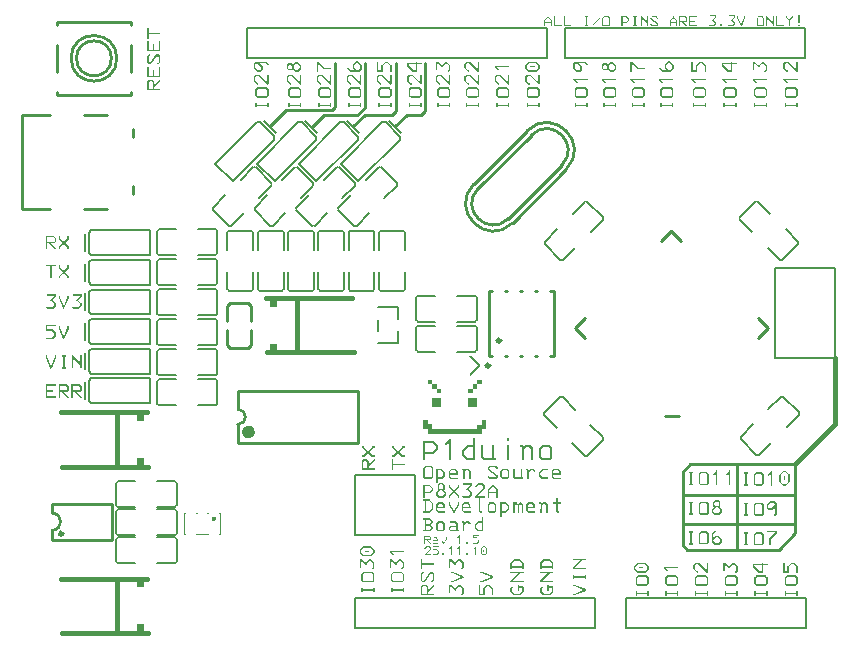
<source format=gto>
G04 Layer: TopSilkscreenLayer*
G04 EasyEDA v6.5.51, 2025-11-10 16:22:34*
G04 edf426586456471d89c25727c5112f57,c2dd228c5626426dab0286b5437c322d,10*
G04 Gerber Generator version 0.2*
G04 Scale: 100 percent, Rotated: No, Reflected: No *
G04 Dimensions in inches *
G04 leading zeros omitted , absolute positions ,3 integer and 6 decimal *
%FSLAX36Y36*%
%MOIN*%

%ADD10C,0.0150*%
%ADD11C,0.0100*%
%ADD12C,0.0060*%
%ADD13C,0.0059*%
%ADD14C,0.0157*%
%ADD15C,0.0080*%
%ADD16C,0.0080*%
%ADD17C,0.0039*%
%ADD18C,0.0174*%
%ADD19C,0.0102*%
%ADD20C,0.0118*%

%LPD*%
G36*
X1306879Y879140D02*
G01*
X1293720Y879100D01*
X1292920Y878720D01*
X1292500Y877800D01*
X1292500Y864760D01*
X1292940Y863820D01*
X1293540Y863520D01*
X1307380Y863340D01*
X1307560Y849500D01*
X1307880Y848860D01*
X1308500Y848560D01*
X1322340Y848379D01*
X1322520Y834539D01*
X1322820Y833920D01*
X1323760Y833500D01*
X1336800Y833500D01*
X1337720Y833920D01*
X1338140Y834840D01*
X1338140Y847880D01*
X1337700Y848820D01*
X1337100Y849120D01*
X1323260Y849300D01*
X1323080Y863139D01*
X1322780Y863760D01*
X1322140Y864080D01*
X1308300Y864260D01*
X1308120Y878100D01*
X1307820Y878700D01*
G37*
G36*
X1471440Y879140D02*
G01*
X1458280Y879100D01*
X1457460Y878720D01*
X1457160Y878100D01*
X1456980Y864260D01*
X1443140Y864080D01*
X1442500Y863760D01*
X1442200Y863139D01*
X1442020Y849300D01*
X1428180Y849120D01*
X1427580Y848820D01*
X1427140Y847880D01*
X1427140Y834840D01*
X1427560Y833920D01*
X1428480Y833500D01*
X1441519Y833500D01*
X1442460Y833920D01*
X1442760Y834539D01*
X1442940Y848379D01*
X1456780Y848560D01*
X1457420Y848860D01*
X1457720Y849500D01*
X1457900Y863340D01*
X1471740Y863520D01*
X1472340Y863820D01*
X1472780Y864760D01*
X1472780Y877800D01*
X1472360Y878720D01*
G37*
G36*
X1336800Y819300D02*
G01*
X1308680Y819260D01*
X1307880Y818880D01*
X1307460Y817960D01*
X1307460Y789960D01*
X1307880Y789040D01*
X1308800Y788620D01*
X1336800Y788620D01*
X1337720Y789040D01*
X1338140Y789960D01*
X1338140Y817960D01*
X1337720Y818880D01*
G37*
G36*
X1456480Y819300D02*
G01*
X1428360Y819260D01*
X1427560Y818880D01*
X1427140Y817960D01*
X1427140Y789960D01*
X1427560Y789040D01*
X1428480Y788620D01*
X1456480Y788620D01*
X1457400Y789040D01*
X1457820Y789960D01*
X1457820Y817960D01*
X1457400Y818880D01*
G37*
G36*
X1291920Y744500D02*
G01*
X1278760Y744460D01*
X1277960Y744080D01*
X1277540Y743160D01*
X1277540Y715160D01*
X1277980Y714220D01*
X1278580Y713920D01*
X1292420Y713740D01*
X1292600Y699900D01*
X1292900Y699300D01*
X1293839Y698860D01*
X1471440Y698860D01*
X1472360Y699280D01*
X1472780Y700200D01*
X1472780Y713560D01*
X1473220Y714020D01*
X1486800Y714020D01*
X1487540Y714760D01*
X1487540Y743560D01*
X1486800Y744300D01*
X1472960Y744300D01*
X1472220Y743560D01*
X1472220Y729800D01*
X1471759Y729340D01*
X1458000Y729340D01*
X1457260Y728600D01*
X1457260Y715000D01*
X1456740Y714580D01*
X1308300Y714659D01*
X1308120Y728500D01*
X1307820Y729140D01*
X1307180Y729440D01*
X1293340Y729620D01*
X1293160Y743460D01*
X1292860Y744060D01*
G37*
G36*
X19600Y1357760D02*
G01*
X19600Y1352960D01*
X45400Y1352960D01*
X48900Y1349540D01*
X48900Y1341639D01*
X45500Y1338360D01*
X24400Y1338360D01*
X24400Y1352960D01*
X19600Y1352960D01*
X19600Y1313940D01*
X24400Y1313940D01*
X24400Y1333560D01*
X30600Y1333560D01*
X48900Y1315340D01*
X48900Y1313940D01*
X53600Y1313940D01*
X53560Y1316780D01*
X53200Y1317580D01*
X52900Y1317960D01*
X37500Y1333560D01*
X47040Y1333600D01*
X47460Y1333720D01*
X48200Y1334259D01*
X53300Y1339420D01*
X53660Y1340260D01*
X53660Y1351040D01*
X53300Y1351879D01*
X47740Y1357360D01*
X47320Y1357580D01*
X46400Y1357760D01*
G37*
G36*
X62500Y1357760D02*
G01*
X62539Y1350160D01*
X62900Y1349319D01*
X63200Y1348940D01*
X76100Y1335860D01*
X63200Y1322760D01*
X62680Y1322000D01*
X62539Y1321579D01*
X62500Y1313940D01*
X67300Y1313940D01*
X67300Y1320140D01*
X79400Y1332440D01*
X91700Y1320140D01*
X91700Y1313940D01*
X96500Y1313940D01*
X96460Y1321579D01*
X96100Y1322380D01*
X95800Y1322760D01*
X82899Y1335940D01*
X95800Y1348940D01*
X96320Y1349720D01*
X96460Y1350160D01*
X96500Y1357760D01*
X91700Y1357760D01*
X91700Y1351560D01*
X79500Y1339259D01*
X67300Y1351560D01*
X67300Y1357760D01*
G37*
G36*
X19600Y1260900D02*
G01*
X19600Y1256100D01*
X34200Y1256100D01*
X34200Y1217000D01*
X39000Y1217000D01*
X39000Y1256100D01*
X53700Y1256100D01*
X53700Y1260900D01*
G37*
G36*
X62500Y1260900D02*
G01*
X62539Y1253260D01*
X62900Y1252460D01*
X76100Y1238900D01*
X62900Y1225540D01*
X62539Y1224680D01*
X62500Y1217100D01*
X67300Y1217100D01*
X67300Y1223300D01*
X79400Y1235600D01*
X91700Y1223300D01*
X91700Y1217100D01*
X96500Y1217100D01*
X96460Y1224680D01*
X96100Y1225540D01*
X82899Y1239000D01*
X96100Y1252460D01*
X96460Y1253260D01*
X96500Y1260900D01*
X91700Y1260900D01*
X91700Y1254700D01*
X79500Y1242400D01*
X67300Y1254700D01*
X67300Y1260900D01*
G37*
G36*
X24500Y1163960D02*
G01*
X24500Y1159160D01*
X48300Y1159160D01*
X48300Y1157460D01*
X34400Y1143760D01*
X33880Y1142920D01*
X33740Y1142500D01*
X33740Y1141560D01*
X34100Y1140720D01*
X34800Y1140040D01*
X35220Y1139820D01*
X36100Y1139660D01*
X39900Y1139660D01*
X48200Y1131260D01*
X48200Y1127860D01*
X40300Y1119960D01*
X27500Y1119960D01*
X22900Y1124560D01*
X19600Y1121160D01*
X24800Y1115860D01*
X25620Y1115320D01*
X26500Y1115160D01*
X41680Y1115200D01*
X42120Y1115320D01*
X42539Y1115540D01*
X52300Y1125260D01*
X52820Y1126020D01*
X52960Y1126460D01*
X52960Y1132740D01*
X52600Y1133580D01*
X52300Y1133960D01*
X42300Y1143920D01*
X41700Y1144160D01*
X52699Y1155220D01*
X53060Y1156060D01*
X53099Y1163960D01*
G37*
G36*
X110300Y1163960D02*
G01*
X110300Y1159160D01*
X134000Y1159160D01*
X134000Y1157460D01*
X120200Y1143760D01*
X119680Y1142920D01*
X119540Y1142500D01*
X119540Y1141560D01*
X119900Y1140720D01*
X120559Y1140040D01*
X120980Y1139820D01*
X121900Y1139660D01*
X125600Y1139660D01*
X134000Y1131260D01*
X134000Y1127860D01*
X126000Y1119960D01*
X113200Y1119960D01*
X108699Y1124560D01*
X105300Y1121160D01*
X110960Y1115540D01*
X111380Y1115320D01*
X112300Y1115160D01*
X127480Y1115200D01*
X127920Y1115320D01*
X128340Y1115540D01*
X138360Y1125620D01*
X138760Y1126460D01*
X138760Y1132740D01*
X138360Y1133580D01*
X128300Y1143760D01*
X127899Y1144060D01*
X127500Y1144160D01*
X138400Y1155220D01*
X138760Y1156060D01*
X138800Y1163960D01*
G37*
G36*
X62200Y1158960D02*
G01*
X62200Y1150760D01*
X76800Y1116460D01*
X77200Y1115800D01*
X77720Y1115320D01*
X78360Y1115040D01*
X79100Y1114960D01*
X79840Y1115040D01*
X80460Y1115320D01*
X80940Y1115800D01*
X81300Y1116460D01*
X96100Y1150660D01*
X96300Y1151660D01*
X96300Y1158960D01*
X91500Y1158960D01*
X91500Y1152160D01*
X79100Y1123560D01*
X67000Y1152160D01*
X67000Y1158960D01*
G37*
G36*
X19600Y1061900D02*
G01*
X19600Y1042500D01*
X40100Y1042500D01*
X48300Y1034300D01*
X48300Y1026200D01*
X40000Y1017900D01*
X19800Y1017900D01*
X19800Y1013100D01*
X41520Y1013139D01*
X41980Y1013280D01*
X42699Y1013800D01*
X52400Y1023500D01*
X52920Y1024280D01*
X53060Y1024720D01*
X53060Y1035819D01*
X52920Y1036260D01*
X52699Y1036620D01*
X42400Y1046860D01*
X41540Y1047260D01*
X24400Y1047300D01*
X24400Y1057100D01*
X53099Y1057100D01*
X53099Y1061900D01*
G37*
G36*
X62200Y1056900D02*
G01*
X62200Y1048700D01*
X76800Y1014400D01*
X77200Y1013740D01*
X77720Y1013280D01*
X78360Y1013000D01*
X79100Y1012900D01*
X79840Y1013000D01*
X80460Y1013280D01*
X80940Y1013740D01*
X81300Y1014400D01*
X96100Y1048600D01*
X96300Y1049600D01*
X96300Y1056900D01*
X91500Y1056900D01*
X91500Y1050100D01*
X79100Y1021500D01*
X67000Y1050100D01*
X67000Y1056900D01*
G37*
G36*
X19600Y959860D02*
G01*
X19600Y951660D01*
X34300Y917360D01*
X34660Y916700D01*
X35140Y916220D01*
X35760Y915939D01*
X36500Y915860D01*
X37240Y915939D01*
X37840Y916220D01*
X38340Y916700D01*
X38700Y917360D01*
X53500Y951560D01*
X53700Y952560D01*
X53700Y959860D01*
X48900Y959860D01*
X48900Y953060D01*
X36500Y924460D01*
X24400Y953060D01*
X24400Y959860D01*
G37*
G36*
X72300Y959860D02*
G01*
X72300Y955060D01*
X77100Y955060D01*
X77100Y920759D01*
X72300Y920759D01*
X72300Y915860D01*
X86900Y915860D01*
X86900Y920759D01*
X82000Y920759D01*
X82000Y955060D01*
X86900Y955060D01*
X86900Y959860D01*
G37*
G36*
X105399Y959860D02*
G01*
X105399Y916060D01*
X110300Y916060D01*
X110300Y952660D01*
X134700Y928060D01*
X134700Y916060D01*
X139500Y916060D01*
X139500Y959860D01*
X134700Y959860D01*
X134700Y935460D01*
X110300Y959860D01*
G37*
G36*
X19600Y862800D02*
G01*
X19600Y818900D01*
X53400Y818900D01*
X53400Y823700D01*
X24400Y823700D01*
X24400Y838400D01*
X43600Y838400D01*
X43600Y843300D01*
X24400Y843300D01*
X24400Y858000D01*
X53400Y858000D01*
X53400Y862800D01*
G37*
G36*
X62200Y862800D02*
G01*
X62200Y858000D01*
X88000Y858000D01*
X91500Y854500D01*
X91500Y846700D01*
X88100Y843300D01*
X67000Y843300D01*
X67000Y858000D01*
X62200Y858000D01*
X62200Y818900D01*
X67000Y818900D01*
X67000Y838500D01*
X73200Y838500D01*
X91500Y820400D01*
X91500Y818900D01*
X96199Y818900D01*
X96160Y821780D01*
X95800Y822640D01*
X80100Y838500D01*
X89640Y838540D01*
X90440Y838900D01*
X95600Y844000D01*
X96120Y844820D01*
X96300Y845699D01*
X96260Y856040D01*
X95900Y856840D01*
X90340Y862360D01*
X89480Y862760D01*
G37*
G36*
X105100Y862800D02*
G01*
X105100Y858000D01*
X130900Y858000D01*
X134400Y854500D01*
X134400Y846700D01*
X131000Y843300D01*
X109900Y843300D01*
X109900Y858000D01*
X105100Y858000D01*
X105100Y818900D01*
X109900Y818900D01*
X109900Y838500D01*
X116100Y838500D01*
X134400Y820400D01*
X134400Y818900D01*
X139100Y818900D01*
X139060Y821780D01*
X138700Y822640D01*
X123000Y838500D01*
X132480Y838540D01*
X133340Y838900D01*
X138760Y844400D01*
X139140Y845260D01*
X139200Y845699D01*
X139200Y855600D01*
X139000Y856460D01*
X138760Y856840D01*
X133200Y862360D01*
X132340Y862760D01*
G37*
G36*
X1078600Y323400D02*
G01*
X1078120Y323360D01*
X1077260Y322960D01*
X1066800Y312440D01*
X1066440Y311580D01*
X1066400Y303100D01*
X1071200Y303100D01*
X1071200Y310100D01*
X1079600Y318600D01*
X1102300Y318600D01*
X1110500Y310300D01*
X1110500Y303000D01*
X1102100Y294600D01*
X1079600Y294600D01*
X1071200Y303100D01*
X1066400Y303100D01*
X1066440Y301680D01*
X1066580Y301220D01*
X1067100Y300500D01*
X1077240Y290260D01*
X1077620Y290000D01*
X1078080Y289840D01*
X1103100Y289800D01*
X1104020Y290000D01*
X1104800Y290600D01*
X1114840Y300640D01*
X1115100Y301020D01*
X1115300Y302000D01*
X1115300Y311400D01*
X1115100Y312240D01*
X1114500Y313000D01*
X1104900Y322600D01*
X1104620Y322960D01*
X1103820Y323360D01*
G37*
G36*
X1086100Y308900D02*
G01*
X1085620Y308860D01*
X1084760Y308500D01*
X1084400Y308200D01*
X1083880Y307380D01*
X1083700Y306500D01*
X1083740Y305980D01*
X1083880Y305520D01*
X1084400Y304800D01*
X1085180Y304280D01*
X1085620Y304140D01*
X1096380Y304140D01*
X1097240Y304500D01*
X1097900Y305140D01*
X1098120Y305520D01*
X1098260Y305980D01*
X1098260Y306940D01*
X1097900Y307800D01*
X1097600Y308200D01*
X1096820Y308720D01*
X1096380Y308860D01*
G37*
G36*
X1066400Y280500D02*
G01*
X1066400Y251900D01*
X1071200Y251900D01*
X1071200Y275700D01*
X1072900Y275700D01*
X1086960Y261500D01*
X1087820Y261140D01*
X1088780Y261140D01*
X1089640Y261500D01*
X1090000Y261800D01*
X1090520Y262620D01*
X1090700Y263500D01*
X1090700Y267300D01*
X1099100Y275600D01*
X1102500Y275600D01*
X1110400Y267700D01*
X1110400Y254899D01*
X1105800Y250300D01*
X1109200Y247000D01*
X1114500Y252200D01*
X1115020Y253020D01*
X1115200Y253900D01*
X1115160Y269080D01*
X1114800Y269940D01*
X1105100Y279700D01*
X1104320Y280220D01*
X1103880Y280360D01*
X1097620Y280360D01*
X1096760Y280000D01*
X1086600Y269900D01*
X1086280Y269500D01*
X1086100Y269100D01*
X1075140Y280100D01*
X1074280Y280460D01*
G37*
G36*
X1078800Y237900D02*
G01*
X1077820Y237740D01*
X1077100Y237300D01*
X1071800Y232160D01*
X1071580Y231759D01*
X1071440Y231260D01*
X1071400Y212000D01*
X1076100Y212000D01*
X1076100Y229700D01*
X1079700Y233100D01*
X1106900Y233100D01*
X1110400Y229700D01*
X1110400Y211900D01*
X1107200Y208800D01*
X1079700Y208800D01*
X1076100Y212000D01*
X1071400Y212000D01*
X1071440Y210440D01*
X1071800Y209540D01*
X1077100Y204600D01*
X1077900Y204000D01*
X1078300Y203840D01*
X1108200Y203800D01*
X1109200Y204000D01*
X1109620Y204240D01*
X1114500Y209300D01*
X1115020Y210020D01*
X1115160Y210479D01*
X1115160Y231080D01*
X1114800Y231940D01*
X1109700Y237200D01*
X1108980Y237719D01*
X1108520Y237860D01*
G37*
G36*
X1071400Y185400D02*
G01*
X1071400Y170700D01*
X1076200Y170700D01*
X1076200Y175600D01*
X1110500Y175600D01*
X1110500Y170700D01*
X1115300Y170700D01*
X1115300Y185400D01*
X1110500Y185400D01*
X1110500Y180500D01*
X1076200Y180500D01*
X1076200Y185400D01*
G37*
G36*
X1168000Y309300D02*
G01*
X1167340Y309220D01*
X1166780Y308940D01*
X1166300Y308520D01*
X1165760Y307580D01*
X1165620Y307140D01*
X1165660Y306600D01*
X1165800Y306200D01*
X1166400Y305400D01*
X1177900Y294300D01*
X1181000Y297600D01*
X1173700Y304800D01*
X1214300Y304800D01*
X1214300Y309300D01*
G37*
G36*
X1165500Y280700D02*
G01*
X1165500Y252100D01*
X1170200Y252100D01*
X1170200Y275900D01*
X1171900Y275900D01*
X1186060Y261700D01*
X1186920Y261340D01*
X1187840Y261340D01*
X1188640Y261700D01*
X1189340Y262400D01*
X1189600Y262820D01*
X1189800Y263700D01*
X1189800Y267500D01*
X1198200Y275800D01*
X1201500Y275800D01*
X1209400Y267900D01*
X1209400Y255100D01*
X1204900Y250500D01*
X1208200Y247200D01*
X1213500Y252399D01*
X1214020Y253220D01*
X1214200Y254100D01*
X1214160Y269280D01*
X1213800Y270140D01*
X1204200Y279900D01*
X1203380Y280420D01*
X1202500Y280600D01*
X1196660Y280560D01*
X1195860Y280200D01*
X1185700Y270100D01*
X1185380Y269700D01*
X1185200Y269300D01*
X1174240Y280300D01*
X1173380Y280660D01*
G37*
G36*
X1177800Y238100D02*
G01*
X1176900Y237940D01*
X1176200Y237500D01*
X1170900Y232360D01*
X1170680Y231960D01*
X1170540Y231460D01*
X1170500Y212200D01*
X1175200Y212200D01*
X1175200Y229899D01*
X1178800Y233299D01*
X1206000Y233299D01*
X1209400Y229899D01*
X1209400Y212100D01*
X1206300Y209000D01*
X1178700Y209000D01*
X1175200Y212200D01*
X1170500Y212200D01*
X1170540Y210640D01*
X1170900Y209740D01*
X1176200Y204800D01*
X1177000Y204200D01*
X1177800Y204000D01*
X1207300Y204000D01*
X1208220Y204200D01*
X1209000Y204800D01*
X1213860Y209840D01*
X1214160Y210680D01*
X1214160Y231280D01*
X1213800Y232140D01*
X1208400Y237700D01*
X1208020Y237920D01*
X1207560Y238060D01*
G37*
G36*
X1170500Y185600D02*
G01*
X1170500Y170900D01*
X1175300Y170900D01*
X1175300Y175799D01*
X1209500Y175799D01*
X1209500Y170900D01*
X1214400Y170900D01*
X1214400Y185600D01*
X1209500Y185600D01*
X1209500Y180700D01*
X1175300Y180700D01*
X1175300Y185600D01*
G37*
G36*
X1269600Y281000D02*
G01*
X1269600Y246900D01*
X1274400Y246900D01*
X1274400Y261500D01*
X1313400Y261500D01*
X1313400Y266400D01*
X1274400Y266400D01*
X1274400Y281000D01*
G37*
G36*
X1276500Y238100D02*
G01*
X1275620Y237920D01*
X1274800Y237399D01*
X1270200Y232800D01*
X1269760Y232020D01*
X1269600Y231100D01*
X1269640Y211080D01*
X1269940Y210240D01*
X1270200Y209899D01*
X1275460Y204700D01*
X1276320Y204340D01*
X1281600Y204300D01*
X1282180Y204360D01*
X1282700Y204540D01*
X1283180Y204860D01*
X1283600Y205300D01*
X1302600Y233200D01*
X1305100Y233200D01*
X1308600Y230000D01*
X1308600Y212300D01*
X1305200Y208800D01*
X1303700Y208800D01*
X1303700Y204000D01*
X1306200Y204000D01*
X1307120Y204200D01*
X1307900Y204800D01*
X1312800Y209600D01*
X1313320Y210420D01*
X1313500Y211300D01*
X1313500Y231000D01*
X1313280Y231900D01*
X1313000Y232360D01*
X1312600Y232800D01*
X1307200Y237600D01*
X1306399Y237960D01*
X1301300Y238000D01*
X1300680Y237940D01*
X1300160Y237719D01*
X1299680Y237380D01*
X1280300Y209100D01*
X1277700Y209100D01*
X1274300Y212500D01*
X1274300Y230100D01*
X1277500Y233200D01*
X1279100Y233200D01*
X1279100Y238100D01*
G37*
G36*
X1276800Y195200D02*
G01*
X1276320Y195159D01*
X1275460Y194800D01*
X1270300Y189600D01*
X1269780Y188860D01*
X1269640Y188440D01*
X1269600Y166000D01*
X1274400Y166000D01*
X1274400Y187000D01*
X1277800Y190400D01*
X1285600Y190400D01*
X1289000Y187100D01*
X1289000Y166000D01*
X1269600Y166000D01*
X1269600Y161200D01*
X1313400Y161200D01*
X1313400Y166000D01*
X1293800Y166000D01*
X1293800Y172200D01*
X1312000Y190400D01*
X1313400Y190400D01*
X1313400Y195200D01*
X1310520Y195140D01*
X1310080Y195000D01*
X1309300Y194400D01*
X1293800Y179100D01*
X1293760Y188580D01*
X1293400Y189440D01*
X1288300Y194500D01*
X1287520Y195020D01*
X1287080Y195159D01*
G37*
G36*
X1363600Y280500D02*
G01*
X1363600Y251900D01*
X1368400Y251900D01*
X1368400Y275700D01*
X1370100Y275700D01*
X1383800Y261800D01*
X1384620Y261280D01*
X1385500Y261100D01*
X1385980Y261140D01*
X1386840Y261500D01*
X1387200Y261800D01*
X1387720Y262620D01*
X1387900Y263500D01*
X1387900Y267300D01*
X1396300Y275600D01*
X1399700Y275600D01*
X1407600Y267700D01*
X1407600Y254899D01*
X1403000Y250300D01*
X1406399Y247000D01*
X1411699Y252200D01*
X1412220Y253020D01*
X1412400Y253900D01*
X1412360Y269080D01*
X1412000Y269940D01*
X1402300Y279700D01*
X1401519Y280220D01*
X1401080Y280360D01*
X1394820Y280360D01*
X1393959Y280000D01*
X1383800Y269900D01*
X1383500Y269500D01*
X1383400Y269100D01*
X1372340Y280100D01*
X1371480Y280460D01*
G37*
G36*
X1368600Y237900D02*
G01*
X1368600Y233100D01*
X1375400Y233100D01*
X1404000Y220700D01*
X1375400Y208600D01*
X1368600Y208600D01*
X1368600Y203800D01*
X1376800Y203800D01*
X1411100Y218500D01*
X1411759Y218860D01*
X1412220Y219340D01*
X1412500Y219960D01*
X1412600Y220700D01*
X1412500Y221439D01*
X1412220Y222079D01*
X1411759Y222600D01*
X1411100Y223000D01*
X1376900Y237800D01*
X1376300Y237880D01*
G37*
G36*
X1363600Y194700D02*
G01*
X1363600Y166200D01*
X1368400Y166200D01*
X1368400Y189899D01*
X1370100Y189899D01*
X1383800Y176100D01*
X1384620Y175580D01*
X1385500Y175400D01*
X1385980Y175440D01*
X1386840Y175799D01*
X1387500Y176460D01*
X1387860Y177320D01*
X1387900Y181500D01*
X1396300Y189800D01*
X1399700Y189800D01*
X1407600Y181900D01*
X1407600Y169100D01*
X1403000Y164600D01*
X1406399Y161200D01*
X1412000Y166860D01*
X1412360Y167719D01*
X1412400Y182900D01*
X1412220Y183780D01*
X1411699Y184600D01*
X1401940Y194200D01*
X1401080Y194560D01*
X1394820Y194560D01*
X1393959Y194200D01*
X1383800Y184200D01*
X1383500Y183800D01*
X1383400Y183400D01*
X1372340Y194300D01*
X1371480Y194660D01*
G37*
G36*
X1467700Y237900D02*
G01*
X1467700Y233100D01*
X1474500Y233100D01*
X1503100Y220700D01*
X1474400Y208600D01*
X1467700Y208600D01*
X1467700Y203800D01*
X1475900Y203800D01*
X1510200Y218500D01*
X1510820Y218860D01*
X1511260Y219340D01*
X1511519Y219960D01*
X1511600Y220700D01*
X1511519Y221439D01*
X1511260Y222079D01*
X1510820Y222600D01*
X1510200Y223000D01*
X1475900Y237800D01*
X1475380Y237880D01*
G37*
G36*
X1462700Y194700D02*
G01*
X1462700Y161200D01*
X1482100Y161200D01*
X1482100Y181800D01*
X1490300Y189899D01*
X1498300Y189899D01*
X1506699Y181700D01*
X1506699Y161400D01*
X1511500Y161400D01*
X1511500Y182600D01*
X1511300Y183619D01*
X1511040Y184000D01*
X1501100Y194000D01*
X1500280Y194520D01*
X1499400Y194700D01*
X1488779Y194660D01*
X1488320Y194520D01*
X1487600Y194000D01*
X1477700Y184040D01*
X1477340Y183180D01*
X1477300Y166000D01*
X1467500Y166000D01*
X1467500Y194700D01*
G37*
G36*
X1580500Y280800D02*
G01*
X1580060Y280760D01*
X1579259Y280400D01*
X1569100Y270500D01*
X1568580Y269720D01*
X1568440Y269280D01*
X1568400Y256700D01*
X1573100Y256700D01*
X1573100Y267800D01*
X1581500Y276000D01*
X1599100Y276000D01*
X1607300Y267800D01*
X1607300Y256700D01*
X1568400Y256700D01*
X1568400Y247000D01*
X1573100Y247000D01*
X1573100Y251800D01*
X1607400Y251800D01*
X1607400Y247000D01*
X1612200Y247000D01*
X1612160Y269140D01*
X1611759Y270000D01*
X1601800Y280100D01*
X1601020Y280620D01*
X1600580Y280760D01*
G37*
G36*
X1568400Y237900D02*
G01*
X1568400Y233100D01*
X1592800Y233100D01*
X1568400Y208700D01*
X1568400Y203800D01*
X1612100Y203800D01*
X1612100Y208700D01*
X1575500Y208700D01*
X1600100Y233100D01*
X1612100Y233100D01*
X1612100Y237900D01*
G37*
G36*
X1592700Y195100D02*
G01*
X1592700Y175700D01*
X1597600Y175700D01*
X1597600Y185300D01*
X1607300Y185300D01*
X1607300Y174200D01*
X1599199Y166000D01*
X1581300Y166000D01*
X1573100Y174200D01*
X1573100Y182000D01*
X1577300Y186100D01*
X1573899Y189500D01*
X1569000Y184700D01*
X1568540Y183980D01*
X1568400Y183000D01*
X1568440Y172540D01*
X1568540Y172079D01*
X1569000Y171400D01*
X1578500Y161800D01*
X1579319Y161340D01*
X1580400Y161200D01*
X1600680Y161240D01*
X1601540Y161600D01*
X1611399Y171500D01*
X1611920Y172280D01*
X1612060Y172719D01*
X1612100Y187600D01*
X1611900Y188600D01*
X1611300Y189400D01*
X1610500Y189920D01*
X1609700Y190100D01*
X1597600Y190100D01*
X1597600Y195100D01*
G37*
G36*
X1679600Y280800D02*
G01*
X1679120Y280760D01*
X1678260Y280400D01*
X1667840Y270140D01*
X1667440Y269280D01*
X1667400Y256700D01*
X1672200Y256700D01*
X1672200Y267800D01*
X1680600Y276000D01*
X1698200Y276000D01*
X1706399Y267800D01*
X1706399Y256700D01*
X1667400Y256700D01*
X1667400Y247000D01*
X1672200Y247000D01*
X1672200Y251800D01*
X1706500Y251800D01*
X1706500Y247000D01*
X1711300Y247000D01*
X1711260Y269140D01*
X1710860Y270000D01*
X1700900Y280100D01*
X1700100Y280620D01*
X1699620Y280760D01*
G37*
G36*
X1667400Y237900D02*
G01*
X1667400Y233100D01*
X1691800Y233100D01*
X1667400Y208700D01*
X1667400Y203800D01*
X1711200Y203800D01*
X1711200Y208700D01*
X1674600Y208700D01*
X1699199Y233100D01*
X1711200Y233100D01*
X1711200Y237900D01*
G37*
G36*
X1691800Y195100D02*
G01*
X1691800Y175700D01*
X1696600Y175700D01*
X1696600Y185300D01*
X1706300Y185300D01*
X1706300Y174200D01*
X1698200Y166000D01*
X1680400Y166000D01*
X1672200Y174200D01*
X1672200Y182000D01*
X1676300Y186100D01*
X1673000Y189500D01*
X1667800Y184360D01*
X1667580Y183980D01*
X1667440Y183520D01*
X1667440Y172540D01*
X1667580Y172079D01*
X1667800Y171700D01*
X1677600Y161800D01*
X1678340Y161340D01*
X1679400Y161200D01*
X1699740Y161240D01*
X1700600Y161600D01*
X1701000Y161900D01*
X1710500Y171500D01*
X1710940Y172280D01*
X1711100Y173200D01*
X1711060Y188120D01*
X1710700Y189020D01*
X1710400Y189400D01*
X1709600Y189920D01*
X1708800Y190100D01*
X1696600Y190100D01*
X1696600Y195100D01*
G37*
G36*
X1776399Y281000D02*
G01*
X1776399Y276200D01*
X1800800Y276200D01*
X1776399Y251800D01*
X1776399Y246900D01*
X1820200Y246900D01*
X1820200Y251800D01*
X1783500Y251800D01*
X1808200Y276200D01*
X1820200Y276200D01*
X1820200Y281000D01*
G37*
G36*
X1776399Y228400D02*
G01*
X1776399Y213800D01*
X1781200Y213800D01*
X1781200Y218700D01*
X1815500Y218700D01*
X1815500Y213800D01*
X1820300Y213800D01*
X1820300Y228400D01*
X1815500Y228400D01*
X1815500Y223600D01*
X1781200Y223600D01*
X1781200Y228400D01*
G37*
G36*
X1776399Y195200D02*
G01*
X1776399Y190400D01*
X1783200Y190400D01*
X1811800Y178000D01*
X1783100Y166000D01*
X1776399Y166000D01*
X1776399Y161200D01*
X1784600Y161200D01*
X1818899Y175799D01*
X1819520Y176160D01*
X1819940Y176640D01*
X1820220Y177260D01*
X1820300Y178000D01*
X1820220Y178740D01*
X1819940Y179380D01*
X1819520Y179899D01*
X1818899Y180300D01*
X1784700Y195100D01*
X1784100Y195180D01*
G37*
G36*
X1992440Y268800D02*
G01*
X1991960Y268760D01*
X1991160Y268400D01*
X1980940Y258299D01*
X1980420Y257520D01*
X1980280Y257079D01*
X1980240Y248600D01*
X1985040Y248600D01*
X1985040Y255600D01*
X1993440Y264000D01*
X2016140Y264000D01*
X2024340Y255799D01*
X2024340Y248400D01*
X2016040Y240100D01*
X1993440Y240100D01*
X1985040Y248600D01*
X1980240Y248600D01*
X1980280Y247120D01*
X1980640Y246320D01*
X1991120Y235700D01*
X1991480Y235479D01*
X1991920Y235340D01*
X2017420Y235340D01*
X2018280Y235700D01*
X2028440Y245799D01*
X2028959Y246520D01*
X2029100Y246980D01*
X2029100Y257280D01*
X2028740Y258140D01*
X2018839Y268100D01*
X2018120Y268620D01*
X2017660Y268760D01*
G37*
G36*
X1999940Y254400D02*
G01*
X1999019Y254200D01*
X1998600Y253960D01*
X1997940Y253240D01*
X1997580Y252440D01*
X1997580Y251480D01*
X1997940Y250580D01*
X1998240Y250200D01*
X1999019Y249760D01*
X1999940Y249600D01*
X2010220Y249640D01*
X2011080Y249940D01*
X2011440Y250200D01*
X2011960Y251000D01*
X2012100Y251480D01*
X2012100Y252440D01*
X2011740Y253240D01*
X2011080Y253939D01*
X2010660Y254200D01*
X2009740Y254400D01*
G37*
G36*
X1992640Y226300D02*
G01*
X1992160Y226260D01*
X1991300Y225900D01*
X1985700Y220500D01*
X1985440Y220120D01*
X1985240Y219100D01*
X1985240Y200400D01*
X1990040Y200400D01*
X1990040Y218000D01*
X1993640Y221500D01*
X2020840Y221500D01*
X2024240Y218000D01*
X2024240Y200300D01*
X2021040Y197200D01*
X1993540Y197200D01*
X1990040Y200400D01*
X1985240Y200400D01*
X1985300Y198780D01*
X1985440Y198320D01*
X1986040Y197600D01*
X1991339Y192659D01*
X1991740Y192399D01*
X1992540Y192200D01*
X2022560Y192240D01*
X2023460Y192600D01*
X2023839Y192900D01*
X2028440Y197600D01*
X2028899Y198380D01*
X2029040Y199300D01*
X2029000Y219480D01*
X2028640Y220340D01*
X2023540Y225600D01*
X2022820Y226119D01*
X2022360Y226260D01*
G37*
G36*
X1985240Y173700D02*
G01*
X1985240Y159100D01*
X1990040Y159100D01*
X1990040Y164000D01*
X2024340Y164000D01*
X2024340Y159100D01*
X2029240Y159100D01*
X2029240Y173700D01*
X2024340Y173700D01*
X2024340Y168800D01*
X1990040Y168800D01*
X1990040Y173700D01*
G37*
G36*
X2081920Y254600D02*
G01*
X2081220Y254520D01*
X2080640Y254259D01*
X2080160Y253820D01*
X2079680Y252880D01*
X2079540Y252440D01*
X2079560Y251900D01*
X2079960Y251100D01*
X2091819Y239600D01*
X2094920Y242900D01*
X2087520Y250000D01*
X2128220Y250000D01*
X2128220Y254600D01*
G37*
G36*
X2091720Y226300D02*
G01*
X2091240Y226260D01*
X2090380Y225900D01*
X2084760Y220500D01*
X2084520Y220120D01*
X2084360Y219660D01*
X2084319Y200400D01*
X2089120Y200400D01*
X2089120Y218000D01*
X2092720Y221500D01*
X2119920Y221500D01*
X2123320Y218000D01*
X2123320Y200300D01*
X2120120Y197200D01*
X2092620Y197200D01*
X2089120Y200400D01*
X2084319Y200400D01*
X2084360Y198780D01*
X2084520Y198320D01*
X2084760Y197940D01*
X2090020Y193000D01*
X2090820Y192399D01*
X2091620Y192200D01*
X2121640Y192240D01*
X2122540Y192600D01*
X2122920Y192900D01*
X2127520Y197600D01*
X2127960Y198380D01*
X2128120Y199300D01*
X2128120Y219000D01*
X2127940Y219920D01*
X2127420Y220700D01*
X2122280Y225900D01*
X2121440Y226260D01*
G37*
G36*
X2084319Y173700D02*
G01*
X2084319Y159100D01*
X2089120Y159100D01*
X2089120Y164000D01*
X2123420Y164000D01*
X2123420Y159100D01*
X2128320Y159100D01*
X2128320Y173700D01*
X2123420Y173700D01*
X2123420Y168800D01*
X2089120Y168800D01*
X2089120Y173700D01*
G37*
G36*
X2185680Y268800D02*
G01*
X2185200Y268760D01*
X2184360Y268400D01*
X2183980Y268100D01*
X2178780Y262840D01*
X2178420Y262040D01*
X2178420Y246920D01*
X2178780Y246060D01*
X2188880Y236000D01*
X2189660Y235479D01*
X2190100Y235340D01*
X2193080Y235300D01*
X2193080Y240100D01*
X2191480Y240100D01*
X2183180Y248400D01*
X2183180Y260600D01*
X2186580Y264000D01*
X2194680Y264000D01*
X2223180Y236000D01*
X2223960Y235479D01*
X2224400Y235340D01*
X2225320Y235340D01*
X2226180Y235700D01*
X2226580Y236000D01*
X2227100Y236820D01*
X2227280Y237700D01*
X2227280Y268800D01*
X2222480Y268800D01*
X2222480Y243600D01*
X2197380Y268100D01*
X2196560Y268620D01*
X2195680Y268800D01*
G37*
G36*
X2190780Y226300D02*
G01*
X2190300Y226260D01*
X2189460Y225900D01*
X2183840Y220500D01*
X2183580Y220120D01*
X2183380Y219100D01*
X2183380Y200400D01*
X2188180Y200400D01*
X2188180Y218000D01*
X2191780Y221500D01*
X2218980Y221500D01*
X2222380Y218000D01*
X2222380Y200300D01*
X2219180Y197200D01*
X2191680Y197200D01*
X2188180Y200400D01*
X2183380Y200400D01*
X2183440Y198780D01*
X2183580Y198320D01*
X2184180Y197600D01*
X2189480Y192659D01*
X2189880Y192399D01*
X2190680Y192200D01*
X2220700Y192240D01*
X2221600Y192600D01*
X2221980Y192900D01*
X2226580Y197600D01*
X2227040Y198380D01*
X2227180Y199300D01*
X2227140Y219480D01*
X2226780Y220340D01*
X2221360Y225900D01*
X2220500Y226260D01*
G37*
G36*
X2183380Y173700D02*
G01*
X2183380Y159100D01*
X2188180Y159100D01*
X2188180Y164000D01*
X2222480Y164000D01*
X2222480Y159100D01*
X2227380Y159100D01*
X2227380Y173700D01*
X2222480Y173700D01*
X2222480Y168800D01*
X2188180Y168800D01*
X2188180Y173700D01*
G37*
G36*
X2277460Y268800D02*
G01*
X2277460Y240300D01*
X2282260Y240300D01*
X2282260Y264000D01*
X2283960Y264000D01*
X2297660Y250200D01*
X2298480Y249680D01*
X2299360Y249500D01*
X2299840Y249540D01*
X2300680Y249899D01*
X2301360Y250560D01*
X2301720Y251420D01*
X2301760Y255600D01*
X2310160Y264000D01*
X2313560Y264000D01*
X2321460Y256000D01*
X2321460Y243200D01*
X2316860Y238700D01*
X2320260Y235300D01*
X2325860Y240960D01*
X2326220Y241820D01*
X2326220Y257480D01*
X2325860Y258340D01*
X2315780Y268360D01*
X2314940Y268760D01*
X2308680Y268760D01*
X2308220Y268600D01*
X2307460Y268000D01*
X2297480Y258100D01*
X2297280Y257700D01*
X2297260Y257500D01*
X2286560Y268100D01*
X2285780Y268620D01*
X2285340Y268760D01*
G37*
G36*
X2289860Y226300D02*
G01*
X2289380Y226260D01*
X2288520Y225900D01*
X2282900Y220500D01*
X2282660Y220120D01*
X2282500Y219660D01*
X2282460Y200400D01*
X2287260Y200400D01*
X2287260Y218000D01*
X2290860Y221500D01*
X2318060Y221500D01*
X2321460Y218000D01*
X2321460Y200300D01*
X2318260Y197200D01*
X2290760Y197200D01*
X2287260Y200400D01*
X2282460Y200400D01*
X2282500Y198780D01*
X2282660Y198320D01*
X2282900Y197940D01*
X2288160Y193000D01*
X2288960Y192399D01*
X2289760Y192200D01*
X2319780Y192240D01*
X2320680Y192600D01*
X2321060Y192900D01*
X2325660Y197600D01*
X2326100Y198380D01*
X2326260Y199300D01*
X2326220Y219480D01*
X2325860Y220340D01*
X2320760Y225600D01*
X2320020Y226119D01*
X2319580Y226260D01*
G37*
G36*
X2282460Y173700D02*
G01*
X2282460Y159100D01*
X2287260Y159100D01*
X2287260Y164000D01*
X2321560Y164000D01*
X2321560Y159100D01*
X2326460Y159100D01*
X2326460Y173700D01*
X2321560Y173700D01*
X2321560Y168800D01*
X2287260Y168800D01*
X2287260Y173700D01*
G37*
G36*
X2405920Y268800D02*
G01*
X2405920Y264300D01*
X2378440Y264260D01*
X2377600Y263900D01*
X2377220Y263600D01*
X2376700Y262780D01*
X2376520Y261900D01*
X2376520Y259500D01*
X2405920Y259500D01*
X2405920Y240100D01*
X2399420Y240100D01*
X2381320Y258000D01*
X2381320Y259500D01*
X2376520Y259500D01*
X2376560Y256380D01*
X2376700Y255920D01*
X2377220Y255200D01*
X2396720Y236000D01*
X2397560Y235479D01*
X2397980Y235340D01*
X2408800Y235340D01*
X2409660Y235700D01*
X2410340Y236400D01*
X2410560Y236820D01*
X2410720Y237700D01*
X2410720Y259500D01*
X2427120Y259500D01*
X2427120Y264300D01*
X2410720Y264300D01*
X2410720Y268800D01*
G37*
G36*
X2388920Y226300D02*
G01*
X2388440Y226260D01*
X2387600Y225900D01*
X2381980Y220500D01*
X2381720Y220120D01*
X2381520Y219100D01*
X2381520Y200400D01*
X2386320Y200400D01*
X2386320Y218000D01*
X2389920Y221500D01*
X2417120Y221500D01*
X2420520Y218000D01*
X2420520Y200300D01*
X2417320Y197200D01*
X2389820Y197200D01*
X2386320Y200400D01*
X2381520Y200400D01*
X2381580Y198780D01*
X2381720Y198320D01*
X2382320Y197600D01*
X2387620Y192659D01*
X2388020Y192399D01*
X2388820Y192200D01*
X2418860Y192240D01*
X2419760Y192600D01*
X2424720Y197600D01*
X2425180Y198380D01*
X2425320Y199300D01*
X2425280Y219480D01*
X2425160Y219920D01*
X2424940Y220340D01*
X2419500Y225900D01*
X2418640Y226260D01*
G37*
G36*
X2381520Y173700D02*
G01*
X2381520Y159100D01*
X2386320Y159100D01*
X2386320Y164000D01*
X2420620Y164000D01*
X2420620Y159100D01*
X2425520Y159100D01*
X2425520Y173700D01*
X2420620Y173700D01*
X2420620Y168800D01*
X2386320Y168800D01*
X2386320Y173700D01*
G37*
G36*
X2477200Y268800D02*
G01*
X2477200Y235300D01*
X2496600Y235300D01*
X2496600Y255900D01*
X2504800Y264000D01*
X2512900Y264000D01*
X2521200Y255799D01*
X2521200Y235600D01*
X2526000Y235600D01*
X2525960Y257320D01*
X2525820Y257760D01*
X2525600Y258120D01*
X2515600Y268100D01*
X2514820Y268620D01*
X2514380Y268760D01*
X2503280Y268760D01*
X2502840Y268620D01*
X2502480Y268400D01*
X2492240Y258140D01*
X2491840Y257280D01*
X2491800Y240100D01*
X2482000Y240100D01*
X2482000Y268800D01*
G37*
G36*
X2489600Y226300D02*
G01*
X2489120Y226260D01*
X2488260Y225900D01*
X2482640Y220500D01*
X2482400Y220120D01*
X2482240Y219660D01*
X2482200Y200400D01*
X2487000Y200400D01*
X2487000Y218000D01*
X2490600Y221500D01*
X2517800Y221500D01*
X2521200Y218000D01*
X2521200Y200300D01*
X2518000Y197200D01*
X2490500Y197200D01*
X2487000Y200400D01*
X2482200Y200400D01*
X2482240Y198780D01*
X2482400Y198320D01*
X2482640Y197940D01*
X2487900Y193000D01*
X2488700Y192399D01*
X2489500Y192200D01*
X2519520Y192240D01*
X2520420Y192600D01*
X2520800Y192900D01*
X2525400Y197600D01*
X2525840Y198380D01*
X2526000Y199300D01*
X2525960Y219480D01*
X2525600Y220340D01*
X2520500Y225600D01*
X2519760Y226119D01*
X2519320Y226260D01*
G37*
G36*
X2482200Y173700D02*
G01*
X2482200Y159100D01*
X2487000Y159100D01*
X2487000Y164000D01*
X2521300Y164000D01*
X2521300Y159100D01*
X2526200Y159100D01*
X2526200Y173700D01*
X2521300Y173700D01*
X2521300Y168800D01*
X2487000Y168800D01*
X2487000Y173700D01*
G37*
G36*
X720600Y1938800D02*
G01*
X720120Y1938760D01*
X719260Y1938400D01*
X713600Y1932880D01*
X713240Y1932020D01*
X713199Y1918400D01*
X718000Y1918400D01*
X718000Y1930500D01*
X721600Y1934000D01*
X724700Y1934000D01*
X737700Y1921000D01*
X737700Y1913200D01*
X734599Y1910100D01*
X726400Y1910100D01*
X718000Y1918400D01*
X713199Y1918400D01*
X713240Y1916940D01*
X713379Y1916480D01*
X713600Y1916100D01*
X724040Y1905700D01*
X724419Y1905480D01*
X724880Y1905340D01*
X736120Y1905340D01*
X736919Y1905700D01*
X741800Y1910600D01*
X742320Y1911380D01*
X742460Y1911819D01*
X742460Y1922460D01*
X742320Y1922920D01*
X742099Y1923300D01*
X731400Y1934000D01*
X753900Y1934000D01*
X758800Y1929100D01*
X762099Y1932500D01*
X756140Y1938400D01*
X755280Y1938760D01*
G37*
G36*
X720500Y1895900D02*
G01*
X720020Y1895860D01*
X719160Y1895500D01*
X713900Y1890300D01*
X713379Y1889560D01*
X713240Y1889139D01*
X713240Y1874019D01*
X713600Y1873180D01*
X713900Y1872800D01*
X724060Y1862800D01*
X724920Y1862440D01*
X728000Y1862400D01*
X728000Y1867200D01*
X726400Y1867200D01*
X718000Y1875500D01*
X718000Y1887700D01*
X721500Y1891100D01*
X729500Y1891100D01*
X758000Y1863100D01*
X758820Y1862580D01*
X759700Y1862400D01*
X760180Y1862440D01*
X761040Y1862800D01*
X761400Y1863100D01*
X761919Y1863920D01*
X762099Y1864800D01*
X762099Y1895900D01*
X757300Y1895900D01*
X757300Y1870700D01*
X731840Y1895500D01*
X730980Y1895860D01*
G37*
G36*
X725600Y1853400D02*
G01*
X725120Y1853360D01*
X724260Y1853000D01*
X718700Y1847600D01*
X718480Y1847220D01*
X718340Y1846759D01*
X718300Y1827500D01*
X723000Y1827500D01*
X723000Y1845100D01*
X726600Y1848600D01*
X753800Y1848600D01*
X757200Y1845100D01*
X757200Y1827400D01*
X754000Y1824300D01*
X726500Y1824300D01*
X723000Y1827500D01*
X718300Y1827500D01*
X718340Y1825880D01*
X718480Y1825420D01*
X719000Y1824700D01*
X724300Y1819760D01*
X724720Y1819500D01*
X725600Y1819300D01*
X755580Y1819340D01*
X756440Y1819700D01*
X761400Y1824700D01*
X761840Y1825480D01*
X762000Y1826399D01*
X761960Y1846579D01*
X761600Y1847440D01*
X756200Y1853000D01*
X755819Y1853220D01*
X755360Y1853360D01*
G37*
G36*
X718300Y1800800D02*
G01*
X718300Y1786200D01*
X723100Y1786200D01*
X723100Y1791100D01*
X757300Y1791100D01*
X757300Y1786200D01*
X762200Y1786200D01*
X762200Y1800800D01*
X757300Y1800800D01*
X757300Y1795900D01*
X723100Y1795900D01*
X723100Y1800800D01*
G37*
G36*
X853800Y1938800D02*
G01*
X852900Y1938680D01*
X852200Y1938300D01*
X843600Y1930300D01*
X840500Y1933460D01*
X839700Y1933860D01*
X828860Y1933860D01*
X828060Y1933500D01*
X822900Y1928600D01*
X822440Y1927820D01*
X822300Y1926900D01*
X822300Y1918200D01*
X826800Y1918200D01*
X826800Y1925900D01*
X830200Y1929199D01*
X838400Y1929199D01*
X841500Y1926000D01*
X841500Y1918300D01*
X846000Y1918300D01*
X846000Y1925900D01*
X854700Y1934199D01*
X858400Y1934199D01*
X866700Y1925900D01*
X866700Y1918000D01*
X858400Y1910100D01*
X854700Y1910100D01*
X846000Y1918300D01*
X841500Y1918300D01*
X838400Y1914800D01*
X830699Y1914800D01*
X826800Y1918200D01*
X822300Y1918200D01*
X822300Y1916399D01*
X822560Y1915960D01*
X823100Y1915400D01*
X828660Y1910600D01*
X829800Y1910100D01*
X839300Y1910100D01*
X840240Y1910300D01*
X841100Y1910900D01*
X843800Y1913899D01*
X852600Y1905760D01*
X853340Y1905360D01*
X853700Y1905300D01*
X859840Y1905340D01*
X860639Y1905700D01*
X870500Y1915400D01*
X870800Y1915900D01*
X871020Y1916500D01*
X871100Y1917100D01*
X871100Y1928000D01*
X870500Y1928400D01*
X861000Y1938100D01*
X860500Y1938300D01*
X859900Y1938680D01*
X859500Y1938800D01*
G37*
G36*
X829500Y1895900D02*
G01*
X829020Y1895860D01*
X828160Y1895500D01*
X822900Y1890300D01*
X822380Y1889560D01*
X822240Y1889139D01*
X822240Y1874019D01*
X822600Y1873180D01*
X822900Y1872800D01*
X833060Y1862800D01*
X833920Y1862440D01*
X836900Y1862400D01*
X836900Y1867200D01*
X835300Y1867200D01*
X827000Y1875500D01*
X827000Y1887700D01*
X830400Y1891100D01*
X838500Y1891100D01*
X867360Y1862800D01*
X868220Y1862440D01*
X869140Y1862440D01*
X870000Y1862800D01*
X870400Y1863100D01*
X870920Y1863920D01*
X871100Y1864800D01*
X871100Y1895900D01*
X866300Y1895900D01*
X866300Y1870700D01*
X841200Y1895200D01*
X840380Y1895720D01*
X839500Y1895900D01*
G37*
G36*
X834599Y1853400D02*
G01*
X834120Y1853360D01*
X833259Y1853000D01*
X827660Y1847600D01*
X827400Y1847220D01*
X827200Y1846200D01*
X827200Y1827500D01*
X832000Y1827500D01*
X832000Y1845100D01*
X835600Y1848600D01*
X862800Y1848600D01*
X866200Y1845100D01*
X866200Y1827400D01*
X863000Y1824300D01*
X835500Y1824300D01*
X832000Y1827500D01*
X827200Y1827500D01*
X827260Y1825880D01*
X827400Y1825420D01*
X828000Y1824700D01*
X833300Y1819760D01*
X833700Y1819500D01*
X834500Y1819300D01*
X864520Y1819340D01*
X865420Y1819700D01*
X865800Y1820000D01*
X870400Y1824700D01*
X870860Y1825480D01*
X871000Y1826399D01*
X870960Y1846579D01*
X870600Y1847440D01*
X865500Y1852700D01*
X864780Y1853220D01*
X864320Y1853360D01*
G37*
G36*
X827200Y1800800D02*
G01*
X827200Y1786200D01*
X832000Y1786200D01*
X832000Y1791100D01*
X866300Y1791100D01*
X866300Y1786200D01*
X871200Y1786200D01*
X871200Y1800800D01*
X866300Y1800800D01*
X866300Y1795900D01*
X832000Y1795900D01*
X832000Y1800800D01*
G37*
G36*
X2484500Y1938800D02*
G01*
X2484020Y1938760D01*
X2483160Y1938400D01*
X2477900Y1933200D01*
X2477380Y1932420D01*
X2477240Y1931980D01*
X2477240Y1916920D01*
X2477600Y1916060D01*
X2487700Y1906000D01*
X2488480Y1905480D01*
X2488920Y1905340D01*
X2491900Y1905300D01*
X2491900Y1910100D01*
X2490300Y1910100D01*
X2482000Y1918400D01*
X2482000Y1930600D01*
X2485400Y1934000D01*
X2493500Y1934000D01*
X2522360Y1905700D01*
X2523220Y1905340D01*
X2524140Y1905340D01*
X2525000Y1905700D01*
X2525400Y1906000D01*
X2525920Y1906780D01*
X2526060Y1907220D01*
X2526100Y1938800D01*
X2521300Y1938800D01*
X2521300Y1913500D01*
X2496200Y1938100D01*
X2495380Y1938620D01*
X2494500Y1938800D01*
G37*
G36*
X2479800Y1881699D02*
G01*
X2479100Y1881620D01*
X2478520Y1881360D01*
X2478060Y1880920D01*
X2477560Y1879980D01*
X2477420Y1879540D01*
X2477440Y1879000D01*
X2477840Y1878200D01*
X2489700Y1866699D01*
X2492800Y1870000D01*
X2485400Y1877100D01*
X2526100Y1877100D01*
X2526100Y1881699D01*
G37*
G36*
X2489600Y1853400D02*
G01*
X2489120Y1853360D01*
X2488260Y1853000D01*
X2482660Y1847600D01*
X2482400Y1847220D01*
X2482200Y1846200D01*
X2482200Y1827500D01*
X2487000Y1827500D01*
X2487000Y1845100D01*
X2490600Y1848600D01*
X2517800Y1848600D01*
X2521200Y1845100D01*
X2521200Y1827400D01*
X2518000Y1824300D01*
X2490500Y1824300D01*
X2487000Y1827500D01*
X2482200Y1827500D01*
X2482260Y1825880D01*
X2482400Y1825420D01*
X2483000Y1824700D01*
X2488300Y1819760D01*
X2489100Y1819340D01*
X2519520Y1819340D01*
X2520420Y1819700D01*
X2520800Y1820000D01*
X2525400Y1824700D01*
X2525860Y1825480D01*
X2526000Y1826399D01*
X2525960Y1846579D01*
X2525600Y1847440D01*
X2520500Y1852700D01*
X2519780Y1853220D01*
X2519320Y1853360D01*
G37*
G36*
X2482200Y1800800D02*
G01*
X2482200Y1786200D01*
X2487000Y1786200D01*
X2487000Y1791100D01*
X2521300Y1791100D01*
X2521300Y1786200D01*
X2526200Y1786200D01*
X2526200Y1800800D01*
X2521300Y1800800D01*
X2521300Y1795900D01*
X2487000Y1795900D01*
X2487000Y1800800D01*
G37*
G36*
X2375300Y1938800D02*
G01*
X2375300Y1910300D01*
X2380100Y1910300D01*
X2380100Y1934000D01*
X2381800Y1934000D01*
X2395960Y1919900D01*
X2396820Y1919540D01*
X2397740Y1919540D01*
X2398540Y1919900D01*
X2399260Y1920560D01*
X2399660Y1921420D01*
X2399700Y1925600D01*
X2408100Y1933899D01*
X2411400Y1933899D01*
X2419300Y1926000D01*
X2419300Y1913200D01*
X2414800Y1908700D01*
X2418100Y1905300D01*
X2423700Y1910960D01*
X2424060Y1911819D01*
X2424100Y1927000D01*
X2423920Y1927880D01*
X2423400Y1928700D01*
X2414100Y1938000D01*
X2413280Y1938520D01*
X2412400Y1938700D01*
X2406560Y1938660D01*
X2405700Y1938300D01*
X2405300Y1938000D01*
X2395420Y1928100D01*
X2395100Y1927500D01*
X2384500Y1938100D01*
X2383680Y1938620D01*
X2382800Y1938800D01*
G37*
G36*
X2377900Y1881699D02*
G01*
X2377240Y1881620D01*
X2376680Y1881360D01*
X2376200Y1880920D01*
X2375660Y1879980D01*
X2375520Y1879540D01*
X2375560Y1879000D01*
X2375700Y1878600D01*
X2376300Y1877800D01*
X2387800Y1866699D01*
X2390900Y1870000D01*
X2383600Y1877100D01*
X2424200Y1877100D01*
X2424200Y1881699D01*
G37*
G36*
X2387700Y1853400D02*
G01*
X2387220Y1853360D01*
X2386420Y1853000D01*
X2380800Y1847600D01*
X2380580Y1847220D01*
X2380440Y1846759D01*
X2380400Y1827500D01*
X2385100Y1827500D01*
X2385100Y1845100D01*
X2388700Y1848600D01*
X2415900Y1848600D01*
X2419300Y1845100D01*
X2419300Y1827400D01*
X2416100Y1824300D01*
X2388600Y1824300D01*
X2385100Y1827500D01*
X2380400Y1827500D01*
X2380440Y1825880D01*
X2380580Y1825420D01*
X2381100Y1824700D01*
X2386500Y1819760D01*
X2387300Y1819340D01*
X2417680Y1819340D01*
X2418540Y1819700D01*
X2423500Y1824700D01*
X2423960Y1825480D01*
X2424100Y1826399D01*
X2424060Y1846579D01*
X2423700Y1847440D01*
X2418300Y1853000D01*
X2417920Y1853220D01*
X2417460Y1853360D01*
G37*
G36*
X2380400Y1800800D02*
G01*
X2380400Y1786200D01*
X2385200Y1786200D01*
X2385200Y1791100D01*
X2419400Y1791100D01*
X2419400Y1786200D01*
X2424300Y1786200D01*
X2424300Y1800800D01*
X2419400Y1800800D01*
X2419400Y1795900D01*
X2385200Y1795900D01*
X2385200Y1800800D01*
G37*
G36*
X2302900Y1938700D02*
G01*
X2302900Y1934300D01*
X2275900Y1934300D01*
X2274980Y1934100D01*
X2274200Y1933500D01*
X2273680Y1932760D01*
X2273540Y1932340D01*
X2273500Y1929500D01*
X2302900Y1929500D01*
X2302900Y1910100D01*
X2296400Y1910100D01*
X2278300Y1927900D01*
X2278300Y1929500D01*
X2273500Y1929500D01*
X2273540Y1926380D01*
X2273680Y1925920D01*
X2274200Y1925200D01*
X2294060Y1905700D01*
X2294920Y1905340D01*
X2305780Y1905340D01*
X2306640Y1905700D01*
X2307300Y1906360D01*
X2307660Y1907220D01*
X2307700Y1929500D01*
X2324100Y1929500D01*
X2324100Y1934300D01*
X2307700Y1934300D01*
X2307700Y1938700D01*
G37*
G36*
X2276000Y1881699D02*
G01*
X2275340Y1881620D01*
X2274800Y1881360D01*
X2274360Y1880920D01*
X2273620Y1879540D01*
X2273640Y1879000D01*
X2274040Y1878200D01*
X2286000Y1866699D01*
X2289100Y1870000D01*
X2281700Y1877100D01*
X2322400Y1877100D01*
X2322400Y1881699D01*
G37*
G36*
X2285900Y1853400D02*
G01*
X2285420Y1853360D01*
X2284560Y1853000D01*
X2278900Y1847600D01*
X2278680Y1847220D01*
X2278540Y1846759D01*
X2278500Y1827500D01*
X2283200Y1827500D01*
X2283200Y1845100D01*
X2286800Y1848600D01*
X2314000Y1848600D01*
X2317500Y1845100D01*
X2317500Y1827400D01*
X2314300Y1824300D01*
X2286800Y1824300D01*
X2283200Y1827500D01*
X2278500Y1827500D01*
X2278540Y1825880D01*
X2278680Y1825420D01*
X2279200Y1824700D01*
X2284600Y1819760D01*
X2285400Y1819340D01*
X2315820Y1819340D01*
X2316720Y1819700D01*
X2317100Y1820000D01*
X2321900Y1825060D01*
X2322260Y1825920D01*
X2322260Y1846579D01*
X2321900Y1847440D01*
X2316800Y1852700D01*
X2316080Y1853220D01*
X2315620Y1853360D01*
G37*
G36*
X2278500Y1800800D02*
G01*
X2278500Y1786200D01*
X2283300Y1786200D01*
X2283300Y1791100D01*
X2317600Y1791100D01*
X2317600Y1786200D01*
X2322400Y1786200D01*
X2322400Y1800800D01*
X2317600Y1800800D01*
X2317600Y1795900D01*
X2283300Y1795900D01*
X2283300Y1800800D01*
G37*
G36*
X2171600Y1938800D02*
G01*
X2171600Y1905300D01*
X2191100Y1905300D01*
X2191100Y1925900D01*
X2199200Y1934000D01*
X2207300Y1934000D01*
X2215600Y1925800D01*
X2215600Y1905500D01*
X2220400Y1905500D01*
X2220360Y1927260D01*
X2220220Y1927720D01*
X2220000Y1928100D01*
X2209640Y1938400D01*
X2208840Y1938760D01*
X2197780Y1938760D01*
X2197320Y1938620D01*
X2196600Y1938100D01*
X2186700Y1928140D01*
X2186340Y1927280D01*
X2186300Y1910100D01*
X2176400Y1910100D01*
X2176400Y1938800D01*
G37*
G36*
X2174200Y1881699D02*
G01*
X2173500Y1881620D01*
X2172920Y1881360D01*
X2172460Y1880920D01*
X2171960Y1879980D01*
X2171820Y1879540D01*
X2171860Y1879000D01*
X2172000Y1878600D01*
X2172600Y1877800D01*
X2184100Y1866699D01*
X2187200Y1870000D01*
X2179900Y1877100D01*
X2220500Y1877100D01*
X2220500Y1881699D01*
G37*
G36*
X2184000Y1853400D02*
G01*
X2183520Y1853360D01*
X2182720Y1853000D01*
X2177100Y1847600D01*
X2176880Y1847220D01*
X2176740Y1846759D01*
X2176700Y1827500D01*
X2181400Y1827500D01*
X2181400Y1845100D01*
X2185000Y1848600D01*
X2212200Y1848600D01*
X2215600Y1845100D01*
X2215600Y1827400D01*
X2212400Y1824300D01*
X2184900Y1824300D01*
X2181400Y1827500D01*
X2176700Y1827500D01*
X2176740Y1825880D01*
X2176880Y1825420D01*
X2177400Y1824700D01*
X2182800Y1819760D01*
X2183600Y1819340D01*
X2213980Y1819340D01*
X2214840Y1819700D01*
X2219800Y1824700D01*
X2220240Y1825480D01*
X2220400Y1826399D01*
X2220360Y1846579D01*
X2220000Y1847440D01*
X2214600Y1853000D01*
X2214220Y1853220D01*
X2213760Y1853360D01*
G37*
G36*
X2176700Y1800800D02*
G01*
X2176700Y1786200D01*
X2181500Y1786200D01*
X2181500Y1791100D01*
X2215700Y1791100D01*
X2215700Y1786200D01*
X2220600Y1786200D01*
X2220600Y1800800D01*
X2215700Y1800800D01*
X2215700Y1795900D01*
X2181500Y1795900D01*
X2181500Y1800800D01*
G37*
G36*
X2094300Y1939700D02*
G01*
X2093820Y1939660D01*
X2092960Y1939300D01*
X2082900Y1929500D01*
X2082380Y1928680D01*
X2082200Y1927800D01*
X2082200Y1918700D01*
X2087000Y1918700D01*
X2087000Y1926699D01*
X2095200Y1934900D01*
X2099400Y1934900D01*
X2108000Y1926399D01*
X2108000Y1918400D01*
X2099500Y1910100D01*
X2095700Y1910100D01*
X2087000Y1918700D01*
X2082200Y1918700D01*
X2082240Y1917320D01*
X2082600Y1916459D01*
X2088899Y1910100D01*
X2076000Y1910100D01*
X2066100Y1920000D01*
X2062700Y1916699D01*
X2073760Y1905700D01*
X2074620Y1905340D01*
X2100600Y1905300D01*
X2102200Y1906000D01*
X2112300Y1916160D01*
X2112660Y1917020D01*
X2112700Y1927400D01*
X2112520Y1928280D01*
X2112000Y1929100D01*
X2101640Y1939300D01*
X2100780Y1939660D01*
G37*
G36*
X2065200Y1881699D02*
G01*
X2064540Y1881620D01*
X2063980Y1881360D01*
X2063500Y1880920D01*
X2062960Y1879980D01*
X2062820Y1879540D01*
X2062840Y1879000D01*
X2063240Y1878200D01*
X2075100Y1866699D01*
X2078300Y1870000D01*
X2070900Y1877100D01*
X2111500Y1877100D01*
X2111500Y1881699D01*
G37*
G36*
X2075100Y1853400D02*
G01*
X2074580Y1853360D01*
X2074120Y1853220D01*
X2073400Y1852700D01*
X2068100Y1847600D01*
X2067880Y1847220D01*
X2067740Y1846759D01*
X2067700Y1827500D01*
X2072400Y1827500D01*
X2072400Y1845100D01*
X2076000Y1848600D01*
X2103200Y1848600D01*
X2106700Y1845100D01*
X2106700Y1827400D01*
X2103500Y1824300D01*
X2075900Y1824300D01*
X2072400Y1827500D01*
X2067700Y1827500D01*
X2067740Y1825880D01*
X2067880Y1825420D01*
X2068400Y1824700D01*
X2073800Y1819760D01*
X2074600Y1819340D01*
X2104500Y1819300D01*
X2105460Y1819480D01*
X2106300Y1820000D01*
X2111100Y1825060D01*
X2111460Y1825920D01*
X2111500Y1846100D01*
X2111300Y1847020D01*
X2110700Y1847800D01*
X2105620Y1853000D01*
X2104820Y1853360D01*
G37*
G36*
X2067700Y1800800D02*
G01*
X2067700Y1786200D01*
X2072500Y1786200D01*
X2072500Y1791100D01*
X2106700Y1791100D01*
X2106700Y1786200D01*
X2111600Y1786200D01*
X2111600Y1800800D01*
X2106700Y1800800D01*
X2106700Y1795900D01*
X2072500Y1795900D01*
X2072500Y1800800D01*
G37*
G36*
X1967500Y1938800D02*
G01*
X1967500Y1905300D01*
X1972300Y1905300D01*
X1972300Y1934000D01*
X1973800Y1934000D01*
X1993040Y1914760D01*
X1993420Y1914500D01*
X1993880Y1914340D01*
X2016399Y1914300D01*
X2016399Y1919100D01*
X1995300Y1919100D01*
X1976060Y1938400D01*
X1975680Y1938620D01*
X1975220Y1938760D01*
G37*
G36*
X1970100Y1881699D02*
G01*
X1969400Y1881620D01*
X1968820Y1881360D01*
X1968360Y1880920D01*
X1967860Y1879980D01*
X1967720Y1879540D01*
X1967760Y1879000D01*
X1967900Y1878600D01*
X1968500Y1877800D01*
X1980000Y1866699D01*
X1983100Y1870000D01*
X1975700Y1877100D01*
X2016399Y1877100D01*
X2016399Y1881699D01*
G37*
G36*
X1979900Y1853400D02*
G01*
X1979420Y1853360D01*
X1978560Y1853000D01*
X1973000Y1847600D01*
X1972780Y1847220D01*
X1972640Y1846759D01*
X1972600Y1827500D01*
X1977300Y1827500D01*
X1977300Y1845100D01*
X1980900Y1848600D01*
X2008100Y1848600D01*
X2011500Y1845100D01*
X2011500Y1827400D01*
X2008300Y1824300D01*
X1980800Y1824300D01*
X1977300Y1827500D01*
X1972600Y1827500D01*
X1972640Y1825880D01*
X1972780Y1825420D01*
X1973300Y1824700D01*
X1978600Y1819760D01*
X1979400Y1819340D01*
X2009820Y1819340D01*
X2010720Y1819700D01*
X2011100Y1820000D01*
X2015700Y1824700D01*
X2016140Y1825480D01*
X2016300Y1826399D01*
X2016260Y1846579D01*
X2015900Y1847440D01*
X2010800Y1852700D01*
X2010080Y1853220D01*
X2009620Y1853360D01*
G37*
G36*
X1972600Y1800800D02*
G01*
X1972600Y1786200D01*
X1977400Y1786200D01*
X1977400Y1791100D01*
X2011600Y1791100D01*
X2011600Y1786200D01*
X2016500Y1786200D01*
X2016500Y1800800D01*
X2011600Y1800800D01*
X2011600Y1795900D01*
X1977400Y1795900D01*
X1977400Y1800800D01*
G37*
G36*
X1904000Y1938800D02*
G01*
X1903060Y1938680D01*
X1902680Y1938520D01*
X1893800Y1930300D01*
X1890700Y1933460D01*
X1889900Y1933839D01*
X1889500Y1933899D01*
X1879060Y1933860D01*
X1878260Y1933500D01*
X1873100Y1928600D01*
X1872580Y1927820D01*
X1872440Y1927380D01*
X1872400Y1918200D01*
X1877000Y1918200D01*
X1877000Y1925900D01*
X1880400Y1929199D01*
X1888500Y1929199D01*
X1891600Y1926000D01*
X1891600Y1918300D01*
X1896100Y1918300D01*
X1896100Y1925900D01*
X1904800Y1934199D01*
X1908500Y1934199D01*
X1916800Y1925900D01*
X1916800Y1918000D01*
X1908600Y1910100D01*
X1904800Y1910100D01*
X1896100Y1918300D01*
X1891600Y1918300D01*
X1888500Y1914800D01*
X1880800Y1914800D01*
X1877000Y1918200D01*
X1872400Y1918200D01*
X1872400Y1916399D01*
X1872700Y1915940D01*
X1873200Y1915400D01*
X1878600Y1910740D01*
X1880000Y1910100D01*
X1889500Y1910100D01*
X1890380Y1910300D01*
X1891200Y1910900D01*
X1894000Y1913899D01*
X1902800Y1905740D01*
X1903540Y1905340D01*
X1909600Y1905300D01*
X1910400Y1905480D01*
X1911200Y1906000D01*
X1920700Y1915400D01*
X1921120Y1916500D01*
X1921200Y1917100D01*
X1921180Y1928060D01*
X1920820Y1928300D01*
X1911200Y1938100D01*
X1909820Y1938760D01*
G37*
G36*
X1874900Y1881699D02*
G01*
X1874240Y1881620D01*
X1873680Y1881360D01*
X1873200Y1880920D01*
X1872660Y1879980D01*
X1872520Y1879540D01*
X1872560Y1879000D01*
X1872700Y1878600D01*
X1873300Y1877800D01*
X1884800Y1866699D01*
X1888000Y1870000D01*
X1880600Y1877100D01*
X1921200Y1877100D01*
X1921200Y1881699D01*
G37*
G36*
X1884800Y1853400D02*
G01*
X1884280Y1853360D01*
X1883820Y1853220D01*
X1883100Y1852700D01*
X1877800Y1847600D01*
X1877580Y1847220D01*
X1877440Y1846759D01*
X1877400Y1827500D01*
X1882100Y1827500D01*
X1882100Y1845100D01*
X1885700Y1848600D01*
X1912900Y1848600D01*
X1916399Y1845100D01*
X1916399Y1827400D01*
X1913200Y1824300D01*
X1885600Y1824300D01*
X1882100Y1827500D01*
X1877400Y1827500D01*
X1877440Y1825880D01*
X1877580Y1825420D01*
X1878100Y1824700D01*
X1883500Y1819760D01*
X1884300Y1819340D01*
X1914199Y1819300D01*
X1915160Y1819480D01*
X1916000Y1820000D01*
X1920800Y1825060D01*
X1921160Y1825920D01*
X1921200Y1846100D01*
X1921000Y1847020D01*
X1920400Y1847800D01*
X1915320Y1853000D01*
X1914520Y1853360D01*
G37*
G36*
X1877400Y1800800D02*
G01*
X1877400Y1786200D01*
X1882200Y1786200D01*
X1882200Y1791100D01*
X1916399Y1791100D01*
X1916399Y1786200D01*
X1921300Y1786200D01*
X1921300Y1800800D01*
X1916399Y1800800D01*
X1916399Y1795900D01*
X1882200Y1795900D01*
X1882200Y1800800D01*
G37*
G36*
X1784600Y1938800D02*
G01*
X1784120Y1938760D01*
X1783260Y1938400D01*
X1777900Y1933200D01*
X1777380Y1932480D01*
X1777240Y1932020D01*
X1777200Y1918400D01*
X1782000Y1918400D01*
X1782000Y1930500D01*
X1785500Y1934000D01*
X1788600Y1934000D01*
X1801699Y1921000D01*
X1801699Y1913200D01*
X1798600Y1910100D01*
X1790300Y1910100D01*
X1782000Y1918400D01*
X1777200Y1918400D01*
X1777240Y1916940D01*
X1777380Y1916480D01*
X1777600Y1916100D01*
X1788000Y1905700D01*
X1788380Y1905480D01*
X1788839Y1905340D01*
X1800020Y1905340D01*
X1800480Y1905480D01*
X1801200Y1906000D01*
X1806100Y1910960D01*
X1806459Y1911819D01*
X1806459Y1922460D01*
X1806320Y1922920D01*
X1806100Y1923300D01*
X1795400Y1934000D01*
X1817800Y1934000D01*
X1822700Y1929100D01*
X1826100Y1932500D01*
X1820140Y1938400D01*
X1819280Y1938760D01*
G37*
G36*
X1779800Y1881699D02*
G01*
X1779100Y1881620D01*
X1778520Y1881360D01*
X1778060Y1880920D01*
X1777560Y1879980D01*
X1777420Y1879540D01*
X1777440Y1879000D01*
X1777840Y1878200D01*
X1789700Y1866699D01*
X1792800Y1870000D01*
X1785400Y1877100D01*
X1826100Y1877100D01*
X1826100Y1881699D01*
G37*
G36*
X1789600Y1853400D02*
G01*
X1789120Y1853360D01*
X1788260Y1853000D01*
X1782660Y1847600D01*
X1782400Y1847220D01*
X1782200Y1846200D01*
X1782200Y1827500D01*
X1787000Y1827500D01*
X1787000Y1845100D01*
X1790600Y1848600D01*
X1817800Y1848600D01*
X1821200Y1845100D01*
X1821200Y1827400D01*
X1818000Y1824300D01*
X1790500Y1824300D01*
X1787000Y1827500D01*
X1782200Y1827500D01*
X1782260Y1825880D01*
X1782400Y1825420D01*
X1783000Y1824700D01*
X1788300Y1819760D01*
X1789100Y1819340D01*
X1819520Y1819340D01*
X1820420Y1819700D01*
X1820800Y1820000D01*
X1825400Y1824700D01*
X1825860Y1825480D01*
X1826000Y1826399D01*
X1825960Y1846579D01*
X1825600Y1847440D01*
X1820500Y1852700D01*
X1819780Y1853220D01*
X1819319Y1853360D01*
G37*
G36*
X1782200Y1800800D02*
G01*
X1782200Y1786200D01*
X1787000Y1786200D01*
X1787000Y1791100D01*
X1821300Y1791100D01*
X1821300Y1786200D01*
X1826200Y1786200D01*
X1826200Y1800800D01*
X1821300Y1800800D01*
X1821300Y1795900D01*
X1787000Y1795900D01*
X1787000Y1800800D01*
G37*
G36*
X1629400Y1938800D02*
G01*
X1628920Y1938760D01*
X1628120Y1938400D01*
X1617900Y1928300D01*
X1617380Y1927480D01*
X1617200Y1926600D01*
X1617200Y1918600D01*
X1622000Y1918600D01*
X1622000Y1925500D01*
X1630400Y1934000D01*
X1653100Y1934000D01*
X1661300Y1925800D01*
X1661300Y1918400D01*
X1653000Y1910100D01*
X1630400Y1910100D01*
X1622000Y1918600D01*
X1617200Y1918600D01*
X1617240Y1917120D01*
X1617600Y1916260D01*
X1628080Y1905700D01*
X1628440Y1905480D01*
X1628880Y1905340D01*
X1654379Y1905340D01*
X1655240Y1905700D01*
X1665700Y1916100D01*
X1665920Y1916480D01*
X1666060Y1916940D01*
X1666060Y1927280D01*
X1665700Y1928140D01*
X1655800Y1938100D01*
X1655080Y1938620D01*
X1654620Y1938760D01*
G37*
G36*
X1636900Y1924300D02*
G01*
X1636420Y1924259D01*
X1635560Y1923899D01*
X1634900Y1923240D01*
X1634540Y1922380D01*
X1634540Y1921420D01*
X1634900Y1920560D01*
X1635560Y1919900D01*
X1636420Y1919540D01*
X1647180Y1919540D01*
X1648040Y1919900D01*
X1648700Y1920560D01*
X1649060Y1921420D01*
X1649060Y1922380D01*
X1648700Y1923240D01*
X1648040Y1923899D01*
X1647180Y1924259D01*
G37*
G36*
X1624500Y1895900D02*
G01*
X1624019Y1895860D01*
X1623160Y1895500D01*
X1617900Y1890300D01*
X1617380Y1889560D01*
X1617240Y1889139D01*
X1617240Y1874019D01*
X1617600Y1873160D01*
X1627700Y1863100D01*
X1628480Y1862580D01*
X1628920Y1862440D01*
X1631900Y1862400D01*
X1631900Y1867200D01*
X1630300Y1867200D01*
X1622000Y1875500D01*
X1622000Y1887700D01*
X1625400Y1891100D01*
X1633500Y1891100D01*
X1662360Y1862800D01*
X1663220Y1862440D01*
X1664139Y1862440D01*
X1665000Y1862800D01*
X1665400Y1863100D01*
X1665920Y1863920D01*
X1666100Y1864800D01*
X1666100Y1895900D01*
X1661300Y1895900D01*
X1661300Y1870700D01*
X1636200Y1895200D01*
X1635380Y1895720D01*
X1634500Y1895900D01*
G37*
G36*
X1629600Y1853400D02*
G01*
X1629120Y1853360D01*
X1628260Y1853000D01*
X1622660Y1847600D01*
X1622400Y1847220D01*
X1622200Y1846200D01*
X1622200Y1827500D01*
X1627000Y1827500D01*
X1627000Y1845100D01*
X1630600Y1848600D01*
X1657800Y1848600D01*
X1661200Y1845100D01*
X1661200Y1827400D01*
X1658000Y1824300D01*
X1630500Y1824300D01*
X1627000Y1827500D01*
X1622200Y1827500D01*
X1622260Y1825880D01*
X1622400Y1825420D01*
X1623000Y1824700D01*
X1628300Y1819760D01*
X1629100Y1819340D01*
X1659520Y1819340D01*
X1660420Y1819700D01*
X1660800Y1820000D01*
X1665400Y1824700D01*
X1665860Y1825480D01*
X1666000Y1826399D01*
X1665960Y1846579D01*
X1665600Y1847440D01*
X1660500Y1852700D01*
X1659780Y1853220D01*
X1659319Y1853360D01*
G37*
G36*
X1622200Y1800800D02*
G01*
X1622200Y1786200D01*
X1627000Y1786200D01*
X1627000Y1791100D01*
X1661300Y1791100D01*
X1661300Y1786200D01*
X1666200Y1786200D01*
X1666200Y1800800D01*
X1661300Y1800800D01*
X1661300Y1795900D01*
X1627000Y1795900D01*
X1627000Y1800800D01*
G37*
G36*
X1518100Y1924600D02*
G01*
X1517400Y1924500D01*
X1516819Y1924220D01*
X1516360Y1923760D01*
X1515720Y1922420D01*
X1515740Y1921900D01*
X1516140Y1921100D01*
X1528000Y1909500D01*
X1531100Y1912900D01*
X1523700Y1920000D01*
X1564400Y1920000D01*
X1564400Y1924600D01*
G37*
G36*
X1522800Y1895900D02*
G01*
X1522320Y1895860D01*
X1521459Y1895500D01*
X1516200Y1890300D01*
X1515680Y1889560D01*
X1515540Y1889139D01*
X1515540Y1874019D01*
X1515900Y1873160D01*
X1526000Y1863100D01*
X1526780Y1862580D01*
X1527220Y1862440D01*
X1530200Y1862400D01*
X1530200Y1867200D01*
X1528600Y1867200D01*
X1520300Y1875500D01*
X1520300Y1887700D01*
X1523700Y1891100D01*
X1531800Y1891100D01*
X1560660Y1862800D01*
X1561519Y1862440D01*
X1562440Y1862440D01*
X1563300Y1862800D01*
X1563700Y1863100D01*
X1564220Y1863920D01*
X1564400Y1864800D01*
X1564400Y1895900D01*
X1559600Y1895900D01*
X1559600Y1870700D01*
X1534500Y1895200D01*
X1533680Y1895720D01*
X1532800Y1895900D01*
G37*
G36*
X1527900Y1853400D02*
G01*
X1527420Y1853360D01*
X1526560Y1853000D01*
X1520960Y1847600D01*
X1520700Y1847220D01*
X1520500Y1846200D01*
X1520500Y1827500D01*
X1525300Y1827500D01*
X1525300Y1845100D01*
X1528899Y1848600D01*
X1556100Y1848600D01*
X1559500Y1845100D01*
X1559500Y1827400D01*
X1556300Y1824300D01*
X1528800Y1824300D01*
X1525300Y1827500D01*
X1520500Y1827500D01*
X1520560Y1825880D01*
X1520700Y1825420D01*
X1521300Y1824700D01*
X1526600Y1819760D01*
X1527400Y1819340D01*
X1557820Y1819340D01*
X1558720Y1819700D01*
X1559100Y1820000D01*
X1563700Y1824700D01*
X1564139Y1825480D01*
X1564300Y1826399D01*
X1564259Y1846579D01*
X1563899Y1847440D01*
X1558800Y1852700D01*
X1558080Y1853220D01*
X1557620Y1853360D01*
G37*
G36*
X1520500Y1800800D02*
G01*
X1520500Y1786200D01*
X1525300Y1786200D01*
X1525300Y1791100D01*
X1559600Y1791100D01*
X1559600Y1786200D01*
X1564500Y1786200D01*
X1564500Y1800800D01*
X1559600Y1800800D01*
X1559600Y1795900D01*
X1525300Y1795900D01*
X1525300Y1800800D01*
G37*
G36*
X1422300Y1938800D02*
G01*
X1421819Y1938760D01*
X1420960Y1938400D01*
X1415700Y1933200D01*
X1415180Y1932420D01*
X1415040Y1931980D01*
X1415040Y1916920D01*
X1415400Y1916060D01*
X1425500Y1906000D01*
X1426279Y1905480D01*
X1426720Y1905340D01*
X1429700Y1905300D01*
X1429700Y1910100D01*
X1428100Y1910100D01*
X1419800Y1918400D01*
X1419800Y1930600D01*
X1423200Y1934000D01*
X1431300Y1934000D01*
X1460160Y1905700D01*
X1461020Y1905340D01*
X1461940Y1905340D01*
X1462800Y1905700D01*
X1463200Y1906000D01*
X1463720Y1906780D01*
X1463860Y1907220D01*
X1463899Y1938800D01*
X1459100Y1938800D01*
X1459100Y1913500D01*
X1434000Y1938100D01*
X1433180Y1938620D01*
X1432300Y1938800D01*
G37*
G36*
X1422300Y1895900D02*
G01*
X1421819Y1895860D01*
X1420960Y1895500D01*
X1415700Y1890300D01*
X1415180Y1889560D01*
X1415040Y1889139D01*
X1415040Y1874019D01*
X1415400Y1873160D01*
X1425500Y1863100D01*
X1426279Y1862580D01*
X1426720Y1862440D01*
X1429700Y1862400D01*
X1429700Y1867200D01*
X1428100Y1867200D01*
X1419800Y1875500D01*
X1419800Y1887700D01*
X1423200Y1891100D01*
X1431300Y1891100D01*
X1460160Y1862800D01*
X1461020Y1862440D01*
X1461940Y1862440D01*
X1462800Y1862800D01*
X1463200Y1863100D01*
X1463720Y1863920D01*
X1463899Y1864800D01*
X1463899Y1895900D01*
X1459100Y1895900D01*
X1459100Y1870700D01*
X1434000Y1895200D01*
X1433180Y1895720D01*
X1432300Y1895900D01*
G37*
G36*
X1427400Y1853400D02*
G01*
X1426920Y1853360D01*
X1426060Y1853000D01*
X1420460Y1847600D01*
X1420200Y1847220D01*
X1420000Y1846200D01*
X1420000Y1827500D01*
X1424800Y1827500D01*
X1424800Y1845100D01*
X1428400Y1848600D01*
X1455600Y1848600D01*
X1459000Y1845100D01*
X1459000Y1827400D01*
X1455800Y1824300D01*
X1428300Y1824300D01*
X1424800Y1827500D01*
X1420000Y1827500D01*
X1420060Y1825880D01*
X1420200Y1825420D01*
X1420800Y1824700D01*
X1426100Y1819760D01*
X1426900Y1819340D01*
X1457320Y1819340D01*
X1458220Y1819700D01*
X1458600Y1820000D01*
X1463200Y1824700D01*
X1463640Y1825480D01*
X1463800Y1826399D01*
X1463760Y1846579D01*
X1463400Y1847440D01*
X1458300Y1852700D01*
X1457580Y1853220D01*
X1457120Y1853360D01*
G37*
G36*
X1420000Y1800800D02*
G01*
X1420000Y1786200D01*
X1424800Y1786200D01*
X1424800Y1791100D01*
X1459100Y1791100D01*
X1459100Y1786200D01*
X1464000Y1786200D01*
X1464000Y1800800D01*
X1459100Y1800800D01*
X1459100Y1795900D01*
X1424800Y1795900D01*
X1424800Y1800800D01*
G37*
G36*
X1319500Y1938800D02*
G01*
X1319500Y1910300D01*
X1324300Y1910300D01*
X1324300Y1934000D01*
X1326000Y1934000D01*
X1339700Y1920200D01*
X1340520Y1919680D01*
X1341399Y1919500D01*
X1341879Y1919540D01*
X1342740Y1919900D01*
X1343400Y1920560D01*
X1343760Y1921420D01*
X1343800Y1925600D01*
X1352200Y1933899D01*
X1355600Y1933899D01*
X1363500Y1926000D01*
X1363500Y1913200D01*
X1358899Y1908700D01*
X1362300Y1905300D01*
X1367900Y1910960D01*
X1368260Y1911819D01*
X1368300Y1927000D01*
X1368120Y1927880D01*
X1367600Y1928700D01*
X1357840Y1938300D01*
X1356980Y1938660D01*
X1350720Y1938660D01*
X1349860Y1938300D01*
X1339700Y1928300D01*
X1339400Y1927900D01*
X1339300Y1927500D01*
X1328240Y1938400D01*
X1327380Y1938760D01*
G37*
G36*
X1326800Y1895900D02*
G01*
X1326320Y1895860D01*
X1325460Y1895500D01*
X1320200Y1890300D01*
X1319680Y1889560D01*
X1319540Y1889139D01*
X1319540Y1874019D01*
X1319900Y1873160D01*
X1330000Y1863100D01*
X1330780Y1862580D01*
X1331220Y1862440D01*
X1334199Y1862400D01*
X1334199Y1867200D01*
X1332600Y1867200D01*
X1324300Y1875500D01*
X1324300Y1887700D01*
X1327700Y1891100D01*
X1335800Y1891100D01*
X1364660Y1862800D01*
X1365520Y1862440D01*
X1366440Y1862440D01*
X1367300Y1862800D01*
X1367700Y1863100D01*
X1368220Y1863920D01*
X1368400Y1864800D01*
X1368400Y1895900D01*
X1363600Y1895900D01*
X1363600Y1870700D01*
X1338500Y1895200D01*
X1337680Y1895720D01*
X1336800Y1895900D01*
G37*
G36*
X1331900Y1853400D02*
G01*
X1331420Y1853360D01*
X1330560Y1853000D01*
X1324940Y1847600D01*
X1324700Y1847220D01*
X1324540Y1846759D01*
X1324500Y1827500D01*
X1329300Y1827500D01*
X1329300Y1845100D01*
X1332900Y1848600D01*
X1360100Y1848600D01*
X1363500Y1845100D01*
X1363500Y1827400D01*
X1360300Y1824300D01*
X1332800Y1824300D01*
X1329300Y1827500D01*
X1324500Y1827500D01*
X1324540Y1825880D01*
X1324700Y1825420D01*
X1324940Y1825040D01*
X1330200Y1820100D01*
X1331000Y1819500D01*
X1331399Y1819340D01*
X1361819Y1819340D01*
X1362720Y1819700D01*
X1363100Y1820000D01*
X1367700Y1824700D01*
X1368160Y1825480D01*
X1368300Y1826399D01*
X1368260Y1846579D01*
X1367900Y1847440D01*
X1362800Y1852700D01*
X1362080Y1853220D01*
X1361620Y1853360D01*
G37*
G36*
X1324500Y1800800D02*
G01*
X1324500Y1786200D01*
X1329300Y1786200D01*
X1329300Y1791100D01*
X1363600Y1791100D01*
X1363600Y1786200D01*
X1368500Y1786200D01*
X1368500Y1800800D01*
X1363600Y1800800D01*
X1363600Y1795900D01*
X1329300Y1795900D01*
X1329300Y1800800D01*
G37*
G36*
X1253300Y1938700D02*
G01*
X1253300Y1934300D01*
X1225820Y1934259D01*
X1224960Y1933860D01*
X1224300Y1933140D01*
X1223940Y1932340D01*
X1223900Y1929500D01*
X1253300Y1929500D01*
X1253300Y1910100D01*
X1246800Y1910100D01*
X1228700Y1927900D01*
X1228700Y1929500D01*
X1223900Y1929500D01*
X1223940Y1926380D01*
X1224080Y1925920D01*
X1224600Y1925200D01*
X1244100Y1906000D01*
X1244920Y1905480D01*
X1245800Y1905300D01*
X1256180Y1905340D01*
X1257040Y1905700D01*
X1257700Y1906380D01*
X1258060Y1907220D01*
X1258100Y1929500D01*
X1274500Y1929500D01*
X1274500Y1934300D01*
X1258100Y1934300D01*
X1258100Y1938700D01*
G37*
G36*
X1231200Y1895900D02*
G01*
X1230720Y1895860D01*
X1229860Y1895500D01*
X1224600Y1890300D01*
X1224080Y1889560D01*
X1223940Y1889139D01*
X1223940Y1874019D01*
X1224300Y1873180D01*
X1224600Y1872800D01*
X1234760Y1862800D01*
X1235620Y1862440D01*
X1238600Y1862400D01*
X1238600Y1867200D01*
X1237000Y1867200D01*
X1228700Y1875500D01*
X1228700Y1887700D01*
X1232100Y1891100D01*
X1240200Y1891100D01*
X1269060Y1862800D01*
X1269920Y1862440D01*
X1270840Y1862440D01*
X1271700Y1862800D01*
X1272100Y1863100D01*
X1272620Y1863920D01*
X1272800Y1864800D01*
X1272800Y1895900D01*
X1268000Y1895900D01*
X1268000Y1870700D01*
X1242900Y1895200D01*
X1242080Y1895720D01*
X1241200Y1895900D01*
G37*
G36*
X1236300Y1853400D02*
G01*
X1235820Y1853360D01*
X1234960Y1853000D01*
X1229360Y1847600D01*
X1229100Y1847220D01*
X1228900Y1846200D01*
X1228900Y1827500D01*
X1233700Y1827500D01*
X1233700Y1845100D01*
X1237300Y1848600D01*
X1264500Y1848600D01*
X1267900Y1845100D01*
X1267900Y1827400D01*
X1264700Y1824300D01*
X1237200Y1824300D01*
X1233700Y1827500D01*
X1228900Y1827500D01*
X1228960Y1825880D01*
X1229100Y1825420D01*
X1229700Y1824700D01*
X1235000Y1819760D01*
X1235400Y1819500D01*
X1236200Y1819300D01*
X1266220Y1819340D01*
X1267120Y1819700D01*
X1267500Y1820000D01*
X1272100Y1824700D01*
X1272560Y1825480D01*
X1272700Y1826399D01*
X1272660Y1846579D01*
X1272300Y1847440D01*
X1267200Y1852700D01*
X1266480Y1853220D01*
X1266020Y1853360D01*
G37*
G36*
X1228900Y1800800D02*
G01*
X1228900Y1786200D01*
X1233700Y1786200D01*
X1233700Y1791100D01*
X1268000Y1791100D01*
X1268000Y1786200D01*
X1272900Y1786200D01*
X1272900Y1800800D01*
X1268000Y1800800D01*
X1268000Y1795900D01*
X1233700Y1795900D01*
X1233700Y1800800D01*
G37*
G36*
X1123300Y1938800D02*
G01*
X1123300Y1905300D01*
X1142700Y1905300D01*
X1142700Y1925900D01*
X1150900Y1934000D01*
X1159000Y1934000D01*
X1167300Y1925800D01*
X1167300Y1905500D01*
X1172100Y1905500D01*
X1172060Y1927260D01*
X1171920Y1927720D01*
X1171700Y1928100D01*
X1161340Y1938400D01*
X1160480Y1938760D01*
X1149380Y1938760D01*
X1148580Y1938400D01*
X1138700Y1928500D01*
X1138100Y1927720D01*
X1137900Y1926800D01*
X1137900Y1910100D01*
X1128100Y1910100D01*
X1128100Y1938800D01*
G37*
G36*
X1130600Y1895900D02*
G01*
X1130120Y1895860D01*
X1129260Y1895500D01*
X1124000Y1890300D01*
X1123480Y1889560D01*
X1123340Y1889139D01*
X1123340Y1874019D01*
X1123700Y1873180D01*
X1124000Y1872800D01*
X1134160Y1862800D01*
X1135020Y1862440D01*
X1138000Y1862400D01*
X1138000Y1867200D01*
X1136400Y1867200D01*
X1128100Y1875500D01*
X1128100Y1887700D01*
X1131500Y1891100D01*
X1139600Y1891100D01*
X1168460Y1862800D01*
X1169320Y1862440D01*
X1170240Y1862440D01*
X1171100Y1862800D01*
X1171500Y1863100D01*
X1172020Y1863920D01*
X1172200Y1864800D01*
X1172200Y1895900D01*
X1167400Y1895900D01*
X1167400Y1870700D01*
X1142300Y1895200D01*
X1141480Y1895720D01*
X1140600Y1895900D01*
G37*
G36*
X1135700Y1853400D02*
G01*
X1135220Y1853360D01*
X1134360Y1853000D01*
X1128760Y1847600D01*
X1128500Y1847220D01*
X1128300Y1846200D01*
X1128300Y1827500D01*
X1133100Y1827500D01*
X1133100Y1845100D01*
X1136700Y1848600D01*
X1163900Y1848600D01*
X1167300Y1845100D01*
X1167300Y1827400D01*
X1164100Y1824300D01*
X1136600Y1824300D01*
X1133100Y1827500D01*
X1128300Y1827500D01*
X1128360Y1825880D01*
X1128500Y1825420D01*
X1129100Y1824700D01*
X1134400Y1819760D01*
X1134800Y1819500D01*
X1135600Y1819300D01*
X1165620Y1819340D01*
X1166520Y1819700D01*
X1166900Y1820000D01*
X1171500Y1824700D01*
X1171940Y1825480D01*
X1172100Y1826399D01*
X1172060Y1846579D01*
X1171700Y1847440D01*
X1166600Y1852700D01*
X1165880Y1853220D01*
X1165420Y1853360D01*
G37*
G36*
X1128300Y1800800D02*
G01*
X1128300Y1786200D01*
X1133100Y1786200D01*
X1133100Y1791100D01*
X1167400Y1791100D01*
X1167400Y1786200D01*
X1172300Y1786200D01*
X1172300Y1800800D01*
X1167400Y1800800D01*
X1167400Y1795900D01*
X1133100Y1795900D01*
X1133100Y1800800D01*
G37*
G36*
X1054300Y1939700D02*
G01*
X1053820Y1939660D01*
X1052960Y1939300D01*
X1042900Y1929500D01*
X1042380Y1928680D01*
X1042200Y1927800D01*
X1042200Y1918700D01*
X1047000Y1918700D01*
X1047000Y1926699D01*
X1055300Y1934900D01*
X1059400Y1934900D01*
X1068000Y1926399D01*
X1068000Y1918400D01*
X1059600Y1910100D01*
X1055700Y1910100D01*
X1047000Y1918700D01*
X1042200Y1918700D01*
X1042240Y1917320D01*
X1042600Y1916480D01*
X1042900Y1916100D01*
X1048900Y1910100D01*
X1036100Y1910100D01*
X1026100Y1920000D01*
X1022800Y1916699D01*
X1033760Y1905700D01*
X1034620Y1905340D01*
X1060600Y1905300D01*
X1062200Y1906000D01*
X1072100Y1915800D01*
X1072620Y1916579D01*
X1072760Y1917020D01*
X1072800Y1927400D01*
X1072620Y1928280D01*
X1072100Y1929100D01*
X1062100Y1939000D01*
X1061280Y1939520D01*
X1060400Y1939700D01*
G37*
G36*
X1030000Y1895900D02*
G01*
X1029520Y1895860D01*
X1028660Y1895500D01*
X1023400Y1890300D01*
X1022880Y1889560D01*
X1022740Y1889139D01*
X1022740Y1874019D01*
X1023100Y1873180D01*
X1023400Y1872800D01*
X1033560Y1862800D01*
X1034419Y1862440D01*
X1037400Y1862400D01*
X1037400Y1867200D01*
X1035800Y1867200D01*
X1027500Y1875500D01*
X1027500Y1887700D01*
X1030900Y1891100D01*
X1039000Y1891100D01*
X1067860Y1862800D01*
X1068720Y1862440D01*
X1069640Y1862440D01*
X1070500Y1862800D01*
X1070900Y1863100D01*
X1071420Y1863920D01*
X1071600Y1864800D01*
X1071600Y1895900D01*
X1066800Y1895900D01*
X1066800Y1870700D01*
X1041700Y1895200D01*
X1040879Y1895720D01*
X1040000Y1895900D01*
G37*
G36*
X1035100Y1853400D02*
G01*
X1034620Y1853360D01*
X1033760Y1853000D01*
X1028160Y1847600D01*
X1027900Y1847220D01*
X1027700Y1846200D01*
X1027700Y1827500D01*
X1032500Y1827500D01*
X1032500Y1845100D01*
X1036100Y1848600D01*
X1063300Y1848600D01*
X1066700Y1845100D01*
X1066700Y1827400D01*
X1063500Y1824300D01*
X1036000Y1824300D01*
X1032500Y1827500D01*
X1027700Y1827500D01*
X1027760Y1825880D01*
X1027900Y1825420D01*
X1028500Y1824700D01*
X1033800Y1819760D01*
X1034200Y1819500D01*
X1035000Y1819300D01*
X1065020Y1819340D01*
X1065920Y1819700D01*
X1066300Y1820000D01*
X1070900Y1824700D01*
X1071360Y1825480D01*
X1071500Y1826399D01*
X1071460Y1846579D01*
X1071100Y1847440D01*
X1066000Y1852700D01*
X1065280Y1853220D01*
X1064820Y1853360D01*
G37*
G36*
X1027700Y1800800D02*
G01*
X1027700Y1786200D01*
X1032500Y1786200D01*
X1032500Y1791100D01*
X1066800Y1791100D01*
X1066800Y1786200D01*
X1071700Y1786200D01*
X1071700Y1800800D01*
X1066800Y1800800D01*
X1066800Y1795900D01*
X1032500Y1795900D01*
X1032500Y1800800D01*
G37*
G36*
X922200Y1938800D02*
G01*
X922200Y1905300D01*
X927000Y1905300D01*
X927000Y1934000D01*
X928400Y1934000D01*
X947740Y1914760D01*
X948120Y1914500D01*
X949100Y1914300D01*
X971100Y1914300D01*
X971100Y1919100D01*
X950000Y1919100D01*
X930759Y1938400D01*
X930380Y1938620D01*
X929920Y1938760D01*
G37*
G36*
X929500Y1895900D02*
G01*
X929020Y1895860D01*
X928160Y1895500D01*
X922900Y1890300D01*
X922380Y1889560D01*
X922240Y1889139D01*
X922240Y1874019D01*
X922600Y1873180D01*
X922900Y1872800D01*
X933060Y1862800D01*
X933920Y1862440D01*
X936900Y1862400D01*
X936900Y1867200D01*
X935300Y1867200D01*
X927000Y1875500D01*
X927000Y1887700D01*
X930400Y1891100D01*
X938500Y1891100D01*
X967360Y1862800D01*
X968220Y1862440D01*
X969140Y1862440D01*
X970000Y1862800D01*
X970400Y1863100D01*
X970920Y1863920D01*
X971100Y1864800D01*
X971100Y1895900D01*
X966300Y1895900D01*
X966300Y1870700D01*
X941200Y1895200D01*
X940380Y1895720D01*
X939500Y1895900D01*
G37*
G36*
X934599Y1853400D02*
G01*
X934120Y1853360D01*
X933259Y1853000D01*
X927660Y1847600D01*
X927400Y1847220D01*
X927200Y1846200D01*
X927200Y1827500D01*
X932000Y1827500D01*
X932000Y1845100D01*
X935600Y1848600D01*
X962800Y1848600D01*
X966200Y1845100D01*
X966200Y1827400D01*
X963000Y1824300D01*
X935500Y1824300D01*
X932000Y1827500D01*
X927200Y1827500D01*
X927260Y1825880D01*
X927400Y1825420D01*
X928000Y1824700D01*
X933300Y1819760D01*
X933700Y1819500D01*
X934500Y1819300D01*
X964520Y1819340D01*
X965420Y1819700D01*
X965800Y1820000D01*
X970400Y1824700D01*
X970860Y1825480D01*
X971000Y1826399D01*
X970960Y1846579D01*
X970600Y1847440D01*
X965500Y1852700D01*
X964780Y1853220D01*
X964320Y1853360D01*
G37*
G36*
X927200Y1800800D02*
G01*
X927200Y1786200D01*
X932000Y1786200D01*
X932000Y1791100D01*
X966300Y1791100D01*
X966300Y1786200D01*
X971200Y1786200D01*
X971200Y1800800D01*
X966300Y1800800D01*
X966300Y1795900D01*
X932000Y1795900D01*
X932000Y1800800D01*
G37*
G36*
X2250300Y378200D02*
G01*
X2239300Y367239D01*
X2238940Y366380D01*
X2238900Y341400D01*
X2243700Y341400D01*
X2243700Y345300D01*
X2252400Y354000D01*
X2260400Y354000D01*
X2268500Y345700D01*
X2268500Y341599D01*
X2260000Y333000D01*
X2252000Y333000D01*
X2243700Y341400D01*
X2238900Y341400D01*
X2238900Y340400D01*
X2239600Y338800D01*
X2249760Y328600D01*
X2250620Y328240D01*
X2261480Y328240D01*
X2262340Y328600D01*
X2272600Y338900D01*
X2273120Y339720D01*
X2273300Y340600D01*
X2273260Y347180D01*
X2272900Y348040D01*
X2263100Y358100D01*
X2262320Y358620D01*
X2261880Y358760D01*
X2250920Y358760D01*
X2250060Y358400D01*
X2243700Y352100D01*
X2243700Y364900D01*
X2253600Y374900D01*
G37*
G36*
X2162700Y373300D02*
G01*
X2162700Y368500D01*
X2167600Y368500D01*
X2167600Y334200D01*
X2162700Y334200D01*
X2162700Y329300D01*
X2177300Y329300D01*
X2177300Y334200D01*
X2172400Y334200D01*
X2172400Y368500D01*
X2177300Y368500D01*
X2177300Y373300D01*
G37*
G36*
X2202900Y373300D02*
G01*
X2201920Y373100D01*
X2201200Y372500D01*
X2196260Y367200D01*
X2196000Y366800D01*
X2195800Y366000D01*
X2195800Y337500D01*
X2200800Y337500D01*
X2200800Y365000D01*
X2204000Y368500D01*
X2221600Y368500D01*
X2225100Y364900D01*
X2225100Y337700D01*
X2221600Y334300D01*
X2203900Y334300D01*
X2200800Y337500D01*
X2195800Y337500D01*
X2195840Y335980D01*
X2196200Y335080D01*
X2196500Y334700D01*
X2201200Y330100D01*
X2201980Y329640D01*
X2202900Y329500D01*
X2223080Y329540D01*
X2223940Y329900D01*
X2229200Y335000D01*
X2229720Y335720D01*
X2229860Y336180D01*
X2229860Y366380D01*
X2229500Y367239D01*
X2224100Y372840D01*
X2223720Y373100D01*
X2222700Y373300D01*
G37*
G36*
X2250000Y477299D02*
G01*
X2249540Y477000D01*
X2249000Y476500D01*
X2244340Y471100D01*
X2244000Y470200D01*
X2243700Y469799D01*
X2243700Y461200D01*
X2248400Y461200D01*
X2248400Y468900D01*
X2251800Y472700D01*
X2259600Y472700D01*
X2262800Y469400D01*
X2262800Y461200D01*
X2259600Y458100D01*
X2251900Y458100D01*
X2248400Y461200D01*
X2243700Y461200D01*
X2243760Y459760D01*
X2244140Y458900D01*
X2244500Y458500D01*
X2247600Y455800D01*
X2239360Y447000D01*
X2239100Y446599D01*
X2238900Y445800D01*
X2238900Y441100D01*
X2243700Y441100D01*
X2243700Y444900D01*
X2252000Y453600D01*
X2259600Y453600D01*
X2267800Y444900D01*
X2267800Y441200D01*
X2259600Y432900D01*
X2251600Y432900D01*
X2243700Y441100D01*
X2238900Y441100D01*
X2238940Y439760D01*
X2239300Y438960D01*
X2249000Y429000D01*
X2250100Y428579D01*
X2250700Y428500D01*
X2261600Y428500D01*
X2262000Y429000D01*
X2271980Y438980D01*
X2272380Y439920D01*
X2272400Y445800D01*
X2272280Y446700D01*
X2271900Y447400D01*
X2263900Y455900D01*
X2267160Y459000D01*
X2267560Y459799D01*
X2267560Y470640D01*
X2267160Y471440D01*
X2262200Y476599D01*
X2261480Y477120D01*
X2261020Y477260D01*
G37*
G36*
X2162700Y472299D02*
G01*
X2162700Y467500D01*
X2167600Y467500D01*
X2167600Y433300D01*
X2162700Y433300D01*
X2162700Y428400D01*
X2177300Y428400D01*
X2177300Y433300D01*
X2172400Y433300D01*
X2172400Y467500D01*
X2177300Y467500D01*
X2177300Y472299D01*
G37*
G36*
X2202900Y472299D02*
G01*
X2202380Y472260D01*
X2201920Y472120D01*
X2201200Y471599D01*
X2196260Y466200D01*
X2196000Y465800D01*
X2195800Y465000D01*
X2195800Y436599D01*
X2200800Y436599D01*
X2200800Y464099D01*
X2204000Y467600D01*
X2221600Y467600D01*
X2225100Y464000D01*
X2225100Y436800D01*
X2221600Y433400D01*
X2203900Y433400D01*
X2200800Y436599D01*
X2195800Y436599D01*
X2195840Y435020D01*
X2196200Y434159D01*
X2201200Y429200D01*
X2201980Y428760D01*
X2202900Y428600D01*
X2223080Y428640D01*
X2223940Y429000D01*
X2229500Y434400D01*
X2229720Y434780D01*
X2229860Y435240D01*
X2229860Y465480D01*
X2229500Y466280D01*
X2224100Y471900D01*
X2223720Y472120D01*
X2223260Y472260D01*
G37*
G36*
X2255900Y576280D02*
G01*
X2255100Y576080D01*
X2254300Y575480D01*
X2243200Y563980D01*
X2246500Y560880D01*
X2253600Y568180D01*
X2253600Y527580D01*
X2258200Y527580D01*
X2258200Y573880D01*
X2258120Y574540D01*
X2257860Y575100D01*
X2257420Y575580D01*
X2256480Y576120D01*
G37*
G36*
X2298800Y576280D02*
G01*
X2298000Y576080D01*
X2297200Y575480D01*
X2286000Y563980D01*
X2289400Y560880D01*
X2296500Y568180D01*
X2296500Y527580D01*
X2301100Y527580D01*
X2301100Y573880D01*
X2301000Y574540D01*
X2300720Y575100D01*
X2300260Y575580D01*
X2299320Y576120D01*
G37*
G36*
X2162700Y571380D02*
G01*
X2162700Y566580D01*
X2167600Y566580D01*
X2167600Y532380D01*
X2162700Y532380D01*
X2162700Y527480D01*
X2177300Y527480D01*
X2177300Y532380D01*
X2172400Y532380D01*
X2172400Y566580D01*
X2177300Y566580D01*
X2177300Y571380D01*
G37*
G36*
X2202900Y571380D02*
G01*
X2202380Y571340D01*
X2201920Y571200D01*
X2201200Y570680D01*
X2196260Y565280D01*
X2196000Y564880D01*
X2195800Y564080D01*
X2195800Y535680D01*
X2200800Y535680D01*
X2200800Y563180D01*
X2204000Y566680D01*
X2221600Y566680D01*
X2225100Y563080D01*
X2225100Y535880D01*
X2221600Y532480D01*
X2203900Y532480D01*
X2200800Y535680D01*
X2195800Y535680D01*
X2195840Y534100D01*
X2196200Y533240D01*
X2201200Y528280D01*
X2201980Y527820D01*
X2202900Y527680D01*
X2223080Y527720D01*
X2223940Y528080D01*
X2229500Y533480D01*
X2229720Y533860D01*
X2229860Y534320D01*
X2229860Y564560D01*
X2229500Y565360D01*
X2224100Y570980D01*
X2223720Y571200D01*
X2223260Y571340D01*
G37*
G36*
X2422300Y375060D02*
G01*
X2422300Y370260D01*
X2451000Y370260D01*
X2451000Y368860D01*
X2431800Y349520D01*
X2431580Y349140D01*
X2431440Y348680D01*
X2431400Y326160D01*
X2436200Y326160D01*
X2436200Y347260D01*
X2455400Y366480D01*
X2455760Y367340D01*
X2455800Y375060D01*
G37*
G36*
X2346100Y370060D02*
G01*
X2346100Y365260D01*
X2351000Y365260D01*
X2351000Y330959D01*
X2346100Y330959D01*
X2346100Y326060D01*
X2360700Y326060D01*
X2360700Y330959D01*
X2355800Y330959D01*
X2355800Y365260D01*
X2360700Y365260D01*
X2360700Y370060D01*
G37*
G36*
X2386300Y370060D02*
G01*
X2385320Y369860D01*
X2384600Y369260D01*
X2379660Y363960D01*
X2379400Y363560D01*
X2379200Y362760D01*
X2379200Y334260D01*
X2384200Y334260D01*
X2384200Y361760D01*
X2387400Y365260D01*
X2405000Y365260D01*
X2408500Y361659D01*
X2408500Y334460D01*
X2405000Y331060D01*
X2387300Y331060D01*
X2384200Y334260D01*
X2379200Y334260D01*
X2379240Y332740D01*
X2379600Y331840D01*
X2379900Y331460D01*
X2384600Y326860D01*
X2385380Y326400D01*
X2386300Y326260D01*
X2406480Y326300D01*
X2407340Y326640D01*
X2412900Y332080D01*
X2413260Y332939D01*
X2413260Y363140D01*
X2412900Y363980D01*
X2407500Y369600D01*
X2407120Y369860D01*
X2406100Y370060D01*
G37*
G36*
X2434500Y474159D02*
G01*
X2433980Y474120D01*
X2433520Y473980D01*
X2432800Y473459D01*
X2422700Y463320D01*
X2422480Y462939D01*
X2422340Y462480D01*
X2422300Y452760D01*
X2427100Y452760D01*
X2427100Y461060D01*
X2435400Y469360D01*
X2447500Y469360D01*
X2451000Y465860D01*
X2451000Y462660D01*
X2438000Y449660D01*
X2430200Y449660D01*
X2427100Y452760D01*
X2422300Y452760D01*
X2422340Y451300D01*
X2422700Y450439D01*
X2427980Y445240D01*
X2428820Y444900D01*
X2439520Y444900D01*
X2440320Y445240D01*
X2451000Y455959D01*
X2451000Y433459D01*
X2446200Y428660D01*
X2449500Y425260D01*
X2455400Y431220D01*
X2455760Y432080D01*
X2455760Y467239D01*
X2455400Y468080D01*
X2450200Y473459D01*
X2449500Y473980D01*
X2449080Y474120D01*
G37*
G36*
X2346100Y469060D02*
G01*
X2346100Y464260D01*
X2351000Y464260D01*
X2351000Y430060D01*
X2346100Y430060D01*
X2346100Y425160D01*
X2360700Y425160D01*
X2360700Y430060D01*
X2355800Y430060D01*
X2355800Y464260D01*
X2360700Y464260D01*
X2360700Y469060D01*
G37*
G36*
X2386300Y469060D02*
G01*
X2385780Y469020D01*
X2385320Y468880D01*
X2384600Y468360D01*
X2379660Y463060D01*
X2379400Y462660D01*
X2379200Y461860D01*
X2379200Y433360D01*
X2384200Y433360D01*
X2384200Y460860D01*
X2387400Y464360D01*
X2405000Y464360D01*
X2408500Y460760D01*
X2408500Y433560D01*
X2405000Y430160D01*
X2387300Y430160D01*
X2384200Y433360D01*
X2379200Y433360D01*
X2379240Y431780D01*
X2379600Y430920D01*
X2384600Y425959D01*
X2385380Y425500D01*
X2386300Y425360D01*
X2406480Y425400D01*
X2407340Y425740D01*
X2412900Y431180D01*
X2413260Y432040D01*
X2413260Y462239D01*
X2412900Y463080D01*
X2407500Y468660D01*
X2407120Y468880D01*
X2406660Y469020D01*
G37*
G36*
X2477520Y574760D02*
G01*
X2476600Y574600D01*
X2475820Y574060D01*
X2465620Y563940D01*
X2465400Y563540D01*
X2465220Y562560D01*
X2465220Y539060D01*
X2470020Y539060D01*
X2470020Y561560D01*
X2478520Y569960D01*
X2485420Y569960D01*
X2493920Y561560D01*
X2493920Y538860D01*
X2485720Y530760D01*
X2478320Y530760D01*
X2470020Y539060D01*
X2465220Y539060D01*
X2465280Y537620D01*
X2465620Y536780D01*
X2465920Y536360D01*
X2476020Y526360D01*
X2476380Y526140D01*
X2477320Y525960D01*
X2486720Y525960D01*
X2487660Y526140D01*
X2488420Y526660D01*
X2498340Y536560D01*
X2498560Y536940D01*
X2498720Y537960D01*
X2498680Y563040D01*
X2498560Y563500D01*
X2498340Y563900D01*
X2488120Y574060D01*
X2487380Y574600D01*
X2486520Y574760D01*
G37*
G36*
X2439320Y574660D02*
G01*
X2438920Y574620D01*
X2438120Y574220D01*
X2426520Y562360D01*
X2429920Y559160D01*
X2437020Y566560D01*
X2437020Y525960D01*
X2441620Y525960D01*
X2441620Y572260D01*
X2441540Y572920D01*
X2441260Y573500D01*
X2440780Y573980D01*
X2439860Y574500D01*
G37*
G36*
X2346120Y569760D02*
G01*
X2346120Y564960D01*
X2350920Y564960D01*
X2350920Y530760D01*
X2346120Y530760D01*
X2346120Y525860D01*
X2360720Y525860D01*
X2360720Y530760D01*
X2355820Y530760D01*
X2355820Y564960D01*
X2360720Y564960D01*
X2360720Y569760D01*
G37*
G36*
X2386320Y569760D02*
G01*
X2385320Y569600D01*
X2384900Y569380D01*
X2384520Y569060D01*
X2379680Y563660D01*
X2379420Y563260D01*
X2379220Y562460D01*
X2379220Y533960D01*
X2384120Y533960D01*
X2384120Y561560D01*
X2387320Y565060D01*
X2405020Y565060D01*
X2408520Y561460D01*
X2408520Y534260D01*
X2405020Y530760D01*
X2387320Y530760D01*
X2384120Y533960D01*
X2379220Y533960D01*
X2379280Y532480D01*
X2379400Y532020D01*
X2379920Y531160D01*
X2385000Y526360D01*
X2385400Y526140D01*
X2386320Y525960D01*
X2406020Y525960D01*
X2406900Y526160D01*
X2407720Y526760D01*
X2412880Y531860D01*
X2413120Y532220D01*
X2413280Y532660D01*
X2413320Y562360D01*
X2413160Y563340D01*
X2412940Y563740D01*
X2407540Y569380D01*
X2407160Y569600D01*
X2406120Y569760D01*
G37*
G36*
X2481820Y557560D02*
G01*
X2481340Y557520D01*
X2480500Y557120D01*
X2479820Y556400D01*
X2479600Y556020D01*
X2479420Y555160D01*
X2479420Y545260D01*
X2479600Y544400D01*
X2480120Y543560D01*
X2480900Y543040D01*
X2481820Y542860D01*
X2482760Y543040D01*
X2483520Y543560D01*
X2484060Y544400D01*
X2484220Y545260D01*
X2484180Y555600D01*
X2484060Y556020D01*
X2483520Y556760D01*
X2483160Y557120D01*
X2482320Y557520D01*
G37*
G36*
X357200Y2049900D02*
G01*
X357200Y2015800D01*
X362000Y2015800D01*
X362000Y2030400D01*
X401100Y2030400D01*
X401100Y2035300D01*
X362000Y2035300D01*
X362000Y2049900D01*
G37*
G36*
X357200Y2007000D02*
G01*
X357200Y1973200D01*
X401100Y1973200D01*
X401100Y2007000D01*
X396300Y2007000D01*
X396300Y1978100D01*
X381599Y1978100D01*
X381599Y1997300D01*
X376700Y1997300D01*
X376700Y1978100D01*
X362000Y1978100D01*
X362000Y2007000D01*
G37*
G36*
X364200Y1964199D02*
G01*
X363280Y1964000D01*
X362860Y1963760D01*
X357600Y1958460D01*
X357380Y1958080D01*
X357239Y1957620D01*
X357239Y1937120D01*
X357600Y1936260D01*
X362800Y1931000D01*
X363560Y1930480D01*
X363960Y1930340D01*
X369200Y1930300D01*
X369820Y1930360D01*
X370360Y1930580D01*
X370820Y1930920D01*
X390300Y1959199D01*
X392800Y1959199D01*
X396300Y1956000D01*
X396300Y1938300D01*
X392900Y1934900D01*
X391400Y1934900D01*
X391400Y1930100D01*
X394340Y1930140D01*
X395200Y1930500D01*
X395600Y1930800D01*
X400740Y1936060D01*
X401160Y1936920D01*
X401200Y1957000D01*
X400980Y1957900D01*
X400700Y1958360D01*
X395300Y1963400D01*
X394500Y1963860D01*
X393700Y1964000D01*
X389000Y1964000D01*
X388380Y1963940D01*
X387840Y1963760D01*
X387380Y1963440D01*
X387000Y1963000D01*
X368000Y1935100D01*
X365400Y1935100D01*
X362000Y1938600D01*
X362000Y1956200D01*
X365200Y1959199D01*
X366800Y1959199D01*
X366800Y1964199D01*
G37*
G36*
X357200Y1921300D02*
G01*
X357200Y1887400D01*
X401100Y1887400D01*
X401100Y1921300D01*
X396300Y1921300D01*
X396300Y1892300D01*
X381599Y1892300D01*
X381599Y1911500D01*
X376700Y1911500D01*
X376700Y1892300D01*
X362000Y1892300D01*
X362000Y1921300D01*
G37*
G36*
X364400Y1878400D02*
G01*
X363960Y1878360D01*
X363160Y1878000D01*
X358000Y1872800D01*
X357400Y1872020D01*
X357239Y1871579D01*
X357200Y1849100D01*
X362000Y1849100D01*
X362000Y1870200D01*
X365500Y1873600D01*
X373300Y1873600D01*
X376700Y1870200D01*
X376700Y1849100D01*
X357200Y1849100D01*
X357200Y1844300D01*
X401100Y1844300D01*
X401100Y1849100D01*
X381500Y1849100D01*
X381500Y1855400D01*
X399600Y1873600D01*
X401100Y1873600D01*
X401100Y1878300D01*
X398220Y1878260D01*
X397360Y1877900D01*
X381500Y1862200D01*
X381460Y1871740D01*
X381100Y1872600D01*
X380800Y1873000D01*
X376000Y1877700D01*
X375180Y1878220D01*
X374300Y1878400D01*
G37*
G36*
X1072200Y656200D02*
G01*
X1072200Y651400D01*
X1078400Y651400D01*
X1090700Y639200D01*
X1078400Y627000D01*
X1072200Y627000D01*
X1072200Y622200D01*
X1079840Y622240D01*
X1080640Y622600D01*
X1094200Y635800D01*
X1107560Y622600D01*
X1108420Y622240D01*
X1116000Y622200D01*
X1116000Y627000D01*
X1109800Y627000D01*
X1097500Y639200D01*
X1109800Y651400D01*
X1116000Y651400D01*
X1116000Y656200D01*
X1108420Y656160D01*
X1107560Y655800D01*
X1094100Y642600D01*
X1080640Y655800D01*
X1079840Y656160D01*
G37*
G36*
X1079400Y613400D02*
G01*
X1078960Y613360D01*
X1078160Y613000D01*
X1073000Y607800D01*
X1072400Y607020D01*
X1072200Y606100D01*
X1072200Y584100D01*
X1077000Y584100D01*
X1077000Y605200D01*
X1080500Y608600D01*
X1088300Y608600D01*
X1091700Y605200D01*
X1091700Y584100D01*
X1072200Y584100D01*
X1072200Y579300D01*
X1116100Y579300D01*
X1116100Y584100D01*
X1096500Y584100D01*
X1096500Y590400D01*
X1114600Y608600D01*
X1116100Y608600D01*
X1116100Y613300D01*
X1113220Y613260D01*
X1112360Y612900D01*
X1096500Y597200D01*
X1096460Y606740D01*
X1096100Y607600D01*
X1095800Y608000D01*
X1091000Y612700D01*
X1090180Y613220D01*
X1089300Y613400D01*
G37*
G36*
X1172200Y656200D02*
G01*
X1172200Y651400D01*
X1178400Y651400D01*
X1190700Y639200D01*
X1178400Y627000D01*
X1172200Y627000D01*
X1172200Y622200D01*
X1179840Y622240D01*
X1180640Y622600D01*
X1194200Y635800D01*
X1207560Y622600D01*
X1208420Y622240D01*
X1216000Y622200D01*
X1216000Y627000D01*
X1209800Y627000D01*
X1197500Y639200D01*
X1209800Y651400D01*
X1216000Y651400D01*
X1216000Y656200D01*
X1208420Y656160D01*
X1207560Y655800D01*
X1194100Y642600D01*
X1180640Y655800D01*
X1179840Y656160D01*
G37*
G36*
X1172200Y613400D02*
G01*
X1172200Y579300D01*
X1177000Y579300D01*
X1177000Y593900D01*
X1216100Y593900D01*
X1216100Y598800D01*
X1177000Y598800D01*
X1177000Y613400D01*
G37*
G36*
X1443140Y683100D02*
G01*
X1443140Y661000D01*
X1424340Y661000D01*
X1423700Y660939D01*
X1423100Y660720D01*
X1422500Y660380D01*
X1421940Y659900D01*
X1407540Y645400D01*
X1407100Y644840D01*
X1406800Y644220D01*
X1406600Y643580D01*
X1406540Y642900D01*
X1406540Y629600D01*
X1413540Y629600D01*
X1413540Y641400D01*
X1425940Y653900D01*
X1443140Y653900D01*
X1443140Y617100D01*
X1426339Y617100D01*
X1413540Y629600D01*
X1406540Y629600D01*
X1406600Y627420D01*
X1406800Y626780D01*
X1407100Y626160D01*
X1407540Y625600D01*
X1422340Y611100D01*
X1422880Y610660D01*
X1423480Y610340D01*
X1424120Y610160D01*
X1424840Y610100D01*
X1450340Y610100D01*
X1450340Y683100D01*
G37*
G36*
X1556740Y683100D02*
G01*
X1556740Y675800D01*
X1564040Y675800D01*
X1564040Y683100D01*
G37*
G36*
X1367640Y683000D02*
G01*
X1367040Y682920D01*
X1366440Y682700D01*
X1365840Y682320D01*
X1365240Y681800D01*
X1348540Y664500D01*
X1353540Y659800D01*
X1364240Y670800D01*
X1364240Y609900D01*
X1371140Y609900D01*
X1371140Y679400D01*
X1371000Y680380D01*
X1370600Y681220D01*
X1369900Y681940D01*
X1368500Y682720D01*
G37*
G36*
X1277540Y675600D02*
G01*
X1277540Y668400D01*
X1309040Y668400D01*
X1321440Y656400D01*
X1321440Y651800D01*
X1308940Y639200D01*
X1284940Y639200D01*
X1284940Y668400D01*
X1277540Y668400D01*
X1277540Y609800D01*
X1284940Y609800D01*
X1284940Y631700D01*
X1310540Y631700D01*
X1311160Y631780D01*
X1311780Y632020D01*
X1313040Y633000D01*
X1327540Y647800D01*
X1327980Y648340D01*
X1328300Y648920D01*
X1328480Y649580D01*
X1328540Y650300D01*
X1328540Y658000D01*
X1328480Y658640D01*
X1328280Y659240D01*
X1327920Y659840D01*
X1327440Y660400D01*
X1313040Y674700D01*
X1312520Y675100D01*
X1311920Y675380D01*
X1311260Y675540D01*
X1310540Y675600D01*
G37*
G36*
X1674740Y661200D02*
G01*
X1673340Y661000D01*
X1672800Y660740D01*
X1672340Y660400D01*
X1664420Y652200D01*
X1664040Y651600D01*
X1663820Y651000D01*
X1663740Y650400D01*
X1663740Y622200D01*
X1670940Y622200D01*
X1670940Y648900D01*
X1676140Y654200D01*
X1695740Y654200D01*
X1700340Y648900D01*
X1700340Y622200D01*
X1695540Y617200D01*
X1676140Y617200D01*
X1670940Y622200D01*
X1663740Y622200D01*
X1663740Y620800D01*
X1663820Y620000D01*
X1664019Y619300D01*
X1664360Y618700D01*
X1672340Y611200D01*
X1672880Y610840D01*
X1673440Y610600D01*
X1674079Y610440D01*
X1697880Y610440D01*
X1698580Y610600D01*
X1699120Y610840D01*
X1706540Y618300D01*
X1706980Y618860D01*
X1707300Y619480D01*
X1707480Y620120D01*
X1707540Y620800D01*
X1707500Y650840D01*
X1707320Y651420D01*
X1707040Y651979D01*
X1699940Y660000D01*
X1699319Y660520D01*
X1698680Y660900D01*
X1697980Y661120D01*
X1697240Y661200D01*
G37*
G36*
X1470940Y661100D02*
G01*
X1470940Y620600D01*
X1471020Y619880D01*
X1471220Y619200D01*
X1471560Y618580D01*
X1472040Y618000D01*
X1479640Y610660D01*
X1480200Y610340D01*
X1480840Y610160D01*
X1481540Y610100D01*
X1503340Y610100D01*
X1504019Y610160D01*
X1504680Y610380D01*
X1505280Y610720D01*
X1508740Y614100D01*
X1512260Y610660D01*
X1512820Y610340D01*
X1513520Y610160D01*
X1514340Y610100D01*
X1521740Y610100D01*
X1521740Y617100D01*
X1515840Y617100D01*
X1513640Y619500D01*
X1514139Y620900D01*
X1514139Y661100D01*
X1506940Y661100D01*
X1506940Y622400D01*
X1501940Y617100D01*
X1482940Y617100D01*
X1478040Y622000D01*
X1478040Y661100D01*
G37*
G36*
X1556740Y661100D02*
G01*
X1556740Y609900D01*
X1564040Y609900D01*
X1564040Y661100D01*
G37*
G36*
X1599440Y661100D02*
G01*
X1599440Y654000D01*
X1605340Y654000D01*
X1607540Y651600D01*
X1607040Y650200D01*
X1607040Y610000D01*
X1614240Y610000D01*
X1614240Y648800D01*
X1619240Y654000D01*
X1631240Y654000D01*
X1636440Y649100D01*
X1636440Y610100D01*
X1643240Y610100D01*
X1643240Y650600D01*
X1643180Y651280D01*
X1642980Y651919D01*
X1642620Y652540D01*
X1642140Y653100D01*
X1634620Y660440D01*
X1634040Y660740D01*
X1633420Y660939D01*
X1632740Y661000D01*
X1617840Y661000D01*
X1617120Y660939D01*
X1616480Y660720D01*
X1615880Y660380D01*
X1612440Y657000D01*
X1608860Y660480D01*
X1608320Y660819D01*
X1607720Y661040D01*
X1607040Y661100D01*
G37*
G36*
X1284640Y591760D02*
G01*
X1283640Y591580D01*
X1282840Y591060D01*
X1278000Y585660D01*
X1277740Y585260D01*
X1277540Y584460D01*
X1277540Y555940D01*
X1282440Y555940D01*
X1282440Y583560D01*
X1285640Y587040D01*
X1303340Y587040D01*
X1306840Y583440D01*
X1306840Y556260D01*
X1303340Y552760D01*
X1285640Y552760D01*
X1282440Y555940D01*
X1277540Y555940D01*
X1277580Y554460D01*
X1277940Y553560D01*
X1278240Y553160D01*
X1283320Y548340D01*
X1283720Y548120D01*
X1284640Y547960D01*
X1304780Y548000D01*
X1305640Y548400D01*
X1310840Y553560D01*
X1311200Y553840D01*
X1311440Y554200D01*
X1311600Y554640D01*
X1311600Y584860D01*
X1311260Y585720D01*
X1305860Y591360D01*
X1305480Y591580D01*
X1304440Y591760D01*
G37*
G36*
X1499440Y591760D02*
G01*
X1498520Y591600D01*
X1497740Y591140D01*
X1492840Y586260D01*
X1492320Y585480D01*
X1492180Y585040D01*
X1492140Y579740D01*
X1492220Y579140D01*
X1492420Y578600D01*
X1492760Y578140D01*
X1521040Y558760D01*
X1521040Y556260D01*
X1517840Y552760D01*
X1500140Y552760D01*
X1496740Y556060D01*
X1496740Y557560D01*
X1491940Y557560D01*
X1491980Y554660D01*
X1492340Y553820D01*
X1492640Y553440D01*
X1497920Y548240D01*
X1498320Y548020D01*
X1499240Y547840D01*
X1518839Y547840D01*
X1519300Y547900D01*
X1520200Y548360D01*
X1525240Y553640D01*
X1525700Y554460D01*
X1525840Y555260D01*
X1525840Y559940D01*
X1525780Y560560D01*
X1525600Y561100D01*
X1525280Y561560D01*
X1524840Y561960D01*
X1496940Y581060D01*
X1496940Y583560D01*
X1500440Y587040D01*
X1518040Y587040D01*
X1521040Y583860D01*
X1521040Y582240D01*
X1526040Y582240D01*
X1526000Y585240D01*
X1525600Y586080D01*
X1520320Y591420D01*
X1519460Y591720D01*
G37*
G36*
X1320640Y582240D02*
G01*
X1320640Y577960D01*
X1336639Y577960D01*
X1345140Y569860D01*
X1345140Y561060D01*
X1336840Y552760D01*
X1325440Y552760D01*
X1325440Y577960D01*
X1320640Y577960D01*
X1320640Y533240D01*
X1325440Y533240D01*
X1325440Y547960D01*
X1338380Y548000D01*
X1339180Y548400D01*
X1349139Y558360D01*
X1349460Y558760D01*
X1349800Y559600D01*
X1349800Y571240D01*
X1349460Y572080D01*
X1339240Y581960D01*
X1338839Y582180D01*
X1338560Y582240D01*
G37*
G36*
X1542340Y582160D02*
G01*
X1541399Y582000D01*
X1540740Y581560D01*
X1535500Y576140D01*
X1535240Y575760D01*
X1535040Y574940D01*
X1535040Y556140D01*
X1539840Y556140D01*
X1539840Y573940D01*
X1543240Y577440D01*
X1556339Y577440D01*
X1559440Y573940D01*
X1559440Y556140D01*
X1556240Y552760D01*
X1543240Y552760D01*
X1539840Y556140D01*
X1535040Y556140D01*
X1535080Y554640D01*
X1535440Y553780D01*
X1540740Y548760D01*
X1541500Y548380D01*
X1542340Y548240D01*
X1557800Y548280D01*
X1558600Y548540D01*
X1563540Y553560D01*
X1564079Y554300D01*
X1564240Y555140D01*
X1564199Y575180D01*
X1564100Y575600D01*
X1563640Y576360D01*
X1559139Y581360D01*
X1558300Y581960D01*
X1557340Y582160D01*
G37*
G36*
X1370940Y582040D02*
G01*
X1370500Y582000D01*
X1370060Y581820D01*
X1369240Y581140D01*
X1364000Y575740D01*
X1363740Y575340D01*
X1363540Y574540D01*
X1363540Y567440D01*
X1368340Y567440D01*
X1368340Y573560D01*
X1371840Y577160D01*
X1384440Y577160D01*
X1387940Y573640D01*
X1387940Y567440D01*
X1363540Y567440D01*
X1363580Y554680D01*
X1363880Y553880D01*
X1369139Y548760D01*
X1369840Y548220D01*
X1370740Y548040D01*
X1392740Y548040D01*
X1392740Y552560D01*
X1371639Y552560D01*
X1368240Y556140D01*
X1368240Y562440D01*
X1392540Y562440D01*
X1392500Y575080D01*
X1392380Y575500D01*
X1391840Y576260D01*
X1386699Y581540D01*
X1385860Y582000D01*
G37*
G36*
X1406440Y582040D02*
G01*
X1406440Y577360D01*
X1410340Y577360D01*
X1411740Y575740D01*
X1411440Y574740D01*
X1411440Y547960D01*
X1416240Y547960D01*
X1416240Y573860D01*
X1419640Y577360D01*
X1427640Y577360D01*
X1431040Y574060D01*
X1431040Y548040D01*
X1435640Y548040D01*
X1435600Y575500D01*
X1435200Y576340D01*
X1430140Y581360D01*
X1429440Y581800D01*
X1428540Y581960D01*
X1418640Y581960D01*
X1417720Y581780D01*
X1416940Y581260D01*
X1415040Y579340D01*
X1412660Y581660D01*
X1412320Y581880D01*
X1411440Y582040D01*
G37*
G36*
X1578040Y582040D02*
G01*
X1578080Y554560D01*
X1578440Y553720D01*
X1583760Y548440D01*
X1584139Y548220D01*
X1585040Y548040D01*
X1599640Y548040D01*
X1600500Y548220D01*
X1601240Y548760D01*
X1603240Y550740D01*
X1605540Y548440D01*
X1605920Y548220D01*
X1606940Y548040D01*
X1611840Y548040D01*
X1611840Y552760D01*
X1607940Y552760D01*
X1606440Y554340D01*
X1606840Y555260D01*
X1606840Y582040D01*
X1602040Y582040D01*
X1602040Y556260D01*
X1598640Y552760D01*
X1586040Y552760D01*
X1582740Y555940D01*
X1582740Y582040D01*
G37*
G36*
X1620840Y582040D02*
G01*
X1620840Y577160D01*
X1622740Y577100D01*
X1623200Y576980D01*
X1623640Y576760D01*
X1624360Y576080D01*
X1624580Y575680D01*
X1624740Y574740D01*
X1624840Y547960D01*
X1629540Y547960D01*
X1629540Y569060D01*
X1637740Y577160D01*
X1641639Y577160D01*
X1645240Y573760D01*
X1645240Y572360D01*
X1650040Y572360D01*
X1650000Y575240D01*
X1649600Y576080D01*
X1643920Y581660D01*
X1643520Y581880D01*
X1642540Y582040D01*
X1636300Y582000D01*
X1635460Y581600D01*
X1635040Y581260D01*
X1629540Y575660D01*
X1629540Y577160D01*
X1629440Y578040D01*
X1629100Y578900D01*
X1628540Y579740D01*
X1627740Y580540D01*
X1626879Y581200D01*
X1626100Y581680D01*
X1625380Y581960D01*
X1624740Y582040D01*
G37*
G36*
X1714040Y582040D02*
G01*
X1713600Y582000D01*
X1712700Y581540D01*
X1707340Y576140D01*
X1706740Y575340D01*
X1706540Y574540D01*
X1706540Y567440D01*
X1711339Y567440D01*
X1711339Y573560D01*
X1714840Y577160D01*
X1727540Y577160D01*
X1730940Y573640D01*
X1730940Y567440D01*
X1706540Y567440D01*
X1706579Y554680D01*
X1706720Y554240D01*
X1707240Y553560D01*
X1712500Y548440D01*
X1713300Y548100D01*
X1713740Y548040D01*
X1735740Y548040D01*
X1735740Y552560D01*
X1714740Y552560D01*
X1711240Y556140D01*
X1711240Y562440D01*
X1735640Y562440D01*
X1735600Y575080D01*
X1735200Y575880D01*
X1730140Y581140D01*
X1729280Y581820D01*
X1728860Y582000D01*
G37*
G36*
X1675640Y581960D02*
G01*
X1674800Y581780D01*
X1674040Y581260D01*
X1664100Y571180D01*
X1663839Y570800D01*
X1663640Y569940D01*
X1663640Y560060D01*
X1663839Y559180D01*
X1664440Y558360D01*
X1674580Y548440D01*
X1674980Y548220D01*
X1675940Y548040D01*
X1692840Y548040D01*
X1692840Y552760D01*
X1676840Y552760D01*
X1668440Y561060D01*
X1668440Y568940D01*
X1676639Y577240D01*
X1692840Y577240D01*
X1692840Y581960D01*
G37*
G36*
X1331740Y534100D02*
G01*
X1330740Y533300D01*
X1326100Y527900D01*
X1325460Y526540D01*
X1325440Y518000D01*
X1330140Y518000D01*
X1330140Y525700D01*
X1333540Y529500D01*
X1341339Y529500D01*
X1344540Y526100D01*
X1344540Y518000D01*
X1341339Y514900D01*
X1333640Y514900D01*
X1330140Y518000D01*
X1325440Y518000D01*
X1325500Y516560D01*
X1325640Y516120D01*
X1326240Y515300D01*
X1329340Y512500D01*
X1321100Y503700D01*
X1320700Y502960D01*
X1320640Y502600D01*
X1320640Y497900D01*
X1325440Y497900D01*
X1325440Y501700D01*
X1333740Y510400D01*
X1341339Y510400D01*
X1349540Y501700D01*
X1349540Y498000D01*
X1341339Y489700D01*
X1333340Y489700D01*
X1325440Y497900D01*
X1320640Y497900D01*
X1320700Y496500D01*
X1321040Y495700D01*
X1321339Y495300D01*
X1330740Y485800D01*
X1331840Y485379D01*
X1332440Y485300D01*
X1343400Y485319D01*
X1353440Y495300D01*
X1353920Y496140D01*
X1354120Y496680D01*
X1354139Y502500D01*
X1354019Y503440D01*
X1353860Y503820D01*
X1345640Y512700D01*
X1348899Y515800D01*
X1349300Y516599D01*
X1349300Y527440D01*
X1348899Y528240D01*
X1343620Y533700D01*
X1342760Y534060D01*
G37*
G36*
X1411339Y534100D02*
G01*
X1411339Y529300D01*
X1435140Y529300D01*
X1435140Y527700D01*
X1421000Y513540D01*
X1420740Y513120D01*
X1420540Y512200D01*
X1420740Y511320D01*
X1421339Y510500D01*
X1422100Y509980D01*
X1422500Y509840D01*
X1426740Y509799D01*
X1435040Y501400D01*
X1435040Y498100D01*
X1427140Y490100D01*
X1414340Y490100D01*
X1409740Y494700D01*
X1406440Y491300D01*
X1412100Y485740D01*
X1412900Y485340D01*
X1428580Y485340D01*
X1429379Y485740D01*
X1439460Y495760D01*
X1439680Y496180D01*
X1439840Y497100D01*
X1439800Y502939D01*
X1439460Y503740D01*
X1429340Y513900D01*
X1428940Y514219D01*
X1428540Y514400D01*
X1439560Y525360D01*
X1439780Y525780D01*
X1439940Y526700D01*
X1439940Y534100D01*
G37*
G36*
X1461339Y534100D02*
G01*
X1460900Y534060D01*
X1460100Y533700D01*
X1450040Y523700D01*
X1449520Y522879D01*
X1449340Y522000D01*
X1449340Y519400D01*
X1454139Y519400D01*
X1454139Y521000D01*
X1462440Y529300D01*
X1474540Y529300D01*
X1478040Y525900D01*
X1478040Y517800D01*
X1449740Y488940D01*
X1449400Y488140D01*
X1449340Y487700D01*
X1449520Y486780D01*
X1450040Y486000D01*
X1450820Y485480D01*
X1451260Y485340D01*
X1482840Y485300D01*
X1482840Y490100D01*
X1457540Y490100D01*
X1482460Y515560D01*
X1482680Y515980D01*
X1482840Y516900D01*
X1482800Y527340D01*
X1482460Y528140D01*
X1477240Y533400D01*
X1476480Y533920D01*
X1476020Y534060D01*
G37*
G36*
X1277540Y529100D02*
G01*
X1277540Y524300D01*
X1298540Y524300D01*
X1306840Y516300D01*
X1306840Y513200D01*
X1298540Y504799D01*
X1282540Y504799D01*
X1282540Y524300D01*
X1277540Y524300D01*
X1277540Y485200D01*
X1282540Y485200D01*
X1282540Y499799D01*
X1299540Y499799D01*
X1300380Y500020D01*
X1301240Y500700D01*
X1310940Y510500D01*
X1311399Y511280D01*
X1311540Y512200D01*
X1311500Y517740D01*
X1311160Y518540D01*
X1301240Y528500D01*
X1300480Y528940D01*
X1299540Y529100D01*
G37*
G36*
X1363340Y529100D02*
G01*
X1363340Y522000D01*
X1363520Y521079D01*
X1364040Y520300D01*
X1376940Y507200D01*
X1363740Y493740D01*
X1363400Y492939D01*
X1363340Y492500D01*
X1363340Y485300D01*
X1368140Y485300D01*
X1368140Y491500D01*
X1380240Y503800D01*
X1392540Y491500D01*
X1392540Y485300D01*
X1397340Y485300D01*
X1397300Y492939D01*
X1396900Y493740D01*
X1383740Y507299D01*
X1396900Y520660D01*
X1397300Y521520D01*
X1397340Y529100D01*
X1392540Y529100D01*
X1392540Y522900D01*
X1380340Y510600D01*
X1368140Y522900D01*
X1368140Y529100D01*
G37*
G36*
X1508940Y529100D02*
G01*
X1508480Y529060D01*
X1508040Y528920D01*
X1507340Y528400D01*
X1492600Y513540D01*
X1492340Y513140D01*
X1492140Y512299D01*
X1492140Y504799D01*
X1496940Y504799D01*
X1496940Y511300D01*
X1508940Y523300D01*
X1521240Y511200D01*
X1521240Y504799D01*
X1492140Y504799D01*
X1492140Y485300D01*
X1496940Y485300D01*
X1496940Y499900D01*
X1521240Y499900D01*
X1521240Y485300D01*
X1526040Y485300D01*
X1526000Y512620D01*
X1525880Y513080D01*
X1525660Y513459D01*
X1510380Y528700D01*
X1509480Y529060D01*
G37*
G36*
X1463540Y484320D02*
G01*
X1463580Y439940D01*
X1463940Y439080D01*
X1466740Y436220D01*
X1467500Y435700D01*
X1467900Y435560D01*
X1473240Y435520D01*
X1473240Y440319D01*
X1469340Y440319D01*
X1468340Y441420D01*
X1468340Y484320D01*
G37*
G36*
X1720740Y484320D02*
G01*
X1720740Y469720D01*
X1710940Y469720D01*
X1710940Y464820D01*
X1720740Y464820D01*
X1720740Y440420D01*
X1720940Y439500D01*
X1721540Y438720D01*
X1723940Y436220D01*
X1724780Y435700D01*
X1725200Y435560D01*
X1730540Y435520D01*
X1730540Y440319D01*
X1726639Y440319D01*
X1725540Y441420D01*
X1725540Y464820D01*
X1735440Y464820D01*
X1735440Y469720D01*
X1725540Y469720D01*
X1725540Y484320D01*
G37*
G36*
X1277540Y479420D02*
G01*
X1277540Y474620D01*
X1298340Y474620D01*
X1306639Y466220D01*
X1306639Y448620D01*
X1298340Y440420D01*
X1287340Y440420D01*
X1287340Y474620D01*
X1282440Y474620D01*
X1282440Y440319D01*
X1277540Y440319D01*
X1277540Y435520D01*
X1299780Y435560D01*
X1300640Y435959D01*
X1311060Y446300D01*
X1311279Y446719D01*
X1311440Y447720D01*
X1311399Y467700D01*
X1311279Y468140D01*
X1310740Y468920D01*
X1300740Y478960D01*
X1300320Y479219D01*
X1299440Y479420D01*
G37*
G36*
X1499240Y469820D02*
G01*
X1498340Y469660D01*
X1497640Y469219D01*
X1492400Y463820D01*
X1492140Y463420D01*
X1491940Y462620D01*
X1491940Y443820D01*
X1496740Y443820D01*
X1496740Y461520D01*
X1500240Y465020D01*
X1513240Y465020D01*
X1516339Y461520D01*
X1516339Y443820D01*
X1513140Y440420D01*
X1500240Y440420D01*
X1496740Y443820D01*
X1491940Y443820D01*
X1492000Y442299D01*
X1492140Y441820D01*
X1492740Y441019D01*
X1497640Y436420D01*
X1498400Y435959D01*
X1499240Y435820D01*
X1514700Y435860D01*
X1515160Y435959D01*
X1515560Y436160D01*
X1520760Y441480D01*
X1521100Y442340D01*
X1521140Y462420D01*
X1521000Y463240D01*
X1520540Y463920D01*
X1516040Y469020D01*
X1515220Y469620D01*
X1514340Y469820D01*
G37*
G36*
X1534840Y469820D02*
G01*
X1534840Y465520D01*
X1550840Y465520D01*
X1559340Y457420D01*
X1559340Y448620D01*
X1551140Y440319D01*
X1539640Y440319D01*
X1539640Y465520D01*
X1534840Y465520D01*
X1534840Y420920D01*
X1539640Y420920D01*
X1539640Y435620D01*
X1552580Y435660D01*
X1553380Y436019D01*
X1563660Y446380D01*
X1564000Y447239D01*
X1564000Y458900D01*
X1563660Y459739D01*
X1563340Y460120D01*
X1553540Y469520D01*
X1553080Y469739D01*
X1552440Y469820D01*
G37*
G36*
X1327940Y469720D02*
G01*
X1327040Y469500D01*
X1326140Y468820D01*
X1320900Y463420D01*
X1320640Y463020D01*
X1320440Y462220D01*
X1320440Y455020D01*
X1325240Y455020D01*
X1325240Y461220D01*
X1328740Y464820D01*
X1341440Y464820D01*
X1344840Y461320D01*
X1344840Y455020D01*
X1320440Y455020D01*
X1320480Y442340D01*
X1320840Y441480D01*
X1326040Y436320D01*
X1326800Y435860D01*
X1327640Y435720D01*
X1349640Y435720D01*
X1349640Y440220D01*
X1328640Y440220D01*
X1325140Y443820D01*
X1325140Y450120D01*
X1349540Y450120D01*
X1349500Y462660D01*
X1349100Y463459D01*
X1344040Y468820D01*
X1343180Y469500D01*
X1342340Y469720D01*
G37*
G36*
X1413640Y469720D02*
G01*
X1413200Y469660D01*
X1412780Y469500D01*
X1411940Y468820D01*
X1406699Y463420D01*
X1406440Y463020D01*
X1406240Y462220D01*
X1406240Y455020D01*
X1411040Y455020D01*
X1411040Y461220D01*
X1414540Y464820D01*
X1427140Y464820D01*
X1430640Y461320D01*
X1430640Y455020D01*
X1406240Y455020D01*
X1406279Y442340D01*
X1406579Y441480D01*
X1406840Y441120D01*
X1412180Y436060D01*
X1412540Y435860D01*
X1413440Y435720D01*
X1435440Y435720D01*
X1435440Y440220D01*
X1414340Y440220D01*
X1410940Y443820D01*
X1410940Y450120D01*
X1435240Y450120D01*
X1435200Y462660D01*
X1434860Y463459D01*
X1429840Y468820D01*
X1428959Y469500D01*
X1428560Y469660D01*
X1428140Y469720D01*
G37*
G36*
X1585040Y469720D02*
G01*
X1584560Y469680D01*
X1583720Y469320D01*
X1583340Y469020D01*
X1582640Y468220D01*
X1582640Y469620D01*
X1577740Y469620D01*
X1577740Y435520D01*
X1582540Y435520D01*
X1582540Y461420D01*
X1586040Y464820D01*
X1588940Y464820D01*
X1592240Y461420D01*
X1592240Y435520D01*
X1597140Y435520D01*
X1597140Y461420D01*
X1600340Y464820D01*
X1603540Y464820D01*
X1606740Y461520D01*
X1606740Y435520D01*
X1611540Y435520D01*
X1611500Y462960D01*
X1611160Y463820D01*
X1610840Y464219D01*
X1605780Y469219D01*
X1604920Y469580D01*
X1598860Y469580D01*
X1598020Y469219D01*
X1597640Y468920D01*
X1594640Y465820D01*
X1591740Y469020D01*
X1591380Y469320D01*
X1590460Y469680D01*
G37*
G36*
X1628040Y469720D02*
G01*
X1627600Y469660D01*
X1627180Y469500D01*
X1626339Y468820D01*
X1621100Y463420D01*
X1620840Y463020D01*
X1620640Y462220D01*
X1620640Y455020D01*
X1625440Y455020D01*
X1625440Y461220D01*
X1628940Y464820D01*
X1641540Y464820D01*
X1645040Y461320D01*
X1645040Y455020D01*
X1620640Y455020D01*
X1620680Y442340D01*
X1620980Y441480D01*
X1621240Y441120D01*
X1626579Y436060D01*
X1626940Y435860D01*
X1627840Y435720D01*
X1649840Y435720D01*
X1649840Y440220D01*
X1628740Y440220D01*
X1625340Y443820D01*
X1625340Y450120D01*
X1649640Y450120D01*
X1649600Y462660D01*
X1649259Y463459D01*
X1644240Y468820D01*
X1643380Y469500D01*
X1642540Y469720D01*
G37*
G36*
X1663540Y469720D02*
G01*
X1663540Y465020D01*
X1667440Y465020D01*
X1668839Y463420D01*
X1668560Y462560D01*
X1668540Y435620D01*
X1673340Y435620D01*
X1673340Y461420D01*
X1676740Y465020D01*
X1684740Y465020D01*
X1688140Y461719D01*
X1688140Y435720D01*
X1692740Y435720D01*
X1692700Y463100D01*
X1692300Y463940D01*
X1687240Y469020D01*
X1686540Y469460D01*
X1685640Y469620D01*
X1675260Y469580D01*
X1674420Y469219D01*
X1672140Y467020D01*
X1669760Y469320D01*
X1669019Y469680D01*
G37*
G36*
X1363340Y469620D02*
G01*
X1363360Y461920D01*
X1363520Y461320D01*
X1378140Y436620D01*
X1378540Y436100D01*
X1379019Y435720D01*
X1379580Y435500D01*
X1380240Y435420D01*
X1380860Y435500D01*
X1381420Y435720D01*
X1381920Y436100D01*
X1382340Y436620D01*
X1397080Y461580D01*
X1397220Y462180D01*
X1397240Y469620D01*
X1392440Y469620D01*
X1392440Y463120D01*
X1380240Y442620D01*
X1368140Y462920D01*
X1368140Y469620D01*
G37*
G36*
X1473440Y421760D02*
G01*
X1473440Y406960D01*
X1461040Y406960D01*
X1460200Y406780D01*
X1459440Y406260D01*
X1449500Y396180D01*
X1449240Y395800D01*
X1449040Y394940D01*
X1449040Y386060D01*
X1453839Y386060D01*
X1453839Y393940D01*
X1462040Y402239D01*
X1473440Y402239D01*
X1473440Y377760D01*
X1462240Y377760D01*
X1453839Y386060D01*
X1449040Y386060D01*
X1449100Y384600D01*
X1449240Y384180D01*
X1449840Y383360D01*
X1459980Y373440D01*
X1460380Y373220D01*
X1461339Y373040D01*
X1478240Y373040D01*
X1478240Y421760D01*
G37*
G36*
X1277540Y416760D02*
G01*
X1277540Y412040D01*
X1298340Y412040D01*
X1305640Y404540D01*
X1298240Y397360D01*
X1287340Y397360D01*
X1287340Y412040D01*
X1282440Y412040D01*
X1282440Y392440D01*
X1298240Y392440D01*
X1305640Y385260D01*
X1298240Y377760D01*
X1287340Y377760D01*
X1287340Y392440D01*
X1282440Y392440D01*
X1282440Y377760D01*
X1277540Y377760D01*
X1277540Y372960D01*
X1299720Y373000D01*
X1300180Y373120D01*
X1300940Y373640D01*
X1311000Y384020D01*
X1311399Y384860D01*
X1311399Y385780D01*
X1311000Y386580D01*
X1302640Y394940D01*
X1311000Y403040D01*
X1311399Y403980D01*
X1311399Y404980D01*
X1311279Y405400D01*
X1310740Y406140D01*
X1301140Y416140D01*
X1300280Y416599D01*
X1299440Y416760D01*
G37*
G36*
X1327740Y407160D02*
G01*
X1326800Y407000D01*
X1326140Y406560D01*
X1320900Y401140D01*
X1320640Y400760D01*
X1320440Y399940D01*
X1320440Y381140D01*
X1325240Y381140D01*
X1325240Y398940D01*
X1328640Y402440D01*
X1341740Y402440D01*
X1344840Y398940D01*
X1344840Y381140D01*
X1341639Y377760D01*
X1328640Y377760D01*
X1325240Y381140D01*
X1320440Y381140D01*
X1320500Y379640D01*
X1320620Y379180D01*
X1321140Y378440D01*
X1326140Y373760D01*
X1326900Y373380D01*
X1327740Y373240D01*
X1343200Y373280D01*
X1344000Y373540D01*
X1348940Y378560D01*
X1349480Y379300D01*
X1349640Y380140D01*
X1349600Y400180D01*
X1349500Y400600D01*
X1349040Y401360D01*
X1344540Y406360D01*
X1343700Y406960D01*
X1342740Y407160D01*
G37*
G36*
X1367940Y407040D02*
G01*
X1367940Y402360D01*
X1384240Y402360D01*
X1387540Y398940D01*
X1387540Y392360D01*
X1369960Y392320D01*
X1369120Y392020D01*
X1368740Y391760D01*
X1363740Y386480D01*
X1363520Y386079D01*
X1363340Y385140D01*
X1363340Y381260D01*
X1368040Y381260D01*
X1368040Y384140D01*
X1371440Y387760D01*
X1387540Y387760D01*
X1387540Y377760D01*
X1371440Y377640D01*
X1368040Y381260D01*
X1363340Y381260D01*
X1363400Y379860D01*
X1363520Y379420D01*
X1364040Y378640D01*
X1368640Y373760D01*
X1369480Y373160D01*
X1369900Y373000D01*
X1397240Y372960D01*
X1397240Y377640D01*
X1392340Y377640D01*
X1392300Y400379D01*
X1392180Y400800D01*
X1391639Y401560D01*
X1386579Y406659D01*
X1386180Y406880D01*
X1385240Y407040D01*
G37*
G36*
X1406240Y407040D02*
G01*
X1406240Y402160D01*
X1408140Y402100D01*
X1408600Y401980D01*
X1409040Y401760D01*
X1409760Y401079D01*
X1409980Y400680D01*
X1410140Y399739D01*
X1410240Y372960D01*
X1414940Y372960D01*
X1414940Y394060D01*
X1423140Y402160D01*
X1427040Y402160D01*
X1430640Y398760D01*
X1430640Y397360D01*
X1435440Y397360D01*
X1435400Y400240D01*
X1435000Y401079D01*
X1429319Y406659D01*
X1428920Y406880D01*
X1427940Y407040D01*
X1421699Y407000D01*
X1420860Y406599D01*
X1420440Y406260D01*
X1414940Y400660D01*
X1414940Y402160D01*
X1414840Y403040D01*
X1414500Y403900D01*
X1413940Y404739D01*
X1413140Y405540D01*
X1412280Y406200D01*
X1411500Y406680D01*
X1410780Y406960D01*
X1410140Y407040D01*
G37*
G36*
X1442640Y362000D02*
G01*
X1442640Y349900D01*
X1455540Y349900D01*
X1460640Y344799D01*
X1460640Y339700D01*
X1455440Y334500D01*
X1442840Y334500D01*
X1442840Y331500D01*
X1456380Y331540D01*
X1456920Y331780D01*
X1463360Y338260D01*
X1463620Y338800D01*
X1463640Y345400D01*
X1463520Y346000D01*
X1456940Y352620D01*
X1456440Y352860D01*
X1445640Y352900D01*
X1445640Y359000D01*
X1463640Y359000D01*
X1463640Y362000D01*
G37*
G36*
X1399640Y361900D02*
G01*
X1399139Y361780D01*
X1398640Y361400D01*
X1391740Y354200D01*
X1393839Y352299D01*
X1398240Y356900D01*
X1398240Y331500D01*
X1401140Y331500D01*
X1401100Y360820D01*
X1400920Y361180D01*
X1400640Y361460D01*
G37*
G36*
X1281740Y358900D02*
G01*
X1281740Y355900D01*
X1297840Y355900D01*
X1300040Y353700D01*
X1300040Y348800D01*
X1297940Y346700D01*
X1284740Y346700D01*
X1284740Y355900D01*
X1281740Y355900D01*
X1281740Y331500D01*
X1284740Y331500D01*
X1284740Y343700D01*
X1288640Y343700D01*
X1300040Y332400D01*
X1300040Y331500D01*
X1302940Y331500D01*
X1302920Y333280D01*
X1302720Y333780D01*
X1292940Y343700D01*
X1298839Y343740D01*
X1299400Y343980D01*
X1302920Y347640D01*
X1303040Y348200D01*
X1303020Y354680D01*
X1302760Y355180D01*
X1299300Y358620D01*
X1298740Y358860D01*
G37*
G36*
X1313340Y352800D02*
G01*
X1312780Y352680D01*
X1312240Y352299D01*
X1308920Y348840D01*
X1308680Y348340D01*
X1308640Y343700D01*
X1311639Y343700D01*
X1311639Y347500D01*
X1313839Y349799D01*
X1321740Y349799D01*
X1323940Y347600D01*
X1323940Y343700D01*
X1308640Y343700D01*
X1308680Y335720D01*
X1308880Y335220D01*
X1312140Y332000D01*
X1312600Y331700D01*
X1313140Y331599D01*
X1326940Y331599D01*
X1326940Y334400D01*
X1313740Y334400D01*
X1311639Y336599D01*
X1311639Y340600D01*
X1326840Y340600D01*
X1326819Y348440D01*
X1326560Y348940D01*
X1323440Y352299D01*
X1322880Y352680D01*
X1322340Y352800D01*
G37*
G36*
X1335440Y352800D02*
G01*
X1335460Y348000D01*
X1335560Y347600D01*
X1344980Y331840D01*
X1345620Y331440D01*
X1346420Y331440D01*
X1347080Y331840D01*
X1356600Y347920D01*
X1356639Y352800D01*
X1353640Y352800D01*
X1353640Y348700D01*
X1346040Y335900D01*
X1338440Y348600D01*
X1338440Y352800D01*
G37*
G36*
X1421840Y337600D02*
G01*
X1421840Y331500D01*
X1427940Y331500D01*
X1427940Y337600D01*
G37*
G36*
X1289440Y324000D02*
G01*
X1288880Y323900D01*
X1288340Y323600D01*
X1282120Y317240D01*
X1281879Y316700D01*
X1281840Y314800D01*
X1284840Y314800D01*
X1284840Y315800D01*
X1290040Y321000D01*
X1297640Y321000D01*
X1299840Y318900D01*
X1299840Y313800D01*
X1282120Y295780D01*
X1281879Y295280D01*
X1281879Y294700D01*
X1282120Y294160D01*
X1282560Y293720D01*
X1283060Y293520D01*
X1302840Y293500D01*
X1302840Y296500D01*
X1287040Y296500D01*
X1302560Y312420D01*
X1302820Y312920D01*
X1302840Y319500D01*
X1302720Y320040D01*
X1299100Y323780D01*
X1298540Y323980D01*
G37*
G36*
X1308640Y324000D02*
G01*
X1308640Y311900D01*
X1321540Y311900D01*
X1326639Y306800D01*
X1326639Y301700D01*
X1321440Y296500D01*
X1308839Y296500D01*
X1308839Y293500D01*
X1322380Y293540D01*
X1322920Y293780D01*
X1329360Y300260D01*
X1329620Y300800D01*
X1329640Y307400D01*
X1329520Y308000D01*
X1322940Y314620D01*
X1322440Y314860D01*
X1311639Y314900D01*
X1311639Y321000D01*
X1329640Y321000D01*
X1329640Y324000D01*
G37*
G36*
X1477140Y324000D02*
G01*
X1476600Y323900D01*
X1476140Y323600D01*
X1469720Y317220D01*
X1469480Y316720D01*
X1469440Y301700D01*
X1472440Y301700D01*
X1472440Y315800D01*
X1477740Y321000D01*
X1482140Y321000D01*
X1487440Y315800D01*
X1487440Y301600D01*
X1482240Y296500D01*
X1477640Y296500D01*
X1472440Y301700D01*
X1469440Y301700D01*
X1469480Y300800D01*
X1469720Y300260D01*
X1476220Y293720D01*
X1476720Y293520D01*
X1482940Y293500D01*
X1483500Y293600D01*
X1483940Y293900D01*
X1490160Y300120D01*
X1490420Y300660D01*
X1490440Y316400D01*
X1490320Y316940D01*
X1489940Y317400D01*
X1483600Y323780D01*
X1483040Y323980D01*
G37*
G36*
X1372840Y323900D02*
G01*
X1372340Y323780D01*
X1371840Y323400D01*
X1364940Y316200D01*
X1367040Y314300D01*
X1371440Y318900D01*
X1371440Y293500D01*
X1374340Y293500D01*
X1374300Y322819D01*
X1374120Y323180D01*
X1373839Y323459D01*
G37*
G36*
X1399640Y323900D02*
G01*
X1399139Y323780D01*
X1398640Y323400D01*
X1391740Y316200D01*
X1393839Y314300D01*
X1398240Y318900D01*
X1398240Y293500D01*
X1401140Y293500D01*
X1401100Y322819D01*
X1400920Y323180D01*
X1400640Y323459D01*
G37*
G36*
X1453240Y323900D02*
G01*
X1452740Y323780D01*
X1452240Y323400D01*
X1445340Y316200D01*
X1447440Y314300D01*
X1451840Y318900D01*
X1451840Y293500D01*
X1454740Y293500D01*
X1454700Y322819D01*
X1454520Y323180D01*
X1454240Y323459D01*
G37*
G36*
X1479840Y313200D02*
G01*
X1479280Y313100D01*
X1478740Y312800D01*
X1478440Y312280D01*
X1478340Y311700D01*
X1478380Y305300D01*
X1478740Y304500D01*
X1479280Y304200D01*
X1479840Y304100D01*
X1480420Y304200D01*
X1480940Y304500D01*
X1481240Y305020D01*
X1481339Y305600D01*
X1481320Y312000D01*
X1481120Y312540D01*
X1480700Y312980D01*
X1480140Y313180D01*
G37*
G36*
X1341440Y299600D02*
G01*
X1341440Y293500D01*
X1347540Y293500D01*
X1347540Y299600D01*
G37*
G36*
X1421840Y299600D02*
G01*
X1421840Y293500D01*
X1427940Y293500D01*
X1427940Y299600D01*
G37*
G36*
X2231900Y2093600D02*
G01*
X2231900Y2090000D01*
X2249700Y2090000D01*
X2249700Y2088700D01*
X2239080Y2078140D01*
X2238840Y2077540D01*
X2238840Y2076819D01*
X2239080Y2076160D01*
X2239560Y2075680D01*
X2240220Y2075440D01*
X2243400Y2075400D01*
X2249600Y2069100D01*
X2249600Y2066500D01*
X2243700Y2060600D01*
X2234100Y2060600D01*
X2230700Y2064000D01*
X2228100Y2061500D01*
X2232360Y2057280D01*
X2233020Y2057040D01*
X2244400Y2057000D01*
X2245080Y2057120D01*
X2245700Y2057500D01*
X2252920Y2064860D01*
X2253160Y2065460D01*
X2253200Y2069800D01*
X2253080Y2070520D01*
X2252700Y2071100D01*
X2245240Y2078540D01*
X2244800Y2078800D01*
X2252960Y2087060D01*
X2253260Y2087660D01*
X2253300Y2093600D01*
G37*
G36*
X2296200Y2093600D02*
G01*
X2296200Y2090000D01*
X2314000Y2090000D01*
X2314000Y2088700D01*
X2303380Y2078140D01*
X2303140Y2077540D01*
X2303140Y2076819D01*
X2303380Y2076160D01*
X2303900Y2075680D01*
X2304560Y2075440D01*
X2307700Y2075400D01*
X2313900Y2069100D01*
X2313900Y2066500D01*
X2308000Y2060600D01*
X2298400Y2060600D01*
X2295000Y2064000D01*
X2292500Y2061500D01*
X2296400Y2057500D01*
X2297020Y2057120D01*
X2297700Y2057000D01*
X2309040Y2057040D01*
X2309700Y2057280D01*
X2310000Y2057500D01*
X2317220Y2064860D01*
X2317460Y2065460D01*
X2317500Y2069800D01*
X2317380Y2070520D01*
X2317000Y2071100D01*
X2309540Y2078540D01*
X2309100Y2078800D01*
X2317320Y2087060D01*
X2317560Y2087660D01*
X2317600Y2093600D01*
G37*
G36*
X2528400Y2093500D02*
G01*
X2528400Y2067900D01*
X2532000Y2067900D01*
X2532000Y2093500D01*
G37*
G36*
X2163800Y2089900D02*
G01*
X2163800Y2056900D01*
X2189200Y2056900D01*
X2189200Y2060500D01*
X2167500Y2060500D01*
X2167500Y2071600D01*
X2181900Y2071600D01*
X2181900Y2075200D01*
X2167500Y2075200D01*
X2167500Y2086200D01*
X2189200Y2086200D01*
X2189200Y2089900D01*
G37*
G36*
X1694000Y2089800D02*
G01*
X1693300Y2089680D01*
X1692800Y2089300D01*
X1681740Y2078140D01*
X1681440Y2077540D01*
X1681399Y2071600D01*
X1685000Y2071600D01*
X1685000Y2076399D01*
X1694000Y2085500D01*
X1703200Y2076399D01*
X1703200Y2071600D01*
X1681399Y2071600D01*
X1681399Y2056900D01*
X1685000Y2056900D01*
X1685000Y2067900D01*
X1703200Y2067900D01*
X1703200Y2056900D01*
X1706800Y2056900D01*
X1706759Y2077480D01*
X1706519Y2078140D01*
X1695300Y2089300D01*
X1694720Y2089680D01*
G37*
G36*
X1713600Y2089800D02*
G01*
X1713600Y2056900D01*
X1739000Y2056900D01*
X1739000Y2060500D01*
X1717200Y2060500D01*
X1717200Y2089800D01*
G37*
G36*
X1745700Y2089800D02*
G01*
X1745700Y2056900D01*
X1771100Y2056900D01*
X1771100Y2060500D01*
X1749400Y2060500D01*
X1749400Y2089800D01*
G37*
G36*
X1817200Y2089800D02*
G01*
X1817200Y2086200D01*
X1820900Y2086200D01*
X1820900Y2060500D01*
X1817200Y2060500D01*
X1817200Y2056900D01*
X1828200Y2056900D01*
X1828200Y2060500D01*
X1824500Y2060500D01*
X1824500Y2086200D01*
X1828200Y2086200D01*
X1828200Y2089800D01*
G37*
G36*
X1879500Y2089800D02*
G01*
X1878779Y2089680D01*
X1878200Y2089300D01*
X1874540Y2085300D01*
X1874240Y2084700D01*
X1874199Y2063000D01*
X1877900Y2063000D01*
X1877900Y2083600D01*
X1880300Y2086300D01*
X1893600Y2086300D01*
X1896200Y2083600D01*
X1896200Y2063200D01*
X1893600Y2060600D01*
X1880300Y2060600D01*
X1877900Y2063000D01*
X1874199Y2063000D01*
X1874240Y2061819D01*
X1874480Y2061160D01*
X1878300Y2057500D01*
X1878860Y2057120D01*
X1879500Y2057000D01*
X1894640Y2057040D01*
X1895300Y2057280D01*
X1895600Y2057500D01*
X1899460Y2061360D01*
X1899760Y2062020D01*
X1899800Y2084300D01*
X1899680Y2085020D01*
X1899300Y2085600D01*
X1895460Y2089520D01*
X1895180Y2089680D01*
X1894400Y2089800D01*
G37*
G36*
X1938500Y2089800D02*
G01*
X1938500Y2086200D01*
X1954300Y2086200D01*
X1960500Y2080200D01*
X1960500Y2077900D01*
X1954199Y2071600D01*
X1942200Y2071600D01*
X1942200Y2086200D01*
X1938500Y2086200D01*
X1938500Y2056900D01*
X1942200Y2056900D01*
X1942200Y2067900D01*
X1955300Y2067940D01*
X1955960Y2068240D01*
X1956300Y2068500D01*
X1963720Y2076160D01*
X1963959Y2076819D01*
X1964000Y2081000D01*
X1963880Y2081639D01*
X1963500Y2082200D01*
X1956040Y2089520D01*
X1955380Y2089760D01*
G37*
G36*
X1978000Y2089800D02*
G01*
X1978000Y2086200D01*
X1981699Y2086200D01*
X1981699Y2060500D01*
X1978000Y2060500D01*
X1978000Y2056900D01*
X1989000Y2056900D01*
X1989000Y2060500D01*
X1985300Y2060500D01*
X1985300Y2086200D01*
X1989000Y2086200D01*
X1989000Y2089800D01*
G37*
G36*
X2002800Y2089800D02*
G01*
X2002800Y2057000D01*
X2006500Y2057000D01*
X2006500Y2084500D01*
X2024800Y2066000D01*
X2024800Y2057000D01*
X2028400Y2057000D01*
X2028400Y2089800D01*
X2024800Y2089800D01*
X2024800Y2071500D01*
X2006500Y2089800D01*
G37*
G36*
X2040600Y2089800D02*
G01*
X2039940Y2089680D01*
X2039400Y2089300D01*
X2035700Y2085700D01*
X2035320Y2085080D01*
X2035200Y2084400D01*
X2035200Y2080800D01*
X2035400Y2079980D01*
X2036000Y2079300D01*
X2056800Y2065000D01*
X2056800Y2063200D01*
X2054400Y2060500D01*
X2041200Y2060500D01*
X2038600Y2063100D01*
X2038600Y2064199D01*
X2035000Y2064199D01*
X2035040Y2061960D01*
X2035280Y2061360D01*
X2039199Y2057400D01*
X2039780Y2057020D01*
X2040500Y2056900D01*
X2055540Y2056940D01*
X2056200Y2057240D01*
X2060000Y2061300D01*
X2060300Y2061900D01*
X2060400Y2062500D01*
X2060360Y2066459D01*
X2060220Y2066879D01*
X2059700Y2067500D01*
X2038800Y2081800D01*
X2038800Y2083700D01*
X2041399Y2086300D01*
X2054600Y2086300D01*
X2056800Y2083899D01*
X2056800Y2082700D01*
X2060600Y2082700D01*
X2060560Y2084940D01*
X2060260Y2085600D01*
X2056500Y2089300D01*
X2056000Y2089680D01*
X2055300Y2089800D01*
G37*
G36*
X2112000Y2089800D02*
G01*
X2111360Y2089680D01*
X2110800Y2089300D01*
X2099780Y2078140D01*
X2099540Y2077540D01*
X2099500Y2071600D01*
X2103100Y2071600D01*
X2103100Y2076399D01*
X2112100Y2085500D01*
X2121300Y2076399D01*
X2121300Y2071600D01*
X2099500Y2071600D01*
X2099500Y2056900D01*
X2103000Y2056900D01*
X2103000Y2067900D01*
X2121300Y2067900D01*
X2121300Y2056900D01*
X2124900Y2056900D01*
X2124860Y2077480D01*
X2124620Y2078140D01*
X2113400Y2089300D01*
X2112800Y2089680D01*
G37*
G36*
X2131500Y2089800D02*
G01*
X2131500Y2086200D01*
X2150900Y2086200D01*
X2153400Y2083600D01*
X2153400Y2077800D01*
X2150900Y2075200D01*
X2135100Y2075200D01*
X2135100Y2086200D01*
X2131500Y2086200D01*
X2131500Y2056900D01*
X2135100Y2056900D01*
X2135100Y2071600D01*
X2139800Y2071600D01*
X2153400Y2058000D01*
X2153400Y2056900D01*
X2157000Y2056900D01*
X2156960Y2059079D01*
X2156660Y2059740D01*
X2144900Y2071600D01*
X2152040Y2071639D01*
X2152700Y2071940D01*
X2156500Y2075800D01*
X2156880Y2076339D01*
X2157000Y2077000D01*
X2156960Y2084740D01*
X2156720Y2085400D01*
X2156500Y2085700D01*
X2152540Y2089520D01*
X2151940Y2089760D01*
G37*
G36*
X2324400Y2089800D02*
G01*
X2324400Y2083700D01*
X2335400Y2058000D01*
X2335700Y2057520D01*
X2336080Y2057180D01*
X2336540Y2056960D01*
X2337100Y2056900D01*
X2337660Y2056960D01*
X2338120Y2057180D01*
X2338500Y2057520D01*
X2338800Y2058000D01*
X2349900Y2083600D01*
X2349980Y2084060D01*
X2350000Y2089800D01*
X2346400Y2089800D01*
X2346400Y2084700D01*
X2337100Y2063300D01*
X2328000Y2084800D01*
X2328000Y2089800D01*
G37*
G36*
X2394100Y2089800D02*
G01*
X2393380Y2089680D01*
X2392800Y2089300D01*
X2389140Y2085300D01*
X2388840Y2084700D01*
X2388800Y2063000D01*
X2392500Y2063000D01*
X2392500Y2083600D01*
X2394900Y2086300D01*
X2408100Y2086300D01*
X2410700Y2083600D01*
X2410700Y2063200D01*
X2408100Y2060600D01*
X2394800Y2060600D01*
X2392500Y2063000D01*
X2388800Y2063000D01*
X2388840Y2061819D01*
X2389080Y2061160D01*
X2392800Y2057500D01*
X2393380Y2057120D01*
X2394100Y2057000D01*
X2409240Y2057040D01*
X2409840Y2057280D01*
X2413800Y2061100D01*
X2414180Y2061680D01*
X2414300Y2062400D01*
X2414260Y2084680D01*
X2414020Y2085340D01*
X2410200Y2089300D01*
X2409680Y2089680D01*
X2408900Y2089800D01*
G37*
G36*
X2420900Y2089800D02*
G01*
X2420900Y2057000D01*
X2424600Y2057000D01*
X2424600Y2084500D01*
X2442900Y2066000D01*
X2442900Y2057000D01*
X2446500Y2057000D01*
X2446500Y2089800D01*
X2442900Y2089800D01*
X2442900Y2071500D01*
X2424600Y2089800D01*
G37*
G36*
X2453300Y2089800D02*
G01*
X2453300Y2056900D01*
X2478600Y2056900D01*
X2478600Y2060500D01*
X2456900Y2060500D01*
X2456900Y2089800D01*
G37*
G36*
X2485300Y2089800D02*
G01*
X2485340Y2087620D01*
X2485580Y2086960D01*
X2496200Y2076300D01*
X2496200Y2056900D01*
X2499900Y2056900D01*
X2499900Y2076300D01*
X2510620Y2087040D01*
X2510780Y2087320D01*
X2510900Y2088100D01*
X2510900Y2089800D01*
X2507300Y2089800D01*
X2507300Y2088700D01*
X2498100Y2079600D01*
X2488900Y2088700D01*
X2488900Y2089800D01*
G37*
G36*
X1866200Y2086000D02*
G01*
X1865420Y2085880D01*
X1864900Y2085500D01*
X1842780Y2063340D01*
X1842540Y2062680D01*
X1842540Y2061960D01*
X1842780Y2061360D01*
X1843260Y2060840D01*
X1843920Y2060540D01*
X1844640Y2060540D01*
X1845240Y2060840D01*
X1867660Y2083260D01*
X1867960Y2083860D01*
X1867960Y2084620D01*
X1867660Y2085260D01*
X1867140Y2085720D01*
X1866540Y2085960D01*
G37*
G36*
X2267500Y2064300D02*
G01*
X2267500Y2056900D01*
X2274800Y2056900D01*
X2274800Y2064300D01*
G37*
G36*
X2528400Y2060600D02*
G01*
X2528400Y2056900D01*
X2532100Y2056900D01*
X2532100Y2060600D01*
G37*
G36*
X1435360Y959479D02*
G01*
X1434560Y959320D01*
X1433860Y959080D01*
X1433260Y958720D01*
X1432760Y958280D01*
X1432320Y957640D01*
X1432000Y957000D01*
X1431819Y956380D01*
X1431759Y955780D01*
X1431800Y955040D01*
X1431980Y954360D01*
X1432260Y953700D01*
X1432660Y953080D01*
X1460060Y926280D01*
X1432660Y898880D01*
X1432360Y898259D01*
X1432180Y897620D01*
X1432100Y896960D01*
X1432340Y895480D01*
X1432600Y894780D01*
X1432940Y894180D01*
X1433820Y893280D01*
X1434920Y892780D01*
X1435960Y892640D01*
X1437160Y893000D01*
X1437960Y893379D01*
X1466960Y922880D01*
X1466960Y929580D01*
X1437860Y958980D01*
X1436620Y959400D01*
G37*
G36*
X1164940Y1745320D02*
G01*
X1160700Y1741080D01*
X1202520Y1699259D01*
X1206760Y1703500D01*
G37*
G36*
X1024940Y1745320D02*
G01*
X1020699Y1741080D01*
X1062520Y1699259D01*
X1066760Y1703500D01*
G37*
G36*
X746940Y1745320D02*
G01*
X742700Y1741080D01*
X784520Y1699259D01*
X788760Y1703500D01*
G37*
G36*
X885939Y1745320D02*
G01*
X881700Y1741080D01*
X923520Y1699259D01*
X927760Y1703500D01*
G37*
G36*
X768180Y998379D02*
G01*
X768180Y970040D01*
X768780Y969440D01*
X789840Y969440D01*
X789840Y998379D01*
G37*
G36*
X768180Y1150560D02*
G01*
X768180Y1121620D01*
X789840Y1121620D01*
X789840Y1149960D01*
X789260Y1150560D01*
G37*
G36*
X325160Y215060D02*
G01*
X325160Y186119D01*
X346820Y186119D01*
X346820Y214460D01*
X346220Y215060D01*
G37*
G36*
X325160Y62880D02*
G01*
X325160Y34540D01*
X325740Y33940D01*
X346820Y33940D01*
X346820Y62880D01*
G37*
G36*
X325160Y770060D02*
G01*
X325160Y741120D01*
X346820Y741120D01*
X346820Y769460D01*
X346220Y770060D01*
G37*
G36*
X325160Y617880D02*
G01*
X325160Y589540D01*
X325740Y588940D01*
X346820Y588940D01*
X346820Y617880D01*
G37*
G36*
X147740Y1264980D02*
G01*
X147740Y1205840D01*
X153740Y1205840D01*
X153740Y1264980D01*
G37*
G36*
X147740Y1363480D02*
G01*
X147740Y1304340D01*
X153740Y1304340D01*
X153740Y1363480D01*
G37*
G36*
X580020Y421960D02*
G01*
X578500Y421820D01*
X577060Y421340D01*
X575760Y420560D01*
X574640Y419540D01*
X573780Y418280D01*
X573220Y416860D01*
X572980Y415379D01*
X573060Y413860D01*
X573460Y412400D01*
X574180Y411060D01*
X575180Y409900D01*
X576380Y409000D01*
X577760Y408360D01*
X578500Y408160D01*
X580020Y408020D01*
X581520Y408160D01*
X582960Y408640D01*
X584280Y409420D01*
X585380Y410460D01*
X586240Y411700D01*
X586800Y413120D01*
X586980Y413860D01*
X587060Y415379D01*
X586800Y416860D01*
X586240Y418280D01*
X585380Y419540D01*
X584280Y420560D01*
X582960Y421340D01*
X581520Y421820D01*
G37*
G36*
X694360Y726040D02*
G01*
X691780Y725800D01*
X689260Y725240D01*
X688020Y724860D01*
X685639Y723840D01*
X683400Y722540D01*
X681340Y720980D01*
X679500Y719180D01*
X677880Y717159D01*
X676540Y714940D01*
X675460Y712600D01*
X674700Y710120D01*
X674419Y708860D01*
X674120Y706300D01*
X674120Y703700D01*
X674419Y701140D01*
X675040Y698620D01*
X675960Y696220D01*
X677180Y693920D01*
X678660Y691820D01*
X680400Y689900D01*
X682360Y688199D01*
X684500Y686780D01*
X686820Y685620D01*
X688020Y685140D01*
X690500Y684440D01*
X693060Y684040D01*
X695639Y683960D01*
X698220Y684200D01*
X700740Y684760D01*
X701979Y685140D01*
X704360Y686160D01*
X706600Y687460D01*
X708660Y689020D01*
X710500Y690819D01*
X712120Y692840D01*
X713460Y695060D01*
X714539Y697400D01*
X715300Y699880D01*
X715580Y701140D01*
X715879Y703700D01*
X715879Y706300D01*
X715580Y708860D01*
X714960Y711380D01*
X714040Y713780D01*
X712820Y716080D01*
X711340Y718180D01*
X709599Y720100D01*
X707640Y721800D01*
X705500Y723220D01*
X703180Y724380D01*
X701979Y724860D01*
X699500Y725560D01*
X696940Y725960D01*
G37*
G36*
X147740Y1166380D02*
G01*
X147740Y1107240D01*
X153740Y1107240D01*
X153740Y1166380D01*
G37*
G36*
X147740Y1067780D02*
G01*
X147740Y1008640D01*
X153740Y1008640D01*
X153740Y1067780D01*
G37*
G36*
X147740Y969180D02*
G01*
X147740Y910040D01*
X153740Y910040D01*
X153740Y969180D01*
G37*
G36*
X147740Y870580D02*
G01*
X147740Y811440D01*
X153740Y811440D01*
X153740Y870580D01*
G37*
D10*
X2650000Y950000D02*
G01*
X2650000Y730001D01*
X2516998Y596999D01*
D11*
X985000Y1934000D02*
G01*
X985000Y1789000D01*
X973000Y1776999D01*
X821000Y1776999D01*
X766999Y1723000D01*
X1081999Y1935000D02*
G01*
X1081999Y1785999D01*
X1058000Y1761999D01*
X948000Y1761999D01*
X906999Y1720999D01*
X1186000Y1935000D02*
G01*
X1186000Y1775000D01*
X1173000Y1761999D01*
X1083999Y1761999D01*
X1045000Y1723000D01*
X1283000Y1935999D02*
G01*
X1283000Y1775999D01*
X1268999Y1761999D01*
X1223999Y1761999D01*
X1185000Y1723000D01*
X2141998Y399041D02*
G01*
X2516998Y399041D01*
X2141998Y496042D02*
G01*
X2516998Y496042D01*
X2166998Y596999D02*
G01*
X2501998Y596999D01*
X2501998Y596999D02*
G01*
X2516998Y596999D01*
X2516998Y366999D01*
X2461998Y311999D01*
X2156998Y311999D01*
X2141998Y326999D01*
X2141998Y571999D01*
X2166998Y596999D01*
X2324654Y596999D02*
G01*
X2324259Y311999D01*
D12*
X1055290Y1391458D02*
G01*
X1096630Y1432799D01*
X1035797Y1493632D02*
G01*
X994457Y1452292D01*
X994457Y1443807D02*
G01*
X1046805Y1391458D01*
X1189540Y1525709D02*
G01*
X1148200Y1484369D01*
X1087367Y1545203D02*
G01*
X1128707Y1586543D01*
X1137191Y1586543D02*
G01*
X1189540Y1534194D01*
X915291Y1391457D02*
G01*
X956631Y1432797D01*
X895798Y1493631D02*
G01*
X854458Y1452292D01*
X854458Y1443807D02*
G01*
X906806Y1391457D01*
X1049542Y1525707D02*
G01*
X1008202Y1484367D01*
X947367Y1545201D02*
G01*
X988707Y1586541D01*
X997192Y1586541D02*
G01*
X1049542Y1534193D01*
D13*
X1197094Y1691109D02*
G01*
X1199322Y1688881D01*
X1199322Y1677746D01*
X1061242Y1539666D01*
X1002502Y1598406D01*
X1140303Y1736208D01*
X1197094Y1691109D02*
G01*
X1151994Y1736208D01*
X1140303Y1736208D01*
X1057094Y1691109D02*
G01*
X1059322Y1688881D01*
X1059322Y1677746D01*
X921242Y1539666D01*
X862502Y1598407D01*
X1000303Y1736208D01*
X1057094Y1691109D02*
G01*
X1011994Y1736208D01*
X1000303Y1736208D01*
D12*
X637292Y1391462D02*
G01*
X678631Y1432802D01*
X617797Y1493636D02*
G01*
X576457Y1452296D01*
X576457Y1443811D02*
G01*
X628807Y1391462D01*
X771541Y1525713D02*
G01*
X730201Y1484373D01*
X669367Y1545207D02*
G01*
X710707Y1586547D01*
X719193Y1586547D02*
G01*
X771541Y1534198D01*
X776293Y1391460D02*
G01*
X817633Y1432800D01*
X756799Y1493634D02*
G01*
X715459Y1452294D01*
X715459Y1443809D02*
G01*
X767808Y1391460D01*
X910542Y1525711D02*
G01*
X869202Y1484371D01*
X808368Y1545205D02*
G01*
X849709Y1586545D01*
X858194Y1586545D02*
G01*
X910542Y1534196D01*
D13*
X779095Y1691109D02*
G01*
X781322Y1688881D01*
X781322Y1677746D01*
X643242Y1539666D01*
X584502Y1598407D01*
X722303Y1736208D01*
X779095Y1691109D02*
G01*
X733994Y1736208D01*
X722303Y1736208D01*
X918095Y1691109D02*
G01*
X920321Y1688881D01*
X920321Y1677746D01*
X782242Y1539666D01*
X723501Y1598407D01*
X861304Y1736208D01*
X918095Y1691109D02*
G01*
X872995Y1736208D01*
X861304Y1736208D01*
D14*
X856692Y1150551D02*
G01*
X856643Y969448D01*
X1045668Y969448D02*
G01*
X758267Y969448D01*
X754331Y1150551D02*
G01*
X1041732Y1150551D01*
D12*
X260070Y360684D02*
G01*
X318535Y360684D01*
X318535Y446716D02*
G01*
X260070Y446716D01*
X254070Y440716D02*
G01*
X254070Y366684D01*
X449929Y360684D02*
G01*
X391464Y360684D01*
X391464Y446716D02*
G01*
X449929Y446716D01*
X455929Y440716D02*
G01*
X455929Y366684D01*
X260070Y454384D02*
G01*
X318535Y454384D01*
X318535Y540416D02*
G01*
X260070Y540416D01*
X254070Y534416D02*
G01*
X254070Y460383D01*
X449929Y454384D02*
G01*
X391464Y454384D01*
X391464Y540416D02*
G01*
X449929Y540416D01*
X455929Y534416D02*
G01*
X455929Y460383D01*
D14*
X258306Y33948D02*
G01*
X258357Y215050D01*
X69331Y215050D02*
G01*
X356732Y215050D01*
X360668Y33948D02*
G01*
X73267Y33948D01*
D12*
X260070Y266984D02*
G01*
X318535Y266984D01*
X318535Y353015D02*
G01*
X260070Y353015D01*
X254070Y347015D02*
G01*
X254070Y272984D01*
X449929Y266984D02*
G01*
X391464Y266984D01*
X391464Y353015D02*
G01*
X449929Y353015D01*
X455929Y347015D02*
G01*
X455929Y272984D01*
X711015Y1180070D02*
G01*
X711015Y1238535D01*
X624983Y1238535D02*
G01*
X624983Y1180070D01*
X630983Y1174070D02*
G01*
X705016Y1174070D01*
X711015Y1369929D02*
G01*
X711015Y1311464D01*
X624983Y1311464D02*
G01*
X624983Y1369929D01*
X630983Y1375929D02*
G01*
X705016Y1375929D01*
X812035Y1180070D02*
G01*
X812035Y1238535D01*
X726003Y1238535D02*
G01*
X726003Y1180070D01*
X732002Y1174070D02*
G01*
X806035Y1174070D01*
X812035Y1369929D02*
G01*
X812035Y1311464D01*
X726003Y1311464D02*
G01*
X726003Y1369929D01*
X732002Y1375929D02*
G01*
X806035Y1375929D01*
X1216116Y1180070D02*
G01*
X1216116Y1238535D01*
X1130083Y1238535D02*
G01*
X1130083Y1180070D01*
X1136084Y1174070D02*
G01*
X1210115Y1174070D01*
X1216116Y1369929D02*
G01*
X1216116Y1311464D01*
X1130083Y1311464D02*
G01*
X1130083Y1369929D01*
X1136084Y1375929D02*
G01*
X1210115Y1375929D01*
D14*
X258306Y588948D02*
G01*
X258357Y770050D01*
X69331Y770050D02*
G01*
X356732Y770050D01*
X360668Y588948D02*
G01*
X73267Y588948D01*
D12*
X1743292Y1277458D02*
G01*
X1784632Y1318798D01*
X1723797Y1379632D02*
G01*
X1682457Y1338292D01*
X1682457Y1329807D02*
G01*
X1734807Y1277458D01*
X1877542Y1411707D02*
G01*
X1836202Y1370367D01*
X1775367Y1431201D02*
G01*
X1816707Y1472541D01*
X1825192Y1472541D02*
G01*
X1877542Y1420192D01*
X1876541Y686291D02*
G01*
X1835201Y727631D01*
X1774368Y666797D02*
G01*
X1815708Y625457D01*
X1824192Y625457D02*
G01*
X1876541Y677806D01*
X1742291Y820542D02*
G01*
X1783631Y779202D01*
X1722798Y718368D02*
G01*
X1681458Y759708D01*
X1681458Y768193D02*
G01*
X1733806Y820542D01*
X2469708Y822541D02*
G01*
X2428368Y781201D01*
X2489201Y720367D02*
G01*
X2530541Y761707D01*
X2530541Y770192D02*
G01*
X2478193Y822541D01*
X2335457Y688292D02*
G01*
X2376797Y729632D01*
X2437632Y668798D02*
G01*
X2396292Y627458D01*
X2387807Y627458D02*
G01*
X2335457Y679807D01*
X2332457Y1411707D02*
G01*
X2373797Y1370367D01*
X2434632Y1431201D02*
G01*
X2393292Y1472541D01*
X2384807Y1472541D02*
G01*
X2332457Y1420192D01*
X2466707Y1277458D02*
G01*
X2425367Y1318798D01*
X2486202Y1379632D02*
G01*
X2527542Y1338292D01*
X2527542Y1329807D02*
G01*
X2475192Y1277458D01*
D15*
X1850000Y150000D02*
G01*
X1125000Y150000D01*
D16*
X1850000Y150000D02*
G01*
X1850000Y50000D01*
X1050000Y50000D01*
X1050000Y150000D01*
X1125000Y150000D01*
X1615000Y1950000D02*
G01*
X1690000Y1950000D01*
X1690000Y2050000D01*
X690000Y2050000D01*
X690000Y1950000D01*
D15*
X690000Y1950000D02*
G01*
X1615000Y1950000D01*
D16*
X2030000Y150000D02*
G01*
X1955000Y150000D01*
X1955000Y50000D01*
X2555000Y50000D01*
X2555000Y150000D01*
D15*
X2555000Y150000D02*
G01*
X2030000Y150000D01*
D16*
X2450000Y950000D02*
G01*
X2650000Y950000D01*
X2650000Y1250000D01*
X2450000Y1250000D01*
X2450000Y950000D01*
X2450000Y1141669D01*
X1250000Y360000D02*
G01*
X1050000Y360000D01*
X1050000Y560000D01*
X1250000Y560000D01*
X1250000Y360000D01*
D12*
X1449929Y1158515D02*
G01*
X1391464Y1158515D01*
X1391464Y1072483D02*
G01*
X1449929Y1072483D01*
X1455928Y1078483D02*
G01*
X1455928Y1152516D01*
X1260070Y1158515D02*
G01*
X1318535Y1158515D01*
X1318535Y1072483D02*
G01*
X1260070Y1072483D01*
X1254071Y1078483D02*
G01*
X1254071Y1152516D01*
X1449929Y1058515D02*
G01*
X1391464Y1058515D01*
X1391464Y972483D02*
G01*
X1449929Y972483D01*
X1455928Y978483D02*
G01*
X1455928Y1052516D01*
X1260070Y1058515D02*
G01*
X1318535Y1058515D01*
X1318535Y972483D02*
G01*
X1260070Y972483D01*
X1254071Y978483D02*
G01*
X1254071Y1052516D01*
X827021Y1369929D02*
G01*
X827021Y1311464D01*
X913052Y1311464D02*
G01*
X913052Y1369929D01*
X907052Y1375929D02*
G01*
X833020Y1375929D01*
X827021Y1180070D02*
G01*
X827021Y1238535D01*
X913052Y1238535D02*
G01*
X913052Y1180070D01*
X907052Y1174070D02*
G01*
X833020Y1174070D01*
X585228Y1179416D02*
G01*
X526765Y1179416D01*
X526765Y1093384D02*
G01*
X585228Y1093384D01*
X591228Y1099384D02*
G01*
X591228Y1173416D01*
X395371Y1179416D02*
G01*
X453834Y1179416D01*
X453834Y1093384D02*
G01*
X395371Y1093384D01*
X389371Y1099384D02*
G01*
X389371Y1173416D01*
X585228Y1079416D02*
G01*
X526765Y1079416D01*
X526765Y993384D02*
G01*
X585228Y993384D01*
X591228Y999384D02*
G01*
X591228Y1073416D01*
X395371Y1079416D02*
G01*
X453834Y1079416D01*
X453834Y993384D02*
G01*
X395371Y993384D01*
X389371Y999384D02*
G01*
X389371Y1073416D01*
X585228Y979416D02*
G01*
X526765Y979416D01*
X526765Y893384D02*
G01*
X585228Y893384D01*
X591228Y899384D02*
G01*
X591228Y973416D01*
X395371Y979416D02*
G01*
X453834Y979416D01*
X453834Y893384D02*
G01*
X395371Y893384D01*
X389371Y899384D02*
G01*
X389371Y973416D01*
X585228Y879416D02*
G01*
X526765Y879416D01*
X526765Y793384D02*
G01*
X585228Y793384D01*
X591228Y799384D02*
G01*
X591228Y873416D01*
X395371Y879416D02*
G01*
X453834Y879416D01*
X453834Y793384D02*
G01*
X395371Y793384D01*
X389371Y799384D02*
G01*
X389371Y873416D01*
X1029065Y1369929D02*
G01*
X1029065Y1311464D01*
X1115096Y1311464D02*
G01*
X1115096Y1369929D01*
X1109097Y1375929D02*
G01*
X1035065Y1375929D01*
X1029065Y1180070D02*
G01*
X1029065Y1238535D01*
X1115096Y1238535D02*
G01*
X1115096Y1180070D01*
X1109097Y1174070D02*
G01*
X1035065Y1174070D01*
D11*
X57953Y2072046D02*
G01*
X302046Y2072046D01*
X57953Y1827953D02*
G01*
X302046Y1827953D01*
X57953Y2072046D02*
G01*
X57953Y2061462D01*
X57953Y1996017D02*
G01*
X57953Y1903982D01*
X57953Y1838537D02*
G01*
X57953Y1827953D01*
X302046Y2072046D02*
G01*
X302046Y2061462D01*
X302046Y1996017D02*
G01*
X302046Y1903982D01*
X302046Y1838537D02*
G01*
X302046Y1827953D01*
X1701499Y956700D02*
G01*
X1712899Y956700D01*
X1712899Y1173299D01*
X1712899Y1173299D01*
X1701499Y1173299D01*
X1508497Y1173267D02*
G01*
X1497520Y1173267D01*
X1558499Y1173267D02*
G01*
X1551500Y1173267D01*
X1608499Y1173267D02*
G01*
X1601502Y1173267D01*
X1658499Y1173267D02*
G01*
X1651502Y1173267D01*
X1651500Y956732D02*
G01*
X1658499Y956732D01*
X1601500Y956732D02*
G01*
X1608497Y956732D01*
X1551500Y956732D02*
G01*
X1558497Y956732D01*
X1496733Y1173267D02*
G01*
X1496733Y956732D01*
X1508497Y956732D01*
X2394206Y1017473D02*
G01*
X2427440Y1050707D01*
X2427440Y1050707D02*
G01*
X2394206Y1083940D01*
X2138234Y1339913D02*
G01*
X2105000Y1373148D01*
X2105000Y1373148D02*
G01*
X2071765Y1339913D01*
X1815793Y1083940D02*
G01*
X1782559Y1050707D01*
X1782559Y1050707D02*
G01*
X1815793Y1017473D01*
X2129041Y759378D02*
G01*
X2082372Y759378D01*
X310052Y1523022D02*
G01*
X310052Y1496060D01*
X310052Y1713856D02*
G01*
X310052Y1686893D01*
X148006Y1447478D02*
G01*
X222098Y1447478D01*
X-60025Y1447478D02*
G01*
X35091Y1447478D01*
X148006Y1762437D02*
G01*
X222098Y1762437D01*
X-60025Y1762437D02*
G01*
X35091Y1762437D01*
X-60025Y1447478D02*
G01*
X-60025Y1762437D01*
D13*
X163332Y1266902D02*
G01*
X163332Y1270052D01*
X171206Y1277926D01*
X366480Y1277926D01*
X366480Y1194854D01*
X171599Y1194854D01*
X163332Y1266902D02*
G01*
X163332Y1203121D01*
X171599Y1194854D01*
X163332Y1365401D02*
G01*
X163332Y1368551D01*
X171206Y1376426D01*
X366480Y1376426D01*
X366480Y1293355D01*
X171599Y1293355D01*
X163332Y1365401D02*
G01*
X163332Y1301622D01*
X171599Y1293355D01*
D17*
X595295Y435421D02*
G01*
X601041Y435421D01*
X557894Y435421D02*
G01*
X559535Y435421D01*
X520495Y435421D02*
G01*
X522134Y435421D01*
X478993Y435421D02*
G01*
X484735Y435421D01*
X595295Y364555D02*
G01*
X601041Y364555D01*
X520495Y364555D02*
G01*
X559535Y364555D01*
X478993Y364555D02*
G01*
X484735Y364555D01*
X478993Y364555D02*
G01*
X478993Y435421D01*
X601041Y364555D02*
G01*
X601041Y435421D01*
D11*
X1060000Y841608D02*
G01*
X1060000Y670000D01*
X660000Y729645D02*
G01*
X660000Y668386D01*
X660000Y780000D02*
G01*
X660000Y841608D01*
X660000Y841608D02*
G01*
X1060000Y841608D01*
X660000Y668386D02*
G01*
X1060000Y668386D01*
D13*
X163332Y1168301D02*
G01*
X163332Y1171451D01*
X171206Y1179326D01*
X366480Y1179326D01*
X366480Y1096255D01*
X171599Y1096255D01*
X163332Y1168301D02*
G01*
X163332Y1104522D01*
X171599Y1096255D01*
X163332Y1069702D02*
G01*
X163332Y1072851D01*
X171206Y1080725D01*
X366480Y1080725D01*
X366480Y997654D01*
X171599Y997654D01*
X163332Y1069702D02*
G01*
X163332Y1005922D01*
X171599Y997654D01*
X163332Y971102D02*
G01*
X163332Y974252D01*
X171206Y982125D01*
X366480Y982125D01*
X366480Y899054D01*
X171599Y899054D01*
X163332Y971102D02*
G01*
X163332Y907321D01*
X171599Y899054D01*
X163332Y872501D02*
G01*
X163332Y875652D01*
X171206Y883526D01*
X366480Y883526D01*
X366480Y800455D01*
X171599Y800455D01*
X163332Y872501D02*
G01*
X163332Y808721D01*
X171599Y800455D01*
D11*
X41774Y345945D02*
G01*
X238625Y345945D01*
X41774Y464054D02*
G01*
X238625Y464054D01*
X41774Y345945D02*
G01*
X41774Y376395D01*
X41774Y464054D02*
G01*
X41774Y433593D01*
X238625Y464054D02*
G01*
X238625Y345945D01*
D12*
X928045Y1369929D02*
G01*
X928045Y1311464D01*
X1014076Y1311464D02*
G01*
X1014076Y1369929D01*
X1008077Y1375929D02*
G01*
X934044Y1375929D01*
X928045Y1180070D02*
G01*
X928045Y1238535D01*
X1014076Y1238535D02*
G01*
X1014076Y1180070D01*
X1008077Y1174070D02*
G01*
X934044Y1174070D01*
X585210Y1279430D02*
G01*
X526745Y1279430D01*
X526745Y1193398D02*
G01*
X585210Y1193398D01*
X591210Y1199398D02*
G01*
X591210Y1273429D01*
X395351Y1279430D02*
G01*
X453816Y1279430D01*
X453816Y1193398D02*
G01*
X395351Y1193398D01*
X389351Y1199398D02*
G01*
X389351Y1273429D01*
X585210Y1379430D02*
G01*
X526745Y1379430D01*
X526745Y1293398D02*
G01*
X585210Y1293398D01*
X591210Y1299398D02*
G01*
X591210Y1373429D01*
X395351Y1379430D02*
G01*
X453816Y1379430D01*
X453816Y1293398D02*
G01*
X395351Y1293398D01*
X389351Y1299398D02*
G01*
X389351Y1373429D01*
D15*
X1750000Y1950000D02*
G01*
X2475000Y1950000D01*
D16*
X1750000Y1950000D02*
G01*
X1750000Y2050000D01*
X2550000Y2050000D01*
X2550000Y1950000D01*
X2475000Y1950000D01*
D11*
X624982Y1043415D02*
G01*
X624982Y998415D01*
X624982Y993415D01*
X634982Y983415D01*
X689982Y983415D01*
X694982Y983415D01*
X704982Y993415D01*
X704982Y1043415D01*
X704982Y1073415D02*
G01*
X704982Y1118415D01*
X704982Y1123415D01*
X694982Y1133415D01*
X639982Y1133415D01*
X634982Y1133415D01*
X624982Y1123415D01*
X624982Y1073415D01*
D12*
X1126193Y999913D02*
G01*
X1193806Y999913D01*
X1193806Y1040527D01*
X1126193Y1120086D02*
G01*
X1193806Y1120086D01*
X1193806Y1079472D01*
X1126193Y1042071D02*
G01*
X1126193Y1077928D01*
D19*
X1561192Y1415639D02*
G01*
X1739359Y1593807D01*
X1638807Y1694360D02*
G01*
X1460639Y1516190D01*
X1753712Y1579454D02*
G01*
X1575543Y1401286D01*
X1446286Y1530543D02*
G01*
X1624454Y1708712D01*
D12*
G75*
G01*
X994457Y1452293D02*
G03*
X994457Y1443808I4243J-4243D01*
G75*
G01*
X1046806Y1391459D02*
G03*
X1055291Y1391459I4242J4243D01*
G75*
G01*
X1128707Y1586543D02*
G02*
X1137192Y1586543I4242J-4243D01*
G75*
G01*
X1189541Y1534194D02*
G02*
X1189541Y1525709I-4243J-4242D01*
G75*
G01*
X854458Y1452292D02*
G03*
X854458Y1443807I4243J-4242D01*
G75*
G01*
X906807Y1391458D02*
G03*
X915292Y1391458I4242J4243D01*
G75*
G01*
X988708Y1586542D02*
G02*
X997193Y1586542I4242J-4243D01*
G75*
G01*
X1049542Y1534193D02*
G02*
X1049542Y1525708I-4243J-4242D01*
G75*
G01*
X576458Y1452297D02*
G03*
X576458Y1443812I4243J-4243D01*
G75*
G01*
X628807Y1391463D02*
G03*
X637292Y1391463I4243J4243D01*
G75*
G01*
X710708Y1586547D02*
G02*
X719193Y1586547I4242J-4243D01*
G75*
G01*
X771542Y1534198D02*
G02*
X771542Y1525713I-4243J-4242D01*
G75*
G01*
X715459Y1452295D02*
G03*
X715459Y1443810I4243J-4243D01*
G75*
G01*
X767808Y1391461D02*
G03*
X776293Y1391461I4243J4243D01*
G75*
G01*
X849709Y1586545D02*
G02*
X858194Y1586545I4243J-4243D01*
G75*
G01*
X910543Y1534196D02*
G02*
X910543Y1525711I-4243J-4242D01*
G75*
G01*
X260071Y446716D02*
G03*
X254071Y440716I0J-6000D01*
G75*
G01*
X254071Y366684D02*
G03*
X260071Y360684I6000J0D01*
G75*
G01*
X449929Y446716D02*
G02*
X455929Y440716I0J-6000D01*
G75*
G01*
X455929Y366684D02*
G02*
X449929Y360684I-6000J0D01*
G75*
G01*
X260071Y540416D02*
G03*
X254071Y534416I0J-6000D01*
G75*
G01*
X254071Y460384D02*
G03*
X260071Y454384I6000J0D01*
G75*
G01*
X449929Y540416D02*
G02*
X455929Y534416I0J-6000D01*
G75*
G01*
X455929Y460384D02*
G02*
X449929Y454384I-6000J0D01*
G75*
G01*
X260071Y353016D02*
G03*
X254071Y347016I0J-6000D01*
G75*
G01*
X254071Y272984D02*
G03*
X260071Y266984I6000J0D01*
G75*
G01*
X449929Y353016D02*
G02*
X455929Y347016I0J-6000D01*
G75*
G01*
X455929Y272984D02*
G02*
X449929Y266984I-6000J0D01*
G75*
G01*
X624984Y1180071D02*
G03*
X630984Y1174071I6000J0D01*
G75*
G01*
X705016Y1174071D02*
G03*
X711016Y1180071I0J6000D01*
G75*
G01*
X624984Y1369929D02*
G02*
X630984Y1375929I6000J0D01*
G75*
G01*
X705016Y1375929D02*
G02*
X711016Y1369929I0J-6000D01*
G75*
G01*
X726003Y1180071D02*
G03*
X732003Y1174071I6000J0D01*
G75*
G01*
X806035Y1174071D02*
G03*
X812035Y1180071I0J6000D01*
G75*
G01*
X726003Y1369929D02*
G02*
X732003Y1375929I6000J0D01*
G75*
G01*
X806035Y1375929D02*
G02*
X812035Y1369929I0J-6000D01*
G75*
G01*
X1130084Y1180071D02*
G03*
X1136084Y1174071I6000J0D01*
G75*
G01*
X1210116Y1174071D02*
G03*
X1216116Y1180071I0J6000D01*
G75*
G01*
X1130084Y1369929D02*
G02*
X1136084Y1375929I6000J0D01*
G75*
G01*
X1210116Y1375929D02*
G02*
X1216116Y1369929I0J-6000D01*
G75*
G01*
X1682458Y1338292D02*
G03*
X1682458Y1329807I4243J-4242D01*
G75*
G01*
X1734807Y1277458D02*
G03*
X1743292Y1277458I4243J4243D01*
G75*
G01*
X1816708Y1472542D02*
G02*
X1825193Y1472542I4242J-4243D01*
G75*
G01*
X1877542Y1420193D02*
G02*
X1877542Y1411708I-4243J-4243D01*
G75*
G01*
X1815708Y625458D02*
G03*
X1824193Y625458I4242J4243D01*
G75*
G01*
X1876542Y677807D02*
G03*
X1876542Y686292I-4243J4242D01*
G75*
G01*
X1681458Y759708D02*
G02*
X1681458Y768193I4243J4243D01*
G75*
G01*
X1733807Y820542D02*
G02*
X1742292Y820542I4242J-4243D01*
G75*
G01*
X2530542Y761708D02*
G03*
X2530542Y770193I-4243J4242D01*
G75*
G01*
X2478193Y822542D02*
G03*
X2469708Y822542I-4242J-4243D01*
G75*
G01*
X2396292Y627458D02*
G02*
X2387807Y627458I-4242J4243D01*
G75*
G01*
X2335458Y679807D02*
G02*
X2335458Y688292I4243J4243D01*
G75*
G01*
X2393292Y1472542D02*
G03*
X2384807Y1472542I-4242J-4243D01*
G75*
G01*
X2332458Y1420193D02*
G03*
X2332458Y1411708I4243J-4243D01*
G75*
G01*
X2527542Y1338292D02*
G02*
X2527542Y1329807I-4243J-4242D01*
G75*
G01*
X2475193Y1277458D02*
G02*
X2466708Y1277458I-4243J4243D01*
G75*
G01*
X1449929Y1072484D02*
G03*
X1455929Y1078484I0J6000D01*
G75*
G01*
X1455929Y1152516D02*
G03*
X1449929Y1158516I-6000J0D01*
G75*
G01*
X1260071Y1072484D02*
G02*
X1254071Y1078484I0J6000D01*
G75*
G01*
X1254071Y1152516D02*
G02*
X1260071Y1158516I6000J0D01*
G75*
G01*
X1449929Y972484D02*
G03*
X1455929Y978484I0J6000D01*
G75*
G01*
X1455929Y1052516D02*
G03*
X1449929Y1058516I-6000J0D01*
G75*
G01*
X1260071Y972484D02*
G02*
X1254071Y978484I0J6000D01*
G75*
G01*
X1254071Y1052516D02*
G02*
X1260071Y1058516I6000J0D01*
G75*
G01*
X913053Y1369929D02*
G03*
X907053Y1375929I-6000J0D01*
G75*
G01*
X833021Y1375929D02*
G03*
X827021Y1369929I0J-6000D01*
G75*
G01*
X913053Y1180071D02*
G02*
X907053Y1174071I-6000J0D01*
G75*
G01*
X833021Y1174071D02*
G02*
X827021Y1180071I0J6000D01*
G75*
G01*
X585229Y1093384D02*
G03*
X591229Y1099384I0J6000D01*
G75*
G01*
X591229Y1173416D02*
G03*
X585229Y1179416I-6000J0D01*
G75*
G01*
X395371Y1093384D02*
G02*
X389371Y1099384I0J6000D01*
G75*
G01*
X389371Y1173416D02*
G02*
X395371Y1179416I6000J0D01*
G75*
G01*
X585229Y993384D02*
G03*
X591229Y999384I0J6000D01*
G75*
G01*
X591229Y1073416D02*
G03*
X585229Y1079416I-6000J0D01*
G75*
G01*
X395371Y993384D02*
G02*
X389371Y999384I0J6000D01*
G75*
G01*
X389371Y1073416D02*
G02*
X395371Y1079416I6000J0D01*
G75*
G01*
X585229Y893384D02*
G03*
X591229Y899384I0J6000D01*
G75*
G01*
X591229Y973416D02*
G03*
X585229Y979416I-6000J0D01*
G75*
G01*
X395371Y893384D02*
G02*
X389371Y899384I0J6000D01*
G75*
G01*
X389371Y973416D02*
G02*
X395371Y979416I6000J0D01*
G75*
G01*
X585229Y793384D02*
G03*
X591229Y799384I0J6000D01*
G75*
G01*
X591229Y873416D02*
G03*
X585229Y879416I-6000J0D01*
G75*
G01*
X395371Y793384D02*
G02*
X389371Y799384I0J6000D01*
G75*
G01*
X389371Y873416D02*
G02*
X395371Y879416I6000J0D01*
G75*
G01*
X1115097Y1369929D02*
G03*
X1109097Y1375929I-6000J0D01*
G75*
G01*
X1035065Y1375929D02*
G03*
X1029065Y1369929I0J-6000D01*
G75*
G01*
X1115097Y1180071D02*
G02*
X1109097Y1174071I-6000J0D01*
G75*
G01*
X1035065Y1174071D02*
G02*
X1029065Y1180071I0J6000D01*
D11*
G75*
G01*
X660000Y729646D02*
G03*
X660000Y780000I0J25177D01*
G75*
G01*
X41775Y376395D02*
G03*
X41968Y433594I-1567J28605D01*
D12*
G75*
G01*
X1014077Y1369929D02*
G03*
X1008077Y1375929I-6000J0D01*
G75*
G01*
X934045Y1375929D02*
G03*
X928045Y1369929I0J-6000D01*
G75*
G01*
X1014077Y1180071D02*
G02*
X1008077Y1174071I-6000J0D01*
G75*
G01*
X934045Y1174071D02*
G02*
X928045Y1180071I0J6000D01*
G75*
G01*
X585210Y1193398D02*
G03*
X591210Y1199398I0J6000D01*
G75*
G01*
X591210Y1273430D02*
G03*
X585210Y1279430I-6000J0D01*
G75*
G01*
X395352Y1193398D02*
G02*
X389352Y1199398I0J6000D01*
G75*
G01*
X389352Y1273430D02*
G02*
X395352Y1279430I6000J0D01*
G75*
G01*
X585210Y1293398D02*
G03*
X591210Y1299398I0J6000D01*
G75*
G01*
X591210Y1373430D02*
G03*
X585210Y1379430I-6000J0D01*
G75*
G01*
X395352Y1293398D02*
G02*
X389352Y1299398I0J6000D01*
G75*
G01*
X389352Y1373430D02*
G02*
X395352Y1379430I6000J0D01*
D19*
G75*
G01*
X1624455Y1708713D02*
G02*
X1753725Y1579466I64435J-64824D01*
G75*
G01*
X1575544Y1401286D02*
G02*
X1446275Y1530534I-64434J64824D01*
G75*
G01*
X1638808Y1694360D02*
G02*
X1739371Y1593820I50123J-50428D01*
G75*
G01*
X1561192Y1415640D02*
G02*
X1460629Y1516180I-50123J50428D01*
D11*
G75*
G01
X256320Y1950000D02*
G03X256320Y1950000I-76320J0D01*
G75*
G01
X238310Y1950000D02*
G03X238310Y1950000I-58310J0D01*
D20*
G75*
G01
X1535910Y1008940D02*
G03X1535910Y1008940I-5910J0D01*
G75*
G01
X1499100Y925630D02*
G03X1499100Y925630I-5910J0D01*
G75*
G01
X76110Y365000D02*
G03X76110Y365000I-5910J0D01*
M02*

</source>
